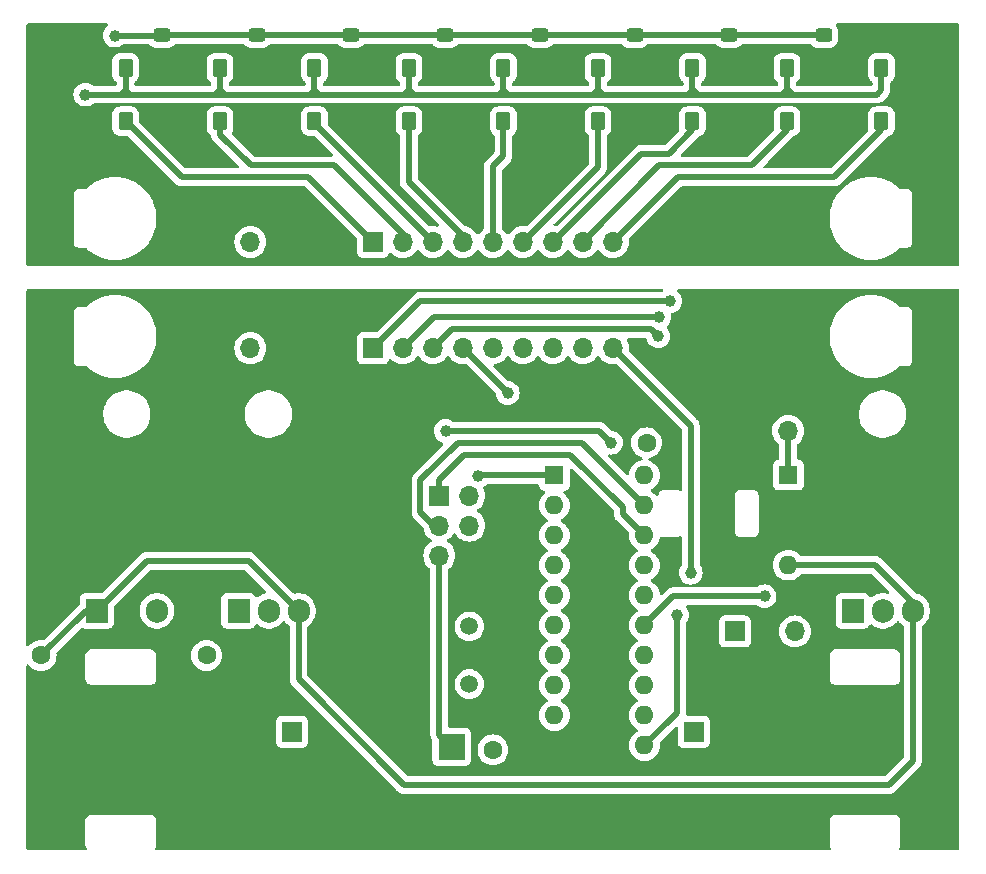
<source format=gbr>
%TF.GenerationSoftware,KiCad,Pcbnew,8.0.8*%
%TF.CreationDate,2025-07-28T16:06:37+02:00*%
%TF.ProjectId,Linefollower Wz.4,4c696e65-666f-46c6-9c6f-77657220577a,4.1*%
%TF.SameCoordinates,Original*%
%TF.FileFunction,Copper,L2,Bot*%
%TF.FilePolarity,Positive*%
%FSLAX46Y46*%
G04 Gerber Fmt 4.6, Leading zero omitted, Abs format (unit mm)*
G04 Created by KiCad (PCBNEW 8.0.8) date 2025-07-28 16:06:37*
%MOMM*%
%LPD*%
G01*
G04 APERTURE LIST*
G04 Aperture macros list*
%AMRoundRect*
0 Rectangle with rounded corners*
0 $1 Rounding radius*
0 $2 $3 $4 $5 $6 $7 $8 $9 X,Y pos of 4 corners*
0 Add a 4 corners polygon primitive as box body*
4,1,4,$2,$3,$4,$5,$6,$7,$8,$9,$2,$3,0*
0 Add four circle primitives for the rounded corners*
1,1,$1+$1,$2,$3*
1,1,$1+$1,$4,$5*
1,1,$1+$1,$6,$7*
1,1,$1+$1,$8,$9*
0 Add four rect primitives between the rounded corners*
20,1,$1+$1,$2,$3,$4,$5,0*
20,1,$1+$1,$4,$5,$6,$7,0*
20,1,$1+$1,$6,$7,$8,$9,0*
20,1,$1+$1,$8,$9,$2,$3,0*%
G04 Aperture macros list end*
%TA.AperFunction,ComponentPad*%
%ADD10R,1.700000X1.700000*%
%TD*%
%TA.AperFunction,ComponentPad*%
%ADD11O,1.700000X1.700000*%
%TD*%
%TA.AperFunction,ComponentPad*%
%ADD12C,1.600000*%
%TD*%
%TA.AperFunction,ComponentPad*%
%ADD13C,1.500000*%
%TD*%
%TA.AperFunction,ComponentPad*%
%ADD14R,2.250000X2.250000*%
%TD*%
%TA.AperFunction,ComponentPad*%
%ADD15C,2.250000*%
%TD*%
%TA.AperFunction,ComponentPad*%
%ADD16R,1.905000X2.000000*%
%TD*%
%TA.AperFunction,ComponentPad*%
%ADD17O,1.905000X2.000000*%
%TD*%
%TA.AperFunction,ComponentPad*%
%ADD18R,1.600000X1.600000*%
%TD*%
%TA.AperFunction,ComponentPad*%
%ADD19O,1.600000X1.600000*%
%TD*%
%TA.AperFunction,SMDPad,CuDef*%
%ADD20RoundRect,0.250000X0.450000X-0.325000X0.450000X0.325000X-0.450000X0.325000X-0.450000X-0.325000X0*%
%TD*%
%TA.AperFunction,SMDPad,CuDef*%
%ADD21RoundRect,0.205052X0.419948X0.544948X-0.419948X0.544948X-0.419948X-0.544948X0.419948X-0.544948X0*%
%TD*%
%TA.AperFunction,ViaPad*%
%ADD22C,1.000000*%
%TD*%
%TA.AperFunction,Conductor*%
%ADD23C,0.500000*%
%TD*%
G04 APERTURE END LIST*
D10*
%TO.P,J3,1,Pin_1*%
%TO.N,Net-(J3-Pin_1)*%
X114840000Y-97000000D03*
D11*
%TO.P,J3,2,Pin_2*%
%TO.N,Net-(J3-Pin_2)*%
X117380000Y-97000000D03*
%TO.P,J3,3,Pin_3*%
%TO.N,Net-(J3-Pin_3)*%
X119920000Y-97000000D03*
%TO.P,J3,4,Pin_4*%
%TO.N,Net-(J3-Pin_4)*%
X122460000Y-97000000D03*
%TO.P,J3,5,Pin_5*%
%TO.N,Net-(J3-Pin_5)*%
X125000000Y-97000000D03*
%TO.P,J3,6,Pin_6*%
%TO.N,Net-(J3-Pin_6)*%
X127540000Y-97000000D03*
%TO.P,J3,7,Pin_7*%
%TO.N,Net-(J3-Pin_7)*%
X130080000Y-97000000D03*
%TO.P,J3,8,Pin_8*%
%TO.N,Net-(J3-Pin_8)*%
X132620000Y-97000000D03*
%TO.P,J3,9,Pin_9*%
%TO.N,Net-(J3-Pin_9)*%
X135160000Y-97000000D03*
%TD*%
D10*
%TO.P,J4,1,Pin_1*%
%TO.N,Net-(D1-K)*%
X107000000Y-88000000D03*
D11*
%TO.P,J4,2,Pin_2*%
%TO.N,Net-(J4-Pin_2)*%
X104460000Y-88000000D03*
%TD*%
D12*
%TO.P,C4,1*%
%TO.N,+5V*%
X125000000Y-131000000D03*
%TO.P,C4,2*%
%TO.N,GND*%
X127500000Y-131000000D03*
%TD*%
D13*
%TO.P,Y1,1,1*%
%TO.N,Net-(U11-PA1{slash}XTAL2)*%
X123000000Y-120550000D03*
%TO.P,Y1,2,2*%
%TO.N,Net-(U11-PA0{slash}XTAL1)*%
X123000000Y-125430000D03*
%TD*%
D10*
%TO.P,12V,1,Pin_1*%
%TO.N,GND*%
X150000000Y-101460000D03*
D11*
%TO.P,12V,2,Pin_2*%
%TO.N,Net-(J2-Pin_2)*%
X150000000Y-104000000D03*
%TD*%
D12*
%TO.P,C2,1*%
%TO.N,GND*%
X89250000Y-123000000D03*
%TO.P,C2,2*%
%TO.N,+12V*%
X86750000Y-123000000D03*
%TD*%
D10*
%TO.P,M1,1,+*%
%TO.N,Net-(M1-+)*%
X108000000Y-129460000D03*
D11*
%TO.P,M1,2,-*%
%TO.N,GND*%
X108000000Y-132000000D03*
%TD*%
D10*
%TO.P,J5,1,Pin_1*%
%TO.N,GND*%
X107000000Y-97000000D03*
D11*
%TO.P,J5,2,Pin_2*%
%TO.N,+5V*%
X104460000Y-97000000D03*
%TD*%
D14*
%TO.P,SW2,1*%
%TO.N,Net-(ICSP1-~{RST})*%
X121500000Y-130750000D03*
D15*
%TO.P,SW2,2*%
%TO.N,GND*%
X121500000Y-137250000D03*
%TD*%
D16*
%TO.P,Q1,1,G*%
%TO.N,Net-(Q1-G)*%
X103460000Y-119230000D03*
D17*
%TO.P,Q1,2,S*%
%TO.N,Net-(M1-+)*%
X106000000Y-119230000D03*
%TO.P,Q1,3,D*%
%TO.N,+12V*%
X108540000Y-119230000D03*
%TD*%
D18*
%TO.P,SW1,1,A*%
%TO.N,Net-(J2-Pin_2)*%
X150000000Y-107732500D03*
D19*
%TO.P,SW1,2,B*%
%TO.N,+12V*%
X150000000Y-115352500D03*
%TD*%
D12*
%TO.P,C3,1*%
%TO.N,+5V*%
X100750000Y-123000000D03*
%TO.P,C3,2*%
%TO.N,GND*%
X98250000Y-123000000D03*
%TD*%
D16*
%TO.P,Q2,1,G*%
%TO.N,Net-(Q2-G)*%
X155460000Y-119230000D03*
D17*
%TO.P,Q2,2,S*%
%TO.N,Net-(M2-+)*%
X158000000Y-119230000D03*
%TO.P,Q2,3,D*%
%TO.N,+12V*%
X160540000Y-119230000D03*
%TD*%
D16*
%TO.P,U10,1,VI*%
%TO.N,+12V*%
X91460000Y-119230000D03*
D17*
%TO.P,U10,2,GND*%
%TO.N,GND*%
X94000000Y-119230000D03*
%TO.P,U10,3,VO*%
%TO.N,+5V*%
X96540000Y-119230000D03*
%TD*%
D18*
%TO.P,U11,1,PA2/~{RESET}*%
%TO.N,Net-(ICSP1-~{RST})*%
X130200000Y-107760000D03*
D19*
%TO.P,U11,2,PD0*%
%TO.N,Net-(J3-Pin_4)*%
X130200000Y-110300000D03*
%TO.P,U11,3,PD1*%
%TO.N,Net-(J3-Pin_5)*%
X130200000Y-112840000D03*
%TO.P,U11,4,PA1/XTAL2*%
%TO.N,Net-(U11-PA1{slash}XTAL2)*%
X130200000Y-115380000D03*
%TO.P,U11,5,PA0/XTAL1*%
%TO.N,Net-(U11-PA0{slash}XTAL1)*%
X130200000Y-117920000D03*
%TO.P,U11,6,PD2*%
%TO.N,Net-(J3-Pin_6)*%
X130200000Y-120460000D03*
%TO.P,U11,7,PD3*%
%TO.N,Net-(J3-Pin_7)*%
X130200000Y-123000000D03*
%TO.P,U11,8,PD4*%
%TO.N,Net-(J3-Pin_8)*%
X130200000Y-125540000D03*
%TO.P,U11,9,PD5*%
%TO.N,Net-(Q1-G)*%
X130200000Y-128080000D03*
%TO.P,U11,10,GND*%
%TO.N,GND*%
X130200000Y-130620000D03*
%TO.P,U11,11,PD6*%
%TO.N,Net-(J3-Pin_9)*%
X137820000Y-130620000D03*
%TO.P,U11,12,PB0*%
%TO.N,Net-(S1-Pin_3)*%
X137820000Y-128080000D03*
%TO.P,U11,13,PB1*%
%TO.N,Net-(J3-Pin_1)*%
X137820000Y-125540000D03*
%TO.P,U11,14,PB2*%
%TO.N,Net-(J3-Pin_2)*%
X137820000Y-123000000D03*
%TO.P,U11,15,PB3*%
%TO.N,Net-(Q2-G)*%
X137820000Y-120460000D03*
%TO.P,U11,16,PB4*%
%TO.N,Net-(J3-Pin_3)*%
X137820000Y-117920000D03*
%TO.P,U11,17,PB5*%
%TO.N,Net-(ICSP1-MOSI)*%
X137820000Y-115380000D03*
%TO.P,U11,18,PB6*%
%TO.N,Net-(ICSP1-MISO)*%
X137820000Y-112840000D03*
%TO.P,U11,19,PB7*%
%TO.N,Net-(ICSP1-SCK)*%
X137820000Y-110300000D03*
%TO.P,U11,20,VCC*%
%TO.N,+5V*%
X137820000Y-107760000D03*
%TD*%
D10*
%TO.P,ICSP1,1,MISO*%
%TO.N,Net-(ICSP1-MISO)*%
X120460000Y-109475000D03*
D11*
%TO.P,ICSP1,2,VCC*%
%TO.N,+5V*%
X123000000Y-109475000D03*
%TO.P,ICSP1,3,SCK*%
%TO.N,Net-(ICSP1-SCK)*%
X120460000Y-112015000D03*
%TO.P,ICSP1,4,MOSI*%
%TO.N,Net-(ICSP1-MOSI)*%
X123000000Y-112015000D03*
%TO.P,ICSP1,5,~{RST}*%
%TO.N,Net-(ICSP1-~{RST})*%
X120460000Y-114555000D03*
%TO.P,ICSP1,6,GND*%
%TO.N,GND*%
X123000000Y-114555000D03*
%TD*%
D10*
%TO.P,M2,1,+*%
%TO.N,Net-(M2-+)*%
X142000000Y-129460000D03*
D11*
%TO.P,M2,2,-*%
%TO.N,GND*%
X142000000Y-132000000D03*
%TD*%
D10*
%TO.P,J1,1,Pin_1*%
%TO.N,Net-(J1-Pin_1)*%
X114840000Y-88000000D03*
D11*
%TO.P,J1,2,Pin_2*%
%TO.N,Net-(J1-Pin_2)*%
X117380000Y-88000000D03*
%TO.P,J1,3,Pin_3*%
%TO.N,Net-(J1-Pin_3)*%
X119920000Y-88000000D03*
%TO.P,J1,4,Pin_4*%
%TO.N,Net-(J1-Pin_4)*%
X122460000Y-88000000D03*
%TO.P,J1,5,Pin_5*%
%TO.N,Net-(J1-Pin_5)*%
X125000000Y-88000000D03*
%TO.P,J1,6,Pin_6*%
%TO.N,Net-(J1-Pin_6)*%
X127540000Y-88000000D03*
%TO.P,J1,7,Pin_7*%
%TO.N,Net-(J1-Pin_7)*%
X130080000Y-88000000D03*
%TO.P,J1,8,Pin_8*%
%TO.N,Net-(J1-Pin_8)*%
X132620000Y-88000000D03*
%TO.P,J1,9,Pin_9*%
%TO.N,Net-(J1-Pin_9)*%
X135160000Y-88000000D03*
%TD*%
D12*
%TO.P,C1,1*%
%TO.N,+5V*%
X138000000Y-105000000D03*
%TO.P,C1,2*%
%TO.N,GND*%
X138000000Y-102500000D03*
%TD*%
D10*
%TO.P,S1,1,Pin_1*%
%TO.N,+5V*%
X145475000Y-120975000D03*
D11*
%TO.P,S1,2,Pin_2*%
%TO.N,GND*%
X148015000Y-120975000D03*
%TO.P,S1,3,Pin_3*%
%TO.N,Net-(S1-Pin_3)*%
X150555000Y-120975000D03*
%TD*%
D20*
%TO.P,D5,1,K*%
%TO.N,Net-(D1-K)*%
X128990000Y-72550000D03*
%TO.P,D5,2,A*%
%TO.N,Net-(D1-A)*%
X128990000Y-70500000D03*
%TD*%
D21*
%TO.P,U6,1,A*%
%TO.N,Net-(U1-A)*%
X157890000Y-73275000D03*
%TO.P,U6,2,E*%
%TO.N,Net-(D1-K)*%
X156090000Y-73275000D03*
%TO.P,U6,3,C*%
%TO.N,Net-(J1-Pin_9)*%
X157890000Y-77775000D03*
%TO.P,U6,4,K*%
%TO.N,Net-(D1-K)*%
X156090000Y-77775000D03*
%TD*%
D20*
%TO.P,D6,1,K*%
%TO.N,Net-(D1-K)*%
X136990000Y-72525000D03*
%TO.P,D6,2,A*%
%TO.N,Net-(D1-A)*%
X136990000Y-70475000D03*
%TD*%
%TO.P,D8,1,K*%
%TO.N,Net-(D1-K)*%
X152990000Y-72550000D03*
%TO.P,D8,2,A*%
%TO.N,Net-(D1-A)*%
X152990000Y-70500000D03*
%TD*%
%TO.P,D1,1,K*%
%TO.N,Net-(D1-K)*%
X96990000Y-72550000D03*
%TO.P,D1,2,A*%
%TO.N,Net-(D1-A)*%
X96990000Y-70500000D03*
%TD*%
%TO.P,D2,1,K*%
%TO.N,Net-(D1-K)*%
X104990000Y-72550000D03*
%TO.P,D2,2,A*%
%TO.N,Net-(D1-A)*%
X104990000Y-70500000D03*
%TD*%
D21*
%TO.P,U7,1,A*%
%TO.N,Net-(U1-A)*%
X149890000Y-73275000D03*
%TO.P,U7,2,E*%
%TO.N,Net-(D1-K)*%
X148090000Y-73275000D03*
%TO.P,U7,3,C*%
%TO.N,Net-(J1-Pin_8)*%
X149890000Y-77775000D03*
%TO.P,U7,4,K*%
%TO.N,Net-(D1-K)*%
X148090000Y-77775000D03*
%TD*%
D20*
%TO.P,D3,1,K*%
%TO.N,Net-(D1-K)*%
X112990000Y-72550000D03*
%TO.P,D3,2,A*%
%TO.N,Net-(D1-A)*%
X112990000Y-70500000D03*
%TD*%
D21*
%TO.P,U9,1,A*%
%TO.N,Net-(U1-A)*%
X133890000Y-73275000D03*
%TO.P,U9,2,E*%
%TO.N,Net-(D1-K)*%
X132090000Y-73275000D03*
%TO.P,U9,3,C*%
%TO.N,Net-(J1-Pin_6)*%
X133890000Y-77775000D03*
%TO.P,U9,4,K*%
%TO.N,Net-(D1-K)*%
X132090000Y-77775000D03*
%TD*%
D20*
%TO.P,D4,1,K*%
%TO.N,Net-(D1-K)*%
X120965000Y-72550000D03*
%TO.P,D4,2,A*%
%TO.N,Net-(D1-A)*%
X120965000Y-70500000D03*
%TD*%
D21*
%TO.P,U1,1,A*%
%TO.N,Net-(U1-A)*%
X93890000Y-73275000D03*
%TO.P,U1,2,E*%
%TO.N,Net-(D1-K)*%
X92090000Y-73275000D03*
%TO.P,U1,3,C*%
%TO.N,Net-(J1-Pin_1)*%
X93890000Y-77775000D03*
%TO.P,U1,4,K*%
%TO.N,Net-(D1-K)*%
X92090000Y-77775000D03*
%TD*%
%TO.P,U8,1,A*%
%TO.N,Net-(U1-A)*%
X141890000Y-73275000D03*
%TO.P,U8,2,E*%
%TO.N,Net-(D1-K)*%
X140090000Y-73275000D03*
%TO.P,U8,3,C*%
%TO.N,Net-(J1-Pin_7)*%
X141890000Y-77775000D03*
%TO.P,U8,4,K*%
%TO.N,Net-(D1-K)*%
X140090000Y-77775000D03*
%TD*%
D20*
%TO.P,D7,1,K*%
%TO.N,Net-(D1-K)*%
X144990000Y-72550000D03*
%TO.P,D7,2,A*%
%TO.N,Net-(D1-A)*%
X144990000Y-70500000D03*
%TD*%
D21*
%TO.P,U2,1,A*%
%TO.N,Net-(U1-A)*%
X101890000Y-73275000D03*
%TO.P,U2,2,E*%
%TO.N,Net-(D1-K)*%
X100090000Y-73275000D03*
%TO.P,U2,3,C*%
%TO.N,Net-(J1-Pin_2)*%
X101890000Y-77775000D03*
%TO.P,U2,4,K*%
%TO.N,Net-(D1-K)*%
X100090000Y-77775000D03*
%TD*%
%TO.P,U5,1,A*%
%TO.N,Net-(U1-A)*%
X125890000Y-73275000D03*
%TO.P,U5,2,E*%
%TO.N,Net-(D1-K)*%
X124090000Y-73275000D03*
%TO.P,U5,3,C*%
%TO.N,Net-(J1-Pin_5)*%
X125890000Y-77775000D03*
%TO.P,U5,4,K*%
%TO.N,Net-(D1-K)*%
X124090000Y-77775000D03*
%TD*%
%TO.P,U3,1,A*%
%TO.N,Net-(U1-A)*%
X109890000Y-73275000D03*
%TO.P,U3,2,E*%
%TO.N,Net-(D1-K)*%
X108090000Y-73275000D03*
%TO.P,U3,3,C*%
%TO.N,Net-(J1-Pin_3)*%
X109890000Y-77775000D03*
%TO.P,U3,4,K*%
%TO.N,Net-(D1-K)*%
X108090000Y-77775000D03*
%TD*%
%TO.P,U4,1,A*%
%TO.N,Net-(U1-A)*%
X117890000Y-73275000D03*
%TO.P,U4,2,E*%
%TO.N,Net-(D1-K)*%
X116090000Y-73275000D03*
%TO.P,U4,3,C*%
%TO.N,Net-(J1-Pin_4)*%
X117890000Y-77775000D03*
%TO.P,U4,4,K*%
%TO.N,Net-(D1-K)*%
X116090000Y-77775000D03*
%TD*%
D22*
%TO.N,Net-(J3-Pin_9)*%
X140589009Y-119589009D03*
X141750000Y-116000000D03*
%TO.N,Net-(ICSP1-MOSI)*%
X121000000Y-104000000D03*
X135000002Y-105000000D03*
%TO.N,Net-(ICSP1-~{RST})*%
X123758763Y-107787760D03*
%TO.N,Net-(U1-A)*%
X90490000Y-75525000D03*
%TO.N,Net-(D1-A)*%
X92990000Y-70525000D03*
%TO.N,Net-(J3-Pin_3)*%
X139000000Y-96000000D03*
%TO.N,Net-(J3-Pin_4)*%
X126250000Y-100790000D03*
%TO.N,Net-(J3-Pin_2)*%
X139093374Y-94359935D03*
%TO.N,Net-(J3-Pin_1)*%
X140000000Y-93000000D03*
%TO.N,Net-(Q2-G)*%
X148000000Y-118000000D03*
%TD*%
D23*
%TO.N,Net-(J3-Pin_9)*%
X140589009Y-127850991D02*
X140220000Y-128220000D01*
X140589009Y-119589009D02*
X140589009Y-127850991D01*
X140220000Y-128220000D02*
X137820000Y-130620000D01*
X141750000Y-103590000D02*
X141750000Y-116000000D01*
X135160000Y-97000000D02*
X141750000Y-103590000D01*
%TO.N,+5V*%
X96540000Y-118790000D02*
X96540000Y-118730000D01*
%TO.N,GND*%
X94000000Y-121365000D02*
X94000000Y-119230000D01*
X97230000Y-121980000D02*
X98250000Y-123000000D01*
X89250000Y-123000000D02*
X90270000Y-121980000D01*
X94615000Y-121980000D02*
X94000000Y-121365000D01*
X97230000Y-121980000D02*
X95000000Y-121980000D01*
X94000000Y-121365000D02*
X94000000Y-121980000D01*
X95000000Y-121980000D02*
X93385000Y-121980000D01*
X90270000Y-121980000D02*
X93385000Y-121980000D01*
X93385000Y-121980000D02*
X94000000Y-121365000D01*
X95000000Y-121980000D02*
X94615000Y-121980000D01*
%TO.N,+12V*%
X108540000Y-119230000D02*
X104310000Y-115000000D01*
X108540000Y-119230000D02*
X108540000Y-125040000D01*
X157352500Y-115352500D02*
X150000000Y-115352500D01*
X117500000Y-134000000D02*
X158500000Y-134000000D01*
X104310000Y-115000000D02*
X95690000Y-115000000D01*
X91020000Y-118730000D02*
X91460000Y-118730000D01*
X160540000Y-118540000D02*
X157352500Y-115352500D01*
X158500000Y-134000000D02*
X160540000Y-131960000D01*
X108540000Y-125040000D02*
X117500000Y-134000000D01*
X90520000Y-119230000D02*
X86750000Y-123000000D01*
X95690000Y-115000000D02*
X91460000Y-119230000D01*
X109005000Y-118730000D02*
X108540000Y-118730000D01*
X160540000Y-131960000D02*
X160540000Y-118540000D01*
X91460000Y-119230000D02*
X90520000Y-119230000D01*
%TO.N,Net-(ICSP1-MOSI)*%
X121000002Y-103999998D02*
X121000000Y-104000000D01*
X134000000Y-103999998D02*
X135000002Y-105000000D01*
X134000000Y-103999998D02*
X121000002Y-103999998D01*
%TO.N,Net-(ICSP1-SCK)*%
X120015000Y-112015000D02*
X120460000Y-112015000D01*
X132519999Y-104999999D02*
X122000001Y-104999999D01*
X118860000Y-108140000D02*
X118860000Y-110860000D01*
X137820000Y-110300000D02*
X132519999Y-104999999D01*
X122000001Y-104999999D02*
X118860000Y-108140000D01*
X118860000Y-110860000D02*
X120015000Y-112015000D01*
%TO.N,Net-(ICSP1-~{RST})*%
X121500000Y-130750000D02*
X120460000Y-129710000D01*
X123786523Y-107760000D02*
X123758763Y-107787760D01*
X120460000Y-129710000D02*
X120460000Y-114555000D01*
X130200000Y-107760000D02*
X123786523Y-107760000D01*
%TO.N,Net-(ICSP1-MISO)*%
X136000000Y-110460000D02*
X136000000Y-111020000D01*
X120460000Y-108125000D02*
X122585000Y-106000000D01*
X120460000Y-109475000D02*
X120460000Y-108125000D01*
X131540000Y-106000000D02*
X136000000Y-110460000D01*
X122585000Y-106000000D02*
X131540000Y-106000000D01*
X136000000Y-111020000D02*
X137820000Y-112840000D01*
%TO.N,Net-(J2-Pin_2)*%
X150000000Y-107732500D02*
X150000000Y-104000000D01*
%TO.N,Net-(U1-A)*%
X126490000Y-75525000D02*
X126290000Y-75525000D01*
X150490000Y-75525000D02*
X157490000Y-75525000D01*
X118490000Y-75525000D02*
X118290000Y-75525000D01*
X109890000Y-73275000D02*
X109890000Y-75125000D01*
X126490000Y-75525000D02*
X133490000Y-75525000D01*
X93490000Y-75525000D02*
X90490000Y-75525000D01*
X141490000Y-75525000D02*
X142490000Y-75525000D01*
X133490000Y-75525000D02*
X133890000Y-75125000D01*
X149890000Y-75025000D02*
X149890000Y-73275000D01*
X101890000Y-75125000D02*
X101890000Y-73275000D01*
X109490000Y-75525000D02*
X102490000Y-75525000D01*
X101890000Y-75425000D02*
X101990000Y-75525000D01*
X141490000Y-75525000D02*
X141890000Y-75125000D01*
X149490000Y-75525000D02*
X150490000Y-75525000D01*
X142390000Y-75525000D02*
X141890000Y-75025000D01*
X125890000Y-75125000D02*
X125890000Y-74925000D01*
X133890000Y-75425000D02*
X133990000Y-75525000D01*
X102490000Y-75525000D02*
X102290000Y-75525000D01*
X125490000Y-75525000D02*
X126490000Y-75525000D01*
X142490000Y-75525000D02*
X149490000Y-75525000D01*
X93890000Y-75125000D02*
X93890000Y-73275000D01*
X101490000Y-75525000D02*
X101990000Y-75525000D01*
X94290000Y-75525000D02*
X93890000Y-75125000D01*
X157490000Y-75525000D02*
X157890000Y-75125000D01*
X134290000Y-75525000D02*
X133890000Y-75125000D01*
X116990000Y-75525000D02*
X117490000Y-75525000D01*
X93490000Y-75525000D02*
X93890000Y-75125000D01*
X149490000Y-75525000D02*
X149890000Y-75125000D01*
X125490000Y-75525000D02*
X125890000Y-75125000D01*
X133490000Y-75525000D02*
X133990000Y-75525000D01*
X133990000Y-75525000D02*
X134490000Y-75525000D01*
X94490000Y-75525000D02*
X94290000Y-75525000D01*
X150390000Y-75525000D02*
X149890000Y-75025000D01*
X109890000Y-75125000D02*
X110290000Y-75525000D01*
X118290000Y-75525000D02*
X117890000Y-75125000D01*
X109890000Y-75125000D02*
X109490000Y-75525000D01*
X109490000Y-75525000D02*
X110290000Y-75525000D01*
X142490000Y-75525000D02*
X142390000Y-75525000D01*
X150490000Y-75525000D02*
X150390000Y-75525000D01*
X110290000Y-75525000D02*
X116990000Y-75525000D01*
X149890000Y-75125000D02*
X149890000Y-75025000D01*
X93490000Y-75525000D02*
X94490000Y-75525000D01*
X102290000Y-75525000D02*
X101890000Y-75125000D01*
X94490000Y-75525000D02*
X101490000Y-75525000D01*
X133890000Y-75125000D02*
X133890000Y-75425000D01*
X101990000Y-75525000D02*
X102490000Y-75525000D01*
X141890000Y-75125000D02*
X141890000Y-75025000D01*
X133890000Y-75125000D02*
X133890000Y-73275000D01*
X157890000Y-75125000D02*
X157890000Y-73275000D01*
X134490000Y-75525000D02*
X134290000Y-75525000D01*
X118490000Y-75525000D02*
X116990000Y-75525000D01*
X117890000Y-75125000D02*
X117890000Y-73275000D01*
X101490000Y-75525000D02*
X101890000Y-75125000D01*
X141890000Y-75025000D02*
X141890000Y-73275000D01*
X125890000Y-74925000D02*
X125890000Y-73275000D01*
X101890000Y-75125000D02*
X101890000Y-75425000D01*
X126290000Y-75525000D02*
X125890000Y-75125000D01*
X117490000Y-75525000D02*
X117890000Y-75125000D01*
X118490000Y-75525000D02*
X125490000Y-75525000D01*
X134490000Y-75525000D02*
X141490000Y-75525000D01*
%TO.N,Net-(D1-A)*%
X112990000Y-70500000D02*
X120965000Y-70500000D01*
X144990000Y-70500000D02*
X152990000Y-70500000D01*
X136990000Y-70475000D02*
X144965000Y-70475000D01*
X96990000Y-70500000D02*
X104990000Y-70500000D01*
X120965000Y-70500000D02*
X128990000Y-70500000D01*
X129990000Y-70475000D02*
X136990000Y-70475000D01*
X92990000Y-70525000D02*
X96965000Y-70525000D01*
X128990000Y-70500000D02*
X129965000Y-70500000D01*
X104990000Y-70500000D02*
X112990000Y-70500000D01*
X96965000Y-70525000D02*
X96990000Y-70500000D01*
X129965000Y-70500000D02*
X129990000Y-70475000D01*
X144965000Y-70475000D02*
X144990000Y-70500000D01*
%TO.N,Net-(J1-Pin_6)*%
X133890000Y-77775000D02*
X133890000Y-81650000D01*
X133890000Y-81650000D02*
X127540000Y-88000000D01*
%TO.N,Net-(J1-Pin_1)*%
X109365000Y-82525000D02*
X114840000Y-88000000D01*
X93890000Y-77775000D02*
X98640000Y-82525000D01*
X98640000Y-82525000D02*
X109365000Y-82525000D01*
%TO.N,Net-(J1-Pin_7)*%
X141890000Y-78525000D02*
X141890000Y-77775000D01*
X139890000Y-80525000D02*
X137555000Y-80525000D01*
X137555000Y-80525000D02*
X130080000Y-88000000D01*
X139890000Y-80525000D02*
X141890000Y-78525000D01*
%TO.N,Net-(J1-Pin_2)*%
X104490000Y-81525000D02*
X101890000Y-78925000D01*
X117380000Y-87340000D02*
X111565000Y-81525000D01*
X101890000Y-78925000D02*
X101890000Y-77775000D01*
X117380000Y-88000000D02*
X117380000Y-87340000D01*
X111565000Y-81525000D02*
X104490000Y-81525000D01*
%TO.N,Net-(J1-Pin_5)*%
X125890000Y-80713886D02*
X125000000Y-81603886D01*
X125890000Y-77775000D02*
X125890000Y-80713886D01*
X125000000Y-81603886D02*
X125000000Y-88000000D01*
%TO.N,Net-(J1-Pin_8)*%
X149890000Y-78525000D02*
X149890000Y-77775000D01*
X146890000Y-81525000D02*
X149890000Y-78525000D01*
X146890000Y-81525000D02*
X139095000Y-81525000D01*
X139095000Y-81525000D02*
X132620000Y-88000000D01*
%TO.N,Net-(J1-Pin_3)*%
X119920000Y-88000000D02*
X109890000Y-77970000D01*
X109890000Y-77970000D02*
X109890000Y-77775000D01*
%TO.N,Net-(J1-Pin_9)*%
X153890000Y-82525000D02*
X140635000Y-82525000D01*
X153890000Y-82525000D02*
X157890000Y-78525000D01*
X157890000Y-78525000D02*
X157890000Y-77775000D01*
X140635000Y-82525000D02*
X135160000Y-88000000D01*
%TO.N,Net-(J1-Pin_4)*%
X117890000Y-77775000D02*
X117890000Y-82925000D01*
X117890000Y-82925000D02*
X122460000Y-87495000D01*
X122460000Y-87495000D02*
X122460000Y-88000000D01*
%TO.N,Net-(J3-Pin_3)*%
X121520000Y-95400000D02*
X119920000Y-97000000D01*
X138400000Y-95400000D02*
X121520000Y-95400000D01*
X139000000Y-96000000D02*
X138400000Y-95400000D01*
%TO.N,Net-(J3-Pin_4)*%
X126250000Y-100790000D02*
X122460000Y-97000000D01*
%TO.N,Net-(J3-Pin_2)*%
X120020065Y-94359935D02*
X117380000Y-97000000D01*
X139093374Y-94359935D02*
X120020065Y-94359935D01*
%TO.N,Net-(J3-Pin_1)*%
X118840000Y-93000000D02*
X114840000Y-97000000D01*
X140000000Y-93000000D02*
X118840000Y-93000000D01*
%TO.N,Net-(Q2-G)*%
X140280000Y-118000000D02*
X148000000Y-118000000D01*
X137820000Y-120460000D02*
X140280000Y-118000000D01*
%TD*%
%TA.AperFunction,Conductor*%
%TO.N,GND*%
G36*
X139361889Y-92019685D02*
G01*
X139407644Y-92072489D01*
X139417588Y-92141647D01*
X139388563Y-92205203D01*
X139373508Y-92219858D01*
X139371680Y-92221358D01*
X139307369Y-92248667D01*
X139293022Y-92249500D01*
X118766080Y-92249500D01*
X118621092Y-92278340D01*
X118621082Y-92278343D01*
X118484511Y-92334912D01*
X118484498Y-92334919D01*
X118361584Y-92417048D01*
X118361580Y-92417051D01*
X115165449Y-95613181D01*
X115104126Y-95646666D01*
X115077768Y-95649500D01*
X113942129Y-95649500D01*
X113942123Y-95649501D01*
X113882516Y-95655908D01*
X113747671Y-95706202D01*
X113747664Y-95706206D01*
X113632455Y-95792452D01*
X113632452Y-95792455D01*
X113546206Y-95907664D01*
X113546202Y-95907671D01*
X113495908Y-96042517D01*
X113489501Y-96102116D01*
X113489500Y-96102135D01*
X113489500Y-97897870D01*
X113489501Y-97897876D01*
X113495908Y-97957483D01*
X113546202Y-98092328D01*
X113546206Y-98092335D01*
X113632452Y-98207544D01*
X113632455Y-98207547D01*
X113747664Y-98293793D01*
X113747671Y-98293797D01*
X113882517Y-98344091D01*
X113882516Y-98344091D01*
X113889444Y-98344835D01*
X113942127Y-98350500D01*
X115737872Y-98350499D01*
X115797483Y-98344091D01*
X115932331Y-98293796D01*
X116047546Y-98207546D01*
X116133796Y-98092331D01*
X116182810Y-97960916D01*
X116224681Y-97904984D01*
X116290145Y-97880566D01*
X116358418Y-97895417D01*
X116386673Y-97916569D01*
X116508599Y-98038495D01*
X116604738Y-98105812D01*
X116702165Y-98174032D01*
X116702167Y-98174033D01*
X116702170Y-98174035D01*
X116916337Y-98273903D01*
X117144592Y-98335063D01*
X117332918Y-98351539D01*
X117379999Y-98355659D01*
X117380000Y-98355659D01*
X117380001Y-98355659D01*
X117419234Y-98352226D01*
X117615408Y-98335063D01*
X117843663Y-98273903D01*
X118057830Y-98174035D01*
X118251401Y-98038495D01*
X118418495Y-97871401D01*
X118548425Y-97685842D01*
X118603002Y-97642217D01*
X118672500Y-97635023D01*
X118734855Y-97666546D01*
X118751575Y-97685842D01*
X118881500Y-97871395D01*
X118881505Y-97871401D01*
X119048599Y-98038495D01*
X119144738Y-98105812D01*
X119242165Y-98174032D01*
X119242167Y-98174033D01*
X119242170Y-98174035D01*
X119456337Y-98273903D01*
X119684592Y-98335063D01*
X119872918Y-98351539D01*
X119919999Y-98355659D01*
X119920000Y-98355659D01*
X119920001Y-98355659D01*
X119959234Y-98352226D01*
X120155408Y-98335063D01*
X120383663Y-98273903D01*
X120597830Y-98174035D01*
X120791401Y-98038495D01*
X120958495Y-97871401D01*
X121088425Y-97685842D01*
X121143002Y-97642217D01*
X121212500Y-97635023D01*
X121274855Y-97666546D01*
X121291575Y-97685842D01*
X121421500Y-97871395D01*
X121421505Y-97871401D01*
X121588599Y-98038495D01*
X121684738Y-98105812D01*
X121782165Y-98174032D01*
X121782167Y-98174033D01*
X121782170Y-98174035D01*
X121996337Y-98273903D01*
X122224592Y-98335063D01*
X122412918Y-98351539D01*
X122459999Y-98355659D01*
X122460000Y-98355659D01*
X122460001Y-98355659D01*
X122495284Y-98352571D01*
X122673013Y-98337022D01*
X122741512Y-98350788D01*
X122771501Y-98372869D01*
X125219405Y-100820772D01*
X125252890Y-100882095D01*
X125255127Y-100896298D01*
X125263975Y-100986128D01*
X125321188Y-101174733D01*
X125414086Y-101348532D01*
X125414090Y-101348539D01*
X125539116Y-101500883D01*
X125691460Y-101625909D01*
X125691467Y-101625913D01*
X125865266Y-101718811D01*
X125865269Y-101718811D01*
X125865273Y-101718814D01*
X126053868Y-101776024D01*
X126250000Y-101795341D01*
X126446132Y-101776024D01*
X126634727Y-101718814D01*
X126808538Y-101625910D01*
X126960883Y-101500883D01*
X127085910Y-101348538D01*
X127178814Y-101174727D01*
X127236024Y-100986132D01*
X127255341Y-100790000D01*
X127236024Y-100593868D01*
X127178814Y-100405273D01*
X127178811Y-100405269D01*
X127178811Y-100405266D01*
X127085913Y-100231467D01*
X127085909Y-100231460D01*
X126960883Y-100079116D01*
X126808539Y-99954090D01*
X126808532Y-99954086D01*
X126634733Y-99861188D01*
X126634727Y-99861186D01*
X126446132Y-99803976D01*
X126446130Y-99803975D01*
X126446128Y-99803975D01*
X126356298Y-99795127D01*
X126291511Y-99768965D01*
X126280772Y-99759405D01*
X125074951Y-98553584D01*
X125041466Y-98492261D01*
X125046450Y-98422569D01*
X125088322Y-98366636D01*
X125151822Y-98342375D01*
X125235408Y-98335063D01*
X125463663Y-98273903D01*
X125677830Y-98174035D01*
X125871401Y-98038495D01*
X126038495Y-97871401D01*
X126168425Y-97685842D01*
X126223002Y-97642217D01*
X126292500Y-97635023D01*
X126354855Y-97666546D01*
X126371575Y-97685842D01*
X126501500Y-97871395D01*
X126501505Y-97871401D01*
X126668599Y-98038495D01*
X126764738Y-98105812D01*
X126862165Y-98174032D01*
X126862167Y-98174033D01*
X126862170Y-98174035D01*
X127076337Y-98273903D01*
X127304592Y-98335063D01*
X127492918Y-98351539D01*
X127539999Y-98355659D01*
X127540000Y-98355659D01*
X127540001Y-98355659D01*
X127579234Y-98352226D01*
X127775408Y-98335063D01*
X128003663Y-98273903D01*
X128217830Y-98174035D01*
X128411401Y-98038495D01*
X128578495Y-97871401D01*
X128708425Y-97685842D01*
X128763002Y-97642217D01*
X128832500Y-97635023D01*
X128894855Y-97666546D01*
X128911575Y-97685842D01*
X129041500Y-97871395D01*
X129041505Y-97871401D01*
X129208599Y-98038495D01*
X129304738Y-98105812D01*
X129402165Y-98174032D01*
X129402167Y-98174033D01*
X129402170Y-98174035D01*
X129616337Y-98273903D01*
X129844592Y-98335063D01*
X130032918Y-98351539D01*
X130079999Y-98355659D01*
X130080000Y-98355659D01*
X130080001Y-98355659D01*
X130119234Y-98352226D01*
X130315408Y-98335063D01*
X130543663Y-98273903D01*
X130757830Y-98174035D01*
X130951401Y-98038495D01*
X131118495Y-97871401D01*
X131248425Y-97685842D01*
X131303002Y-97642217D01*
X131372500Y-97635023D01*
X131434855Y-97666546D01*
X131451575Y-97685842D01*
X131581500Y-97871395D01*
X131581505Y-97871401D01*
X131748599Y-98038495D01*
X131844738Y-98105812D01*
X131942165Y-98174032D01*
X131942167Y-98174033D01*
X131942170Y-98174035D01*
X132156337Y-98273903D01*
X132384592Y-98335063D01*
X132572918Y-98351539D01*
X132619999Y-98355659D01*
X132620000Y-98355659D01*
X132620001Y-98355659D01*
X132659234Y-98352226D01*
X132855408Y-98335063D01*
X133083663Y-98273903D01*
X133297830Y-98174035D01*
X133491401Y-98038495D01*
X133658495Y-97871401D01*
X133788425Y-97685842D01*
X133843002Y-97642217D01*
X133912500Y-97635023D01*
X133974855Y-97666546D01*
X133991575Y-97685842D01*
X134121500Y-97871395D01*
X134121505Y-97871401D01*
X134288599Y-98038495D01*
X134384738Y-98105812D01*
X134482165Y-98174032D01*
X134482167Y-98174033D01*
X134482170Y-98174035D01*
X134696337Y-98273903D01*
X134924592Y-98335063D01*
X135112918Y-98351539D01*
X135159999Y-98355659D01*
X135160000Y-98355659D01*
X135160001Y-98355659D01*
X135195284Y-98352571D01*
X135373013Y-98337022D01*
X135441512Y-98350788D01*
X135471501Y-98372869D01*
X140963181Y-103864548D01*
X140996666Y-103925871D01*
X140999500Y-103952229D01*
X140999500Y-108995684D01*
X140979815Y-109062723D01*
X140927011Y-109108478D01*
X140857853Y-109118422D01*
X140813500Y-109103071D01*
X140693189Y-109033609D01*
X140693186Y-109033608D01*
X140565892Y-108999500D01*
X139565892Y-108999500D01*
X139434108Y-108999500D01*
X139306812Y-109033608D01*
X139192686Y-109099500D01*
X139192683Y-109099502D01*
X139099502Y-109192683D01*
X139099500Y-109192686D01*
X139033609Y-109306812D01*
X139011511Y-109389281D01*
X138975145Y-109448942D01*
X138912298Y-109479470D01*
X138842923Y-109471175D01*
X138804055Y-109444868D01*
X138659141Y-109299954D01*
X138472734Y-109169432D01*
X138472728Y-109169429D01*
X138414725Y-109142382D01*
X138362285Y-109096210D01*
X138343133Y-109029017D01*
X138363348Y-108962135D01*
X138414725Y-108917618D01*
X138472734Y-108890568D01*
X138659139Y-108760047D01*
X138820047Y-108599139D01*
X138950568Y-108412734D01*
X139046739Y-108206496D01*
X139105635Y-107986692D01*
X139125468Y-107760000D01*
X139123304Y-107735270D01*
X139116223Y-107654328D01*
X139105635Y-107533308D01*
X139046739Y-107313504D01*
X138950568Y-107107266D01*
X138820047Y-106920861D01*
X138820045Y-106920858D01*
X138659141Y-106759954D01*
X138472734Y-106629432D01*
X138472732Y-106629431D01*
X138266497Y-106533261D01*
X138266488Y-106533258D01*
X138231524Y-106523890D01*
X138171863Y-106487525D01*
X138141334Y-106424678D01*
X138149629Y-106355303D01*
X138194114Y-106301425D01*
X138231522Y-106284340D01*
X138446496Y-106226739D01*
X138652734Y-106130568D01*
X138839139Y-106000047D01*
X139000047Y-105839139D01*
X139130568Y-105652734D01*
X139226739Y-105446496D01*
X139285635Y-105226692D01*
X139305468Y-105000000D01*
X139305370Y-104998885D01*
X139294217Y-104871401D01*
X139285635Y-104773308D01*
X139226739Y-104553504D01*
X139130568Y-104347266D01*
X139000047Y-104160861D01*
X139000045Y-104160858D01*
X138839141Y-103999954D01*
X138652734Y-103869432D01*
X138652732Y-103869431D01*
X138446497Y-103773261D01*
X138446488Y-103773258D01*
X138226697Y-103714366D01*
X138226693Y-103714365D01*
X138226692Y-103714365D01*
X138226691Y-103714364D01*
X138226686Y-103714364D01*
X138000002Y-103694532D01*
X137999998Y-103694532D01*
X137773313Y-103714364D01*
X137773302Y-103714366D01*
X137553511Y-103773258D01*
X137553502Y-103773261D01*
X137347267Y-103869431D01*
X137347265Y-103869432D01*
X137160858Y-103999954D01*
X136999954Y-104160858D01*
X136869432Y-104347265D01*
X136869431Y-104347267D01*
X136773261Y-104553502D01*
X136773258Y-104553511D01*
X136714366Y-104773302D01*
X136714364Y-104773313D01*
X136694532Y-104999998D01*
X136694532Y-105000001D01*
X136714364Y-105226686D01*
X136714366Y-105226697D01*
X136773258Y-105446488D01*
X136773261Y-105446497D01*
X136869431Y-105652732D01*
X136869432Y-105652734D01*
X136999954Y-105839141D01*
X137160858Y-106000045D01*
X137160861Y-106000047D01*
X137347266Y-106130568D01*
X137553504Y-106226739D01*
X137553507Y-106226739D01*
X137553516Y-106226743D01*
X137588473Y-106236109D01*
X137648134Y-106272472D01*
X137678665Y-106335319D01*
X137670371Y-106404694D01*
X137625887Y-106458573D01*
X137588476Y-106475659D01*
X137373508Y-106533259D01*
X137373502Y-106533261D01*
X137167267Y-106629431D01*
X137167265Y-106629432D01*
X136980858Y-106759954D01*
X136819954Y-106920858D01*
X136689432Y-107107265D01*
X136689431Y-107107267D01*
X136593261Y-107313502D01*
X136593258Y-107313511D01*
X136534366Y-107533302D01*
X136534364Y-107533312D01*
X136523777Y-107654328D01*
X136498324Y-107719396D01*
X136441733Y-107760375D01*
X136371972Y-107764253D01*
X136312568Y-107731201D01*
X134786608Y-106205240D01*
X134753123Y-106143917D01*
X134758107Y-106074225D01*
X134799979Y-106018292D01*
X134865443Y-105993875D01*
X134886435Y-105994155D01*
X135000002Y-106005341D01*
X135196134Y-105986024D01*
X135384729Y-105928814D01*
X135558540Y-105835910D01*
X135710885Y-105710883D01*
X135835912Y-105558538D01*
X135928816Y-105384727D01*
X135986026Y-105196132D01*
X136005343Y-105000000D01*
X135986026Y-104803868D01*
X135928816Y-104615273D01*
X135928813Y-104615269D01*
X135928813Y-104615266D01*
X135835915Y-104441467D01*
X135835911Y-104441460D01*
X135710885Y-104289116D01*
X135558541Y-104164090D01*
X135558534Y-104164086D01*
X135384735Y-104071188D01*
X135384729Y-104071186D01*
X135196134Y-104013976D01*
X135196131Y-104013975D01*
X135106300Y-104005127D01*
X135041513Y-103978965D01*
X135030775Y-103969405D01*
X134478413Y-103417043D01*
X134409639Y-103371092D01*
X134396358Y-103362218D01*
X134355495Y-103334914D01*
X134355494Y-103334913D01*
X134355492Y-103334912D01*
X134355490Y-103334911D01*
X134218917Y-103278341D01*
X134218907Y-103278338D01*
X134073920Y-103249498D01*
X134073918Y-103249498D01*
X121706975Y-103249498D01*
X121639936Y-103229813D01*
X121628318Y-103221358D01*
X121558538Y-103164090D01*
X121558534Y-103164087D01*
X121558533Y-103164087D01*
X121558532Y-103164086D01*
X121384733Y-103071188D01*
X121384727Y-103071186D01*
X121196132Y-103013976D01*
X121196129Y-103013975D01*
X121000000Y-102994659D01*
X120803870Y-103013975D01*
X120615266Y-103071188D01*
X120441467Y-103164086D01*
X120441460Y-103164090D01*
X120289116Y-103289116D01*
X120164090Y-103441460D01*
X120164086Y-103441467D01*
X120071188Y-103615266D01*
X120013975Y-103803870D01*
X119994659Y-104000000D01*
X120013975Y-104196129D01*
X120071188Y-104384733D01*
X120164086Y-104558532D01*
X120164090Y-104558539D01*
X120289116Y-104710883D01*
X120441460Y-104835909D01*
X120441467Y-104835913D01*
X120562967Y-104900856D01*
X120615273Y-104928814D01*
X120668973Y-104945104D01*
X120720016Y-104960588D01*
X120778454Y-104998885D01*
X120806911Y-105062697D01*
X120796350Y-105131764D01*
X120771701Y-105166929D01*
X118277050Y-107661580D01*
X118277044Y-107661588D01*
X118227812Y-107735268D01*
X118227813Y-107735269D01*
X118194921Y-107784496D01*
X118194914Y-107784508D01*
X118138342Y-107921086D01*
X118138340Y-107921092D01*
X118109500Y-108066079D01*
X118109500Y-108066082D01*
X118109500Y-110933918D01*
X118109500Y-110933920D01*
X118109499Y-110933920D01*
X118138340Y-111078907D01*
X118138343Y-111078917D01*
X118194914Y-111215492D01*
X118194915Y-111215494D01*
X118194916Y-111215495D01*
X118210563Y-111238913D01*
X118227659Y-111264498D01*
X118227660Y-111264501D01*
X118277046Y-111338414D01*
X118277052Y-111338421D01*
X119086877Y-112148245D01*
X119120362Y-112209568D01*
X119122724Y-112225117D01*
X119124937Y-112250408D01*
X119186094Y-112478655D01*
X119186096Y-112478659D01*
X119186097Y-112478663D01*
X119248883Y-112613308D01*
X119285965Y-112692830D01*
X119285967Y-112692834D01*
X119366129Y-112807316D01*
X119421501Y-112886396D01*
X119421506Y-112886402D01*
X119588597Y-113053493D01*
X119588603Y-113053498D01*
X119774158Y-113183425D01*
X119817783Y-113238002D01*
X119824977Y-113307500D01*
X119793454Y-113369855D01*
X119774158Y-113386575D01*
X119588597Y-113516505D01*
X119421505Y-113683597D01*
X119285965Y-113877169D01*
X119285964Y-113877171D01*
X119186098Y-114091335D01*
X119186094Y-114091344D01*
X119124938Y-114319586D01*
X119124936Y-114319596D01*
X119104341Y-114554999D01*
X119104341Y-114555000D01*
X119124936Y-114790403D01*
X119124938Y-114790413D01*
X119186094Y-115018655D01*
X119186096Y-115018659D01*
X119186097Y-115018663D01*
X119248883Y-115153308D01*
X119285965Y-115232830D01*
X119285967Y-115232834D01*
X119421501Y-115426395D01*
X119421506Y-115426402D01*
X119588595Y-115593492D01*
X119588598Y-115593494D01*
X119588599Y-115593495D01*
X119656623Y-115641125D01*
X119700248Y-115695701D01*
X119709500Y-115742700D01*
X119709500Y-129783918D01*
X119709500Y-129783920D01*
X119709499Y-129783920D01*
X119738340Y-129928907D01*
X119738343Y-129928917D01*
X119794914Y-130065492D01*
X119827812Y-130114727D01*
X119827813Y-130114729D01*
X119853603Y-130153327D01*
X119874480Y-130220005D01*
X119874500Y-130222217D01*
X119874500Y-131922870D01*
X119874501Y-131922876D01*
X119880908Y-131982483D01*
X119931202Y-132117328D01*
X119931206Y-132117335D01*
X120017452Y-132232544D01*
X120017455Y-132232547D01*
X120132664Y-132318793D01*
X120132671Y-132318797D01*
X120267517Y-132369091D01*
X120267516Y-132369091D01*
X120274444Y-132369835D01*
X120327127Y-132375500D01*
X122672872Y-132375499D01*
X122732483Y-132369091D01*
X122867331Y-132318796D01*
X122982546Y-132232546D01*
X123068796Y-132117331D01*
X123119091Y-131982483D01*
X123125500Y-131922873D01*
X123125500Y-130999998D01*
X123694532Y-130999998D01*
X123694532Y-131000001D01*
X123714364Y-131226686D01*
X123714366Y-131226697D01*
X123773258Y-131446488D01*
X123773261Y-131446497D01*
X123869431Y-131652732D01*
X123869432Y-131652734D01*
X123999954Y-131839141D01*
X124160858Y-132000045D01*
X124160861Y-132000047D01*
X124347266Y-132130568D01*
X124553504Y-132226739D01*
X124553509Y-132226740D01*
X124553511Y-132226741D01*
X124575176Y-132232546D01*
X124773308Y-132285635D01*
X124935230Y-132299801D01*
X124999998Y-132305468D01*
X125000000Y-132305468D01*
X125000002Y-132305468D01*
X125056673Y-132300509D01*
X125226692Y-132285635D01*
X125446496Y-132226739D01*
X125652734Y-132130568D01*
X125839139Y-132000047D01*
X126000047Y-131839139D01*
X126130568Y-131652734D01*
X126226739Y-131446496D01*
X126285635Y-131226692D01*
X126305468Y-131000000D01*
X126285635Y-130773308D01*
X126226739Y-130553504D01*
X126130568Y-130347266D01*
X126032839Y-130207693D01*
X126000045Y-130160858D01*
X125839141Y-129999954D01*
X125652734Y-129869432D01*
X125652732Y-129869431D01*
X125446497Y-129773261D01*
X125446488Y-129773258D01*
X125226697Y-129714366D01*
X125226693Y-129714365D01*
X125226692Y-129714365D01*
X125226691Y-129714364D01*
X125226686Y-129714364D01*
X125000002Y-129694532D01*
X124999998Y-129694532D01*
X124773313Y-129714364D01*
X124773302Y-129714366D01*
X124553511Y-129773258D01*
X124553502Y-129773261D01*
X124347267Y-129869431D01*
X124347265Y-129869432D01*
X124160858Y-129999954D01*
X123999954Y-130160858D01*
X123869432Y-130347265D01*
X123869431Y-130347267D01*
X123773261Y-130553502D01*
X123773258Y-130553511D01*
X123714366Y-130773302D01*
X123714364Y-130773313D01*
X123694532Y-130999998D01*
X123125500Y-130999998D01*
X123125499Y-129577128D01*
X123119091Y-129517517D01*
X123081923Y-129417865D01*
X123068797Y-129382671D01*
X123068793Y-129382664D01*
X122982547Y-129267455D01*
X122982544Y-129267452D01*
X122867335Y-129181206D01*
X122867328Y-129181202D01*
X122732482Y-129130908D01*
X122732483Y-129130908D01*
X122672883Y-129124501D01*
X122672881Y-129124500D01*
X122672873Y-129124500D01*
X122672865Y-129124500D01*
X121334500Y-129124500D01*
X121267461Y-129104815D01*
X121221706Y-129052011D01*
X121210500Y-129000500D01*
X121210500Y-125429997D01*
X121744723Y-125429997D01*
X121744723Y-125430002D01*
X121763793Y-125647975D01*
X121763793Y-125647979D01*
X121820422Y-125859322D01*
X121820424Y-125859326D01*
X121820425Y-125859330D01*
X121866661Y-125958484D01*
X121912897Y-126057638D01*
X121912898Y-126057639D01*
X122038402Y-126236877D01*
X122193123Y-126391598D01*
X122372361Y-126517102D01*
X122570670Y-126609575D01*
X122782023Y-126666207D01*
X122964926Y-126682208D01*
X122999998Y-126685277D01*
X123000000Y-126685277D01*
X123000002Y-126685277D01*
X123028254Y-126682805D01*
X123217977Y-126666207D01*
X123429330Y-126609575D01*
X123627639Y-126517102D01*
X123806877Y-126391598D01*
X123961598Y-126236877D01*
X124087102Y-126057639D01*
X124179575Y-125859330D01*
X124236207Y-125647977D01*
X124255277Y-125430000D01*
X124236207Y-125212023D01*
X124179575Y-125000670D01*
X124087102Y-124802362D01*
X124087100Y-124802359D01*
X124087099Y-124802357D01*
X123961599Y-124623124D01*
X123961596Y-124623121D01*
X123806877Y-124468402D01*
X123627639Y-124342898D01*
X123627640Y-124342898D01*
X123627638Y-124342897D01*
X123504834Y-124285633D01*
X123429330Y-124250425D01*
X123429326Y-124250424D01*
X123429322Y-124250422D01*
X123217977Y-124193793D01*
X123000002Y-124174723D01*
X122999998Y-124174723D01*
X122854682Y-124187436D01*
X122782023Y-124193793D01*
X122782020Y-124193793D01*
X122570677Y-124250422D01*
X122570668Y-124250426D01*
X122372361Y-124342898D01*
X122372357Y-124342900D01*
X122193121Y-124468402D01*
X122038402Y-124623121D01*
X121912900Y-124802357D01*
X121912898Y-124802361D01*
X121820426Y-125000668D01*
X121820422Y-125000677D01*
X121763793Y-125212020D01*
X121763793Y-125212024D01*
X121744723Y-125429997D01*
X121210500Y-125429997D01*
X121210500Y-120549997D01*
X121744723Y-120549997D01*
X121744723Y-120550002D01*
X121763793Y-120767975D01*
X121763793Y-120767979D01*
X121820422Y-120979322D01*
X121820424Y-120979326D01*
X121820425Y-120979330D01*
X121866661Y-121078484D01*
X121912897Y-121177638D01*
X121912898Y-121177639D01*
X122038402Y-121356877D01*
X122193123Y-121511598D01*
X122372361Y-121637102D01*
X122570670Y-121729575D01*
X122782023Y-121786207D01*
X122964926Y-121802208D01*
X122999998Y-121805277D01*
X123000000Y-121805277D01*
X123000002Y-121805277D01*
X123028254Y-121802805D01*
X123217977Y-121786207D01*
X123429330Y-121729575D01*
X123627639Y-121637102D01*
X123806877Y-121511598D01*
X123961598Y-121356877D01*
X124087102Y-121177639D01*
X124179575Y-120979330D01*
X124236207Y-120767977D01*
X124255277Y-120550000D01*
X124253163Y-120525841D01*
X124247403Y-120459998D01*
X124236207Y-120332023D01*
X124184637Y-120139561D01*
X124179577Y-120120677D01*
X124179576Y-120120676D01*
X124179575Y-120120670D01*
X124087102Y-119922362D01*
X124087100Y-119922359D01*
X124087099Y-119922357D01*
X123961599Y-119743124D01*
X123899677Y-119681202D01*
X123806877Y-119588402D01*
X123627639Y-119462898D01*
X123627640Y-119462898D01*
X123627638Y-119462897D01*
X123528484Y-119416661D01*
X123429330Y-119370425D01*
X123429326Y-119370424D01*
X123429322Y-119370422D01*
X123217977Y-119313793D01*
X123000002Y-119294723D01*
X122999998Y-119294723D01*
X122854682Y-119307436D01*
X122782023Y-119313793D01*
X122782020Y-119313793D01*
X122570677Y-119370422D01*
X122570668Y-119370426D01*
X122372361Y-119462898D01*
X122372357Y-119462900D01*
X122193121Y-119588402D01*
X122038402Y-119743121D01*
X121912900Y-119922357D01*
X121912898Y-119922361D01*
X121820426Y-120120668D01*
X121820422Y-120120677D01*
X121763793Y-120332020D01*
X121763793Y-120332024D01*
X121744723Y-120549997D01*
X121210500Y-120549997D01*
X121210500Y-115742700D01*
X121230185Y-115675661D01*
X121263375Y-115641126D01*
X121331401Y-115593495D01*
X121498495Y-115426401D01*
X121634035Y-115232830D01*
X121733903Y-115018663D01*
X121795063Y-114790408D01*
X121815659Y-114555000D01*
X121795063Y-114319592D01*
X121733903Y-114091337D01*
X121634035Y-113877171D01*
X121608040Y-113840045D01*
X121498494Y-113683597D01*
X121331402Y-113516506D01*
X121331396Y-113516501D01*
X121145842Y-113386575D01*
X121102217Y-113331998D01*
X121095023Y-113262500D01*
X121126546Y-113200145D01*
X121145842Y-113183425D01*
X121168026Y-113167891D01*
X121331401Y-113053495D01*
X121498495Y-112886401D01*
X121628425Y-112700842D01*
X121683002Y-112657217D01*
X121752500Y-112650023D01*
X121814855Y-112681546D01*
X121831575Y-112700842D01*
X121961500Y-112886395D01*
X121961505Y-112886401D01*
X122128599Y-113053495D01*
X122225384Y-113121265D01*
X122322165Y-113189032D01*
X122322167Y-113189033D01*
X122322170Y-113189035D01*
X122536337Y-113288903D01*
X122764592Y-113350063D01*
X122952918Y-113366539D01*
X122999999Y-113370659D01*
X123000000Y-113370659D01*
X123000001Y-113370659D01*
X123039234Y-113367226D01*
X123235408Y-113350063D01*
X123463663Y-113288903D01*
X123677830Y-113189035D01*
X123871401Y-113053495D01*
X124038495Y-112886401D01*
X124174035Y-112692830D01*
X124273903Y-112478663D01*
X124335063Y-112250408D01*
X124355659Y-112015000D01*
X124335063Y-111779592D01*
X124273903Y-111551337D01*
X124174035Y-111337171D01*
X124168425Y-111329158D01*
X124038494Y-111143597D01*
X123871402Y-110976506D01*
X123871396Y-110976501D01*
X123685842Y-110846575D01*
X123642217Y-110791998D01*
X123635023Y-110722500D01*
X123666546Y-110660145D01*
X123685842Y-110643425D01*
X123708026Y-110627891D01*
X123871401Y-110513495D01*
X124038495Y-110346401D01*
X124174035Y-110152830D01*
X124273903Y-109938663D01*
X124335063Y-109710408D01*
X124355659Y-109475000D01*
X124335063Y-109239592D01*
X124273903Y-109011337D01*
X124187478Y-108825999D01*
X124176986Y-108756921D01*
X124205506Y-108693137D01*
X124241405Y-108664237D01*
X124317301Y-108623670D01*
X124420901Y-108538646D01*
X124485210Y-108511334D01*
X124499566Y-108510500D01*
X128777649Y-108510500D01*
X128844688Y-108530185D01*
X128890443Y-108582989D01*
X128900939Y-108621248D01*
X128905908Y-108667483D01*
X128956202Y-108802328D01*
X128956206Y-108802335D01*
X129042452Y-108917544D01*
X129042455Y-108917547D01*
X129157664Y-109003793D01*
X129157671Y-109003797D01*
X129177882Y-109011335D01*
X129292517Y-109054091D01*
X129327596Y-109057862D01*
X129392144Y-109084599D01*
X129431993Y-109141991D01*
X129434488Y-109211816D01*
X129398836Y-109271905D01*
X129385464Y-109282725D01*
X129360858Y-109299954D01*
X129199954Y-109460858D01*
X129069432Y-109647265D01*
X129069431Y-109647267D01*
X128973261Y-109853502D01*
X128973258Y-109853511D01*
X128914366Y-110073302D01*
X128914364Y-110073313D01*
X128894532Y-110299998D01*
X128894532Y-110300001D01*
X128914364Y-110526686D01*
X128914366Y-110526697D01*
X128973258Y-110746488D01*
X128973261Y-110746497D01*
X129069431Y-110952732D01*
X129069432Y-110952734D01*
X129199954Y-111139141D01*
X129360858Y-111300045D01*
X129360861Y-111300047D01*
X129547266Y-111430568D01*
X129605275Y-111457618D01*
X129657714Y-111503791D01*
X129676866Y-111570984D01*
X129656650Y-111637865D01*
X129605275Y-111682382D01*
X129547267Y-111709431D01*
X129547265Y-111709432D01*
X129360858Y-111839954D01*
X129199954Y-112000858D01*
X129069432Y-112187265D01*
X129069431Y-112187267D01*
X128973261Y-112393502D01*
X128973258Y-112393511D01*
X128914366Y-112613302D01*
X128914364Y-112613313D01*
X128894532Y-112839998D01*
X128894532Y-112840001D01*
X128914364Y-113066686D01*
X128914366Y-113066697D01*
X128973258Y-113286488D01*
X128973261Y-113286497D01*
X129069431Y-113492732D01*
X129069432Y-113492734D01*
X129199954Y-113679141D01*
X129360858Y-113840045D01*
X129360861Y-113840047D01*
X129547266Y-113970568D01*
X129605275Y-113997618D01*
X129657714Y-114043791D01*
X129676866Y-114110984D01*
X129656650Y-114177865D01*
X129605275Y-114222382D01*
X129547267Y-114249431D01*
X129547265Y-114249432D01*
X129360858Y-114379954D01*
X129199954Y-114540858D01*
X129069432Y-114727265D01*
X129069431Y-114727267D01*
X128973261Y-114933502D01*
X128973258Y-114933511D01*
X128914366Y-115153302D01*
X128914364Y-115153313D01*
X128894532Y-115379998D01*
X128894532Y-115380001D01*
X128914364Y-115606686D01*
X128914366Y-115606697D01*
X128973258Y-115826488D01*
X128973261Y-115826497D01*
X129069431Y-116032732D01*
X129069432Y-116032734D01*
X129199954Y-116219141D01*
X129360858Y-116380045D01*
X129360861Y-116380047D01*
X129547266Y-116510568D01*
X129605275Y-116537618D01*
X129657714Y-116583791D01*
X129676866Y-116650984D01*
X129656650Y-116717865D01*
X129605275Y-116762382D01*
X129547267Y-116789431D01*
X129547265Y-116789432D01*
X129360858Y-116919954D01*
X129199954Y-117080858D01*
X129069432Y-117267265D01*
X129069431Y-117267267D01*
X128973261Y-117473502D01*
X128973258Y-117473511D01*
X128914366Y-117693302D01*
X128914364Y-117693313D01*
X128894532Y-117919998D01*
X128894532Y-117920001D01*
X128914364Y-118146686D01*
X128914366Y-118146697D01*
X128973258Y-118366488D01*
X128973261Y-118366497D01*
X129069431Y-118572732D01*
X129069432Y-118572734D01*
X129199954Y-118759141D01*
X129360858Y-118920045D01*
X129360861Y-118920047D01*
X129547266Y-119050568D01*
X129605275Y-119077618D01*
X129657714Y-119123791D01*
X129676866Y-119190984D01*
X129656650Y-119257865D01*
X129605275Y-119302382D01*
X129547267Y-119329431D01*
X129547265Y-119329432D01*
X129360858Y-119459954D01*
X129199954Y-119620858D01*
X129069432Y-119807265D01*
X129069431Y-119807267D01*
X128973261Y-120013502D01*
X128973258Y-120013511D01*
X128914366Y-120233302D01*
X128914364Y-120233313D01*
X128894532Y-120459998D01*
X128894532Y-120460001D01*
X128914364Y-120686686D01*
X128914366Y-120686697D01*
X128973258Y-120906488D01*
X128973261Y-120906497D01*
X129069431Y-121112732D01*
X129069432Y-121112734D01*
X129199954Y-121299141D01*
X129360858Y-121460045D01*
X129360861Y-121460047D01*
X129547266Y-121590568D01*
X129605275Y-121617618D01*
X129657714Y-121663791D01*
X129676866Y-121730984D01*
X129656650Y-121797865D01*
X129605275Y-121842382D01*
X129547267Y-121869431D01*
X129547265Y-121869432D01*
X129360858Y-121999954D01*
X129199954Y-122160858D01*
X129069432Y-122347265D01*
X129069431Y-122347267D01*
X128973261Y-122553502D01*
X128973258Y-122553511D01*
X128914366Y-122773302D01*
X128914364Y-122773313D01*
X128894532Y-122999998D01*
X128894532Y-123000001D01*
X128914364Y-123226686D01*
X128914366Y-123226697D01*
X128973258Y-123446488D01*
X128973261Y-123446497D01*
X129069431Y-123652732D01*
X129069432Y-123652734D01*
X129199954Y-123839141D01*
X129360858Y-124000045D01*
X129360861Y-124000047D01*
X129547266Y-124130568D01*
X129605275Y-124157618D01*
X129657714Y-124203791D01*
X129676866Y-124270984D01*
X129656650Y-124337865D01*
X129605275Y-124382382D01*
X129547267Y-124409431D01*
X129547265Y-124409432D01*
X129360858Y-124539954D01*
X129199954Y-124700858D01*
X129069432Y-124887265D01*
X129069431Y-124887267D01*
X128973261Y-125093502D01*
X128973258Y-125093511D01*
X128914366Y-125313302D01*
X128914364Y-125313313D01*
X128894532Y-125539998D01*
X128894532Y-125540001D01*
X128914364Y-125766686D01*
X128914366Y-125766697D01*
X128973258Y-125986488D01*
X128973261Y-125986497D01*
X129069431Y-126192732D01*
X129069432Y-126192734D01*
X129199954Y-126379141D01*
X129360858Y-126540045D01*
X129360861Y-126540047D01*
X129547266Y-126670568D01*
X129605275Y-126697618D01*
X129657714Y-126743791D01*
X129676866Y-126810984D01*
X129656650Y-126877865D01*
X129605275Y-126922382D01*
X129547267Y-126949431D01*
X129547265Y-126949432D01*
X129360858Y-127079954D01*
X129199954Y-127240858D01*
X129069432Y-127427265D01*
X129069431Y-127427267D01*
X128973261Y-127633502D01*
X128973258Y-127633511D01*
X128914366Y-127853302D01*
X128914364Y-127853313D01*
X128894532Y-128079998D01*
X128894532Y-128080001D01*
X128914364Y-128306686D01*
X128914366Y-128306697D01*
X128973258Y-128526488D01*
X128973261Y-128526497D01*
X129069431Y-128732732D01*
X129069432Y-128732734D01*
X129199954Y-128919141D01*
X129360858Y-129080045D01*
X129360861Y-129080047D01*
X129547266Y-129210568D01*
X129753504Y-129306739D01*
X129973308Y-129365635D01*
X130135230Y-129379801D01*
X130199998Y-129385468D01*
X130200000Y-129385468D01*
X130200002Y-129385468D01*
X130256673Y-129380509D01*
X130426692Y-129365635D01*
X130646496Y-129306739D01*
X130852734Y-129210568D01*
X131039139Y-129080047D01*
X131200047Y-128919139D01*
X131330568Y-128732734D01*
X131426739Y-128526496D01*
X131485635Y-128306692D01*
X131505468Y-128080000D01*
X131485635Y-127853308D01*
X131426739Y-127633504D01*
X131330568Y-127427266D01*
X131200047Y-127240861D01*
X131200045Y-127240858D01*
X131039141Y-127079954D01*
X130852734Y-126949432D01*
X130852728Y-126949429D01*
X130794725Y-126922382D01*
X130742285Y-126876210D01*
X130723133Y-126809017D01*
X130743348Y-126742135D01*
X130794725Y-126697618D01*
X130852734Y-126670568D01*
X131039139Y-126540047D01*
X131200047Y-126379139D01*
X131330568Y-126192734D01*
X131426739Y-125986496D01*
X131485635Y-125766692D01*
X131505468Y-125540000D01*
X131503579Y-125518414D01*
X131485635Y-125313313D01*
X131485635Y-125313308D01*
X131426739Y-125093504D01*
X131330568Y-124887266D01*
X131200047Y-124700861D01*
X131200045Y-124700858D01*
X131039141Y-124539954D01*
X130852734Y-124409432D01*
X130852728Y-124409429D01*
X130794725Y-124382382D01*
X130742285Y-124336210D01*
X130723133Y-124269017D01*
X130743348Y-124202135D01*
X130794725Y-124157618D01*
X130852734Y-124130568D01*
X131039139Y-124000047D01*
X131200047Y-123839139D01*
X131330568Y-123652734D01*
X131426739Y-123446496D01*
X131485635Y-123226692D01*
X131505468Y-123000000D01*
X131485635Y-122773308D01*
X131426739Y-122553504D01*
X131330568Y-122347266D01*
X131215231Y-122182546D01*
X131200045Y-122160858D01*
X131039141Y-121999954D01*
X130852734Y-121869432D01*
X130852728Y-121869429D01*
X130794725Y-121842382D01*
X130742285Y-121796210D01*
X130723133Y-121729017D01*
X130743348Y-121662135D01*
X130794725Y-121617618D01*
X130852734Y-121590568D01*
X131039139Y-121460047D01*
X131200047Y-121299139D01*
X131330568Y-121112734D01*
X131426739Y-120906496D01*
X131485635Y-120686692D01*
X131505468Y-120460000D01*
X131485635Y-120233308D01*
X131426739Y-120013504D01*
X131330568Y-119807266D01*
X131200047Y-119620861D01*
X131200045Y-119620858D01*
X131039141Y-119459954D01*
X130852734Y-119329432D01*
X130852728Y-119329429D01*
X130794725Y-119302382D01*
X130742285Y-119256210D01*
X130723133Y-119189017D01*
X130743348Y-119122135D01*
X130794725Y-119077618D01*
X130852734Y-119050568D01*
X131039139Y-118920047D01*
X131200047Y-118759139D01*
X131330568Y-118572734D01*
X131426739Y-118366496D01*
X131485635Y-118146692D01*
X131505468Y-117920000D01*
X131485635Y-117693308D01*
X131426739Y-117473504D01*
X131330568Y-117267266D01*
X131200047Y-117080861D01*
X131200045Y-117080858D01*
X131039141Y-116919954D01*
X130852734Y-116789432D01*
X130852728Y-116789429D01*
X130794725Y-116762382D01*
X130742285Y-116716210D01*
X130723133Y-116649017D01*
X130743348Y-116582135D01*
X130794725Y-116537618D01*
X130852734Y-116510568D01*
X131039139Y-116380047D01*
X131200047Y-116219139D01*
X131330568Y-116032734D01*
X131426739Y-115826496D01*
X131485635Y-115606692D01*
X131505468Y-115380000D01*
X131503723Y-115360060D01*
X131497858Y-115293021D01*
X131485635Y-115153308D01*
X131426739Y-114933504D01*
X131330568Y-114727266D01*
X131209947Y-114555000D01*
X131200045Y-114540858D01*
X131039141Y-114379954D01*
X130852734Y-114249432D01*
X130852728Y-114249429D01*
X130794725Y-114222382D01*
X130742285Y-114176210D01*
X130723133Y-114109017D01*
X130743348Y-114042135D01*
X130794725Y-113997618D01*
X130852734Y-113970568D01*
X131039139Y-113840047D01*
X131200047Y-113679139D01*
X131330568Y-113492734D01*
X131426739Y-113286496D01*
X131485635Y-113066692D01*
X131505468Y-112840000D01*
X131485635Y-112613308D01*
X131426739Y-112393504D01*
X131330568Y-112187266D01*
X131209947Y-112015000D01*
X131200045Y-112000858D01*
X131039141Y-111839954D01*
X130852734Y-111709432D01*
X130852728Y-111709429D01*
X130794725Y-111682382D01*
X130742285Y-111636210D01*
X130723133Y-111569017D01*
X130743348Y-111502135D01*
X130794725Y-111457618D01*
X130852734Y-111430568D01*
X131039139Y-111300047D01*
X131200047Y-111139139D01*
X131330568Y-110952734D01*
X131426739Y-110746496D01*
X131485635Y-110526692D01*
X131505468Y-110300000D01*
X131485635Y-110073308D01*
X131426739Y-109853504D01*
X131330568Y-109647266D01*
X131209947Y-109475000D01*
X131200045Y-109460858D01*
X131039143Y-109299956D01*
X131014536Y-109282726D01*
X130970912Y-109228149D01*
X130963719Y-109158650D01*
X130995241Y-109096296D01*
X131055471Y-109060882D01*
X131072404Y-109057861D01*
X131107483Y-109054091D01*
X131242331Y-109003796D01*
X131357546Y-108917546D01*
X131443796Y-108802331D01*
X131494091Y-108667483D01*
X131500500Y-108607873D01*
X131500499Y-107321227D01*
X131520184Y-107254189D01*
X131572987Y-107208434D01*
X131642146Y-107198490D01*
X131705702Y-107227515D01*
X131712180Y-107233547D01*
X135213181Y-110734548D01*
X135246666Y-110795871D01*
X135249500Y-110822229D01*
X135249500Y-111093918D01*
X135249500Y-111093920D01*
X135249499Y-111093920D01*
X135278340Y-111238907D01*
X135278343Y-111238917D01*
X135334914Y-111375492D01*
X135367812Y-111424727D01*
X135367813Y-111424730D01*
X135417046Y-111498414D01*
X135417052Y-111498421D01*
X136493282Y-112574650D01*
X136526767Y-112635973D01*
X136529129Y-112673137D01*
X136514532Y-112839996D01*
X136514532Y-112840001D01*
X136534364Y-113066686D01*
X136534366Y-113066697D01*
X136593258Y-113286488D01*
X136593261Y-113286497D01*
X136689431Y-113492732D01*
X136689432Y-113492734D01*
X136819954Y-113679141D01*
X136980858Y-113840045D01*
X136980861Y-113840047D01*
X137167266Y-113970568D01*
X137225275Y-113997618D01*
X137277714Y-114043791D01*
X137296866Y-114110984D01*
X137276650Y-114177865D01*
X137225275Y-114222382D01*
X137167267Y-114249431D01*
X137167265Y-114249432D01*
X136980858Y-114379954D01*
X136819954Y-114540858D01*
X136689432Y-114727265D01*
X136689431Y-114727267D01*
X136593261Y-114933502D01*
X136593258Y-114933511D01*
X136534366Y-115153302D01*
X136534364Y-115153313D01*
X136514532Y-115379998D01*
X136514532Y-115380001D01*
X136534364Y-115606686D01*
X136534366Y-115606697D01*
X136593258Y-115826488D01*
X136593261Y-115826497D01*
X136689431Y-116032732D01*
X136689432Y-116032734D01*
X136819954Y-116219141D01*
X136980858Y-116380045D01*
X136980861Y-116380047D01*
X137167266Y-116510568D01*
X137225275Y-116537618D01*
X137277714Y-116583791D01*
X137296866Y-116650984D01*
X137276650Y-116717865D01*
X137225275Y-116762382D01*
X137167267Y-116789431D01*
X137167265Y-116789432D01*
X136980858Y-116919954D01*
X136819954Y-117080858D01*
X136689432Y-117267265D01*
X136689431Y-117267267D01*
X136593261Y-117473502D01*
X136593258Y-117473511D01*
X136534366Y-117693302D01*
X136534364Y-117693313D01*
X136514532Y-117919998D01*
X136514532Y-117920001D01*
X136534364Y-118146686D01*
X136534366Y-118146697D01*
X136593258Y-118366488D01*
X136593261Y-118366497D01*
X136689431Y-118572732D01*
X136689432Y-118572734D01*
X136819954Y-118759141D01*
X136980858Y-118920045D01*
X136980861Y-118920047D01*
X137167266Y-119050568D01*
X137225275Y-119077618D01*
X137277714Y-119123791D01*
X137296866Y-119190984D01*
X137276650Y-119257865D01*
X137225275Y-119302382D01*
X137167267Y-119329431D01*
X137167265Y-119329432D01*
X136980858Y-119459954D01*
X136819954Y-119620858D01*
X136689432Y-119807265D01*
X136689431Y-119807267D01*
X136593261Y-120013502D01*
X136593258Y-120013511D01*
X136534366Y-120233302D01*
X136534364Y-120233313D01*
X136514532Y-120459998D01*
X136514532Y-120460001D01*
X136534364Y-120686686D01*
X136534366Y-120686697D01*
X136593258Y-120906488D01*
X136593261Y-120906497D01*
X136689431Y-121112732D01*
X136689432Y-121112734D01*
X136819954Y-121299141D01*
X136980858Y-121460045D01*
X136980861Y-121460047D01*
X137167266Y-121590568D01*
X137225275Y-121617618D01*
X137277714Y-121663791D01*
X137296866Y-121730984D01*
X137276650Y-121797865D01*
X137225275Y-121842382D01*
X137167267Y-121869431D01*
X137167265Y-121869432D01*
X136980858Y-121999954D01*
X136819954Y-122160858D01*
X136689432Y-122347265D01*
X136689431Y-122347267D01*
X136593261Y-122553502D01*
X136593258Y-122553511D01*
X136534366Y-122773302D01*
X136534364Y-122773313D01*
X136514532Y-122999998D01*
X136514532Y-123000001D01*
X136534364Y-123226686D01*
X136534366Y-123226697D01*
X136593258Y-123446488D01*
X136593261Y-123446497D01*
X136689431Y-123652732D01*
X136689432Y-123652734D01*
X136819954Y-123839141D01*
X136980858Y-124000045D01*
X136980861Y-124000047D01*
X137167266Y-124130568D01*
X137225275Y-124157618D01*
X137277714Y-124203791D01*
X137296866Y-124270984D01*
X137276650Y-124337865D01*
X137225275Y-124382382D01*
X137167267Y-124409431D01*
X137167265Y-124409432D01*
X136980858Y-124539954D01*
X136819954Y-124700858D01*
X136689432Y-124887265D01*
X136689431Y-124887267D01*
X136593261Y-125093502D01*
X136593258Y-125093511D01*
X136534366Y-125313302D01*
X136534364Y-125313313D01*
X136514532Y-125539998D01*
X136514532Y-125540001D01*
X136534364Y-125766686D01*
X136534366Y-125766697D01*
X136593258Y-125986488D01*
X136593261Y-125986497D01*
X136689431Y-126192732D01*
X136689432Y-126192734D01*
X136819954Y-126379141D01*
X136980858Y-126540045D01*
X136980861Y-126540047D01*
X137167266Y-126670568D01*
X137225275Y-126697618D01*
X137277714Y-126743791D01*
X137296866Y-126810984D01*
X137276650Y-126877865D01*
X137225275Y-126922382D01*
X137167267Y-126949431D01*
X137167265Y-126949432D01*
X136980858Y-127079954D01*
X136819954Y-127240858D01*
X136689432Y-127427265D01*
X136689431Y-127427267D01*
X136593261Y-127633502D01*
X136593258Y-127633511D01*
X136534366Y-127853302D01*
X136534364Y-127853313D01*
X136514532Y-128079998D01*
X136514532Y-128080001D01*
X136534364Y-128306686D01*
X136534366Y-128306697D01*
X136593258Y-128526488D01*
X136593261Y-128526497D01*
X136689431Y-128732732D01*
X136689432Y-128732734D01*
X136819954Y-128919141D01*
X136980858Y-129080045D01*
X136980861Y-129080047D01*
X137167266Y-129210568D01*
X137225275Y-129237618D01*
X137277714Y-129283791D01*
X137296866Y-129350984D01*
X137276650Y-129417865D01*
X137225275Y-129462382D01*
X137167267Y-129489431D01*
X137167265Y-129489432D01*
X136980858Y-129619954D01*
X136819954Y-129780858D01*
X136689432Y-129967265D01*
X136689431Y-129967267D01*
X136593261Y-130173502D01*
X136593258Y-130173511D01*
X136534366Y-130393302D01*
X136534364Y-130393313D01*
X136514532Y-130619998D01*
X136514532Y-130620001D01*
X136534364Y-130846686D01*
X136534366Y-130846697D01*
X136593258Y-131066488D01*
X136593261Y-131066497D01*
X136689431Y-131272732D01*
X136689432Y-131272734D01*
X136819954Y-131459141D01*
X136980858Y-131620045D01*
X136980861Y-131620047D01*
X137167266Y-131750568D01*
X137373504Y-131846739D01*
X137593308Y-131905635D01*
X137755230Y-131919801D01*
X137819998Y-131925468D01*
X137820000Y-131925468D01*
X137820002Y-131925468D01*
X137876673Y-131920509D01*
X138046692Y-131905635D01*
X138266496Y-131846739D01*
X138472734Y-131750568D01*
X138659139Y-131620047D01*
X138820047Y-131459139D01*
X138950568Y-131272734D01*
X139046739Y-131066496D01*
X139105635Y-130846692D01*
X139125468Y-130620000D01*
X139110869Y-130453137D01*
X139124635Y-130384639D01*
X139146713Y-130354653D01*
X140437821Y-129063544D01*
X140499142Y-129030061D01*
X140568834Y-129035045D01*
X140624767Y-129076917D01*
X140649184Y-129142381D01*
X140649500Y-129151227D01*
X140649500Y-130357870D01*
X140649501Y-130357876D01*
X140655908Y-130417483D01*
X140706202Y-130552328D01*
X140706206Y-130552335D01*
X140792452Y-130667544D01*
X140792455Y-130667547D01*
X140907664Y-130753793D01*
X140907671Y-130753797D01*
X141042517Y-130804091D01*
X141042516Y-130804091D01*
X141049444Y-130804835D01*
X141102127Y-130810500D01*
X142897872Y-130810499D01*
X142957483Y-130804091D01*
X143092331Y-130753796D01*
X143207546Y-130667546D01*
X143293796Y-130552331D01*
X143344091Y-130417483D01*
X143350500Y-130357873D01*
X143350499Y-128562128D01*
X143344091Y-128502517D01*
X143293796Y-128367669D01*
X143293795Y-128367668D01*
X143293793Y-128367664D01*
X143207547Y-128252455D01*
X143207544Y-128252452D01*
X143092335Y-128166206D01*
X143092328Y-128166202D01*
X142957482Y-128115908D01*
X142957483Y-128115908D01*
X142897883Y-128109501D01*
X142897881Y-128109500D01*
X142897873Y-128109500D01*
X142897865Y-128109500D01*
X141453886Y-128109500D01*
X141386847Y-128089815D01*
X141341092Y-128037011D01*
X141331148Y-127967853D01*
X141332269Y-127961309D01*
X141339508Y-127924912D01*
X141339509Y-127924909D01*
X141339509Y-122934108D01*
X153499500Y-122934108D01*
X153499500Y-125065892D01*
X153512368Y-125113918D01*
X153533608Y-125193187D01*
X153544484Y-125212024D01*
X153599500Y-125307314D01*
X153692686Y-125400500D01*
X153806814Y-125466392D01*
X153934108Y-125500500D01*
X153934110Y-125500500D01*
X159065890Y-125500500D01*
X159065892Y-125500500D01*
X159193186Y-125466392D01*
X159307314Y-125400500D01*
X159400500Y-125307314D01*
X159466392Y-125193186D01*
X159500500Y-125065892D01*
X159500500Y-122934108D01*
X159466392Y-122806814D01*
X159400500Y-122692686D01*
X159307314Y-122599500D01*
X159227647Y-122553504D01*
X159193187Y-122533608D01*
X159129539Y-122516554D01*
X159065892Y-122499500D01*
X154065892Y-122499500D01*
X153934108Y-122499500D01*
X153806812Y-122533608D01*
X153692686Y-122599500D01*
X153692683Y-122599502D01*
X153599502Y-122692683D01*
X153599500Y-122692686D01*
X153533608Y-122806812D01*
X153526554Y-122833139D01*
X153499500Y-122934108D01*
X141339509Y-122934108D01*
X141339509Y-120295985D01*
X141359194Y-120228946D01*
X141367641Y-120217338D01*
X141424919Y-120147547D01*
X141437760Y-120123523D01*
X141462555Y-120077135D01*
X144124500Y-120077135D01*
X144124500Y-121872870D01*
X144124501Y-121872876D01*
X144130908Y-121932483D01*
X144181202Y-122067328D01*
X144181206Y-122067335D01*
X144267452Y-122182544D01*
X144267455Y-122182547D01*
X144382664Y-122268793D01*
X144382671Y-122268797D01*
X144517517Y-122319091D01*
X144517516Y-122319091D01*
X144524444Y-122319835D01*
X144577127Y-122325500D01*
X146372872Y-122325499D01*
X146432483Y-122319091D01*
X146567331Y-122268796D01*
X146682546Y-122182546D01*
X146768796Y-122067331D01*
X146819091Y-121932483D01*
X146825500Y-121872873D01*
X146825499Y-120974999D01*
X149199341Y-120974999D01*
X149199341Y-120975000D01*
X149219936Y-121210403D01*
X149219938Y-121210413D01*
X149281094Y-121438655D01*
X149281096Y-121438659D01*
X149281097Y-121438663D01*
X149351931Y-121590567D01*
X149380965Y-121652830D01*
X149380967Y-121652834D01*
X149465292Y-121773261D01*
X149516505Y-121846401D01*
X149683599Y-122013495D01*
X149780384Y-122081265D01*
X149877165Y-122149032D01*
X149877167Y-122149033D01*
X149877170Y-122149035D01*
X150091337Y-122248903D01*
X150319592Y-122310063D01*
X150496034Y-122325500D01*
X150554999Y-122330659D01*
X150555000Y-122330659D01*
X150555001Y-122330659D01*
X150613966Y-122325500D01*
X150790408Y-122310063D01*
X151018663Y-122248903D01*
X151232830Y-122149035D01*
X151426401Y-122013495D01*
X151593495Y-121846401D01*
X151729035Y-121652830D01*
X151828903Y-121438663D01*
X151890063Y-121210408D01*
X151910659Y-120975000D01*
X151890063Y-120739592D01*
X151828903Y-120511337D01*
X151729035Y-120297171D01*
X151718153Y-120281629D01*
X151593494Y-120103597D01*
X151426402Y-119936506D01*
X151426395Y-119936501D01*
X151406195Y-119922357D01*
X151349518Y-119882671D01*
X151232834Y-119800967D01*
X151232830Y-119800965D01*
X151198889Y-119785138D01*
X151018663Y-119701097D01*
X151018659Y-119701096D01*
X151018655Y-119701094D01*
X150790413Y-119639938D01*
X150790403Y-119639936D01*
X150555001Y-119619341D01*
X150554999Y-119619341D01*
X150319596Y-119639936D01*
X150319586Y-119639938D01*
X150091344Y-119701094D01*
X150091335Y-119701098D01*
X149877171Y-119800964D01*
X149877169Y-119800965D01*
X149683597Y-119936505D01*
X149516505Y-120103597D01*
X149380965Y-120297169D01*
X149380964Y-120297171D01*
X149281098Y-120511335D01*
X149281094Y-120511344D01*
X149219938Y-120739586D01*
X149219936Y-120739596D01*
X149199341Y-120974999D01*
X146825499Y-120974999D01*
X146825499Y-120077128D01*
X146819091Y-120017517D01*
X146817594Y-120013504D01*
X146768797Y-119882671D01*
X146768793Y-119882664D01*
X146682547Y-119767455D01*
X146682544Y-119767452D01*
X146567335Y-119681206D01*
X146567328Y-119681202D01*
X146432482Y-119630908D01*
X146432483Y-119630908D01*
X146372883Y-119624501D01*
X146372881Y-119624500D01*
X146372873Y-119624500D01*
X146372864Y-119624500D01*
X144577129Y-119624500D01*
X144577123Y-119624501D01*
X144517516Y-119630908D01*
X144382671Y-119681202D01*
X144382664Y-119681206D01*
X144267455Y-119767452D01*
X144267452Y-119767455D01*
X144181206Y-119882664D01*
X144181202Y-119882671D01*
X144130908Y-120017517D01*
X144124501Y-120077116D01*
X144124501Y-120077123D01*
X144124500Y-120077135D01*
X141462555Y-120077135D01*
X141517820Y-119973742D01*
X141517822Y-119973737D01*
X141517823Y-119973736D01*
X141575033Y-119785141D01*
X141594350Y-119589009D01*
X141575033Y-119392877D01*
X141517823Y-119204282D01*
X141517820Y-119204278D01*
X141517820Y-119204275D01*
X141424922Y-119030476D01*
X141424918Y-119030469D01*
X141361476Y-118953165D01*
X141334163Y-118888855D01*
X141345954Y-118819987D01*
X141393106Y-118768427D01*
X141457329Y-118750500D01*
X147293022Y-118750500D01*
X147360061Y-118770185D01*
X147371687Y-118778647D01*
X147441460Y-118835909D01*
X147441467Y-118835913D01*
X147615266Y-118928811D01*
X147615269Y-118928811D01*
X147615273Y-118928814D01*
X147803868Y-118986024D01*
X148000000Y-119005341D01*
X148196132Y-118986024D01*
X148384727Y-118928814D01*
X148558538Y-118835910D01*
X148710883Y-118710883D01*
X148835910Y-118558538D01*
X148928814Y-118384727D01*
X148986024Y-118196132D01*
X149005341Y-118000000D01*
X148986024Y-117803868D01*
X148928814Y-117615273D01*
X148928811Y-117615269D01*
X148928811Y-117615266D01*
X148835913Y-117441467D01*
X148835909Y-117441460D01*
X148710883Y-117289116D01*
X148558539Y-117164090D01*
X148558532Y-117164086D01*
X148384733Y-117071188D01*
X148384727Y-117071186D01*
X148196132Y-117013976D01*
X148196129Y-117013975D01*
X148000000Y-116994659D01*
X147803870Y-117013975D01*
X147615266Y-117071188D01*
X147441467Y-117164086D01*
X147441460Y-117164090D01*
X147371687Y-117221353D01*
X147307377Y-117248666D01*
X147293022Y-117249500D01*
X141795091Y-117249500D01*
X141749772Y-117236192D01*
X141728014Y-117247328D01*
X141704909Y-117249500D01*
X140206080Y-117249500D01*
X140061092Y-117278340D01*
X140061082Y-117278343D01*
X139924511Y-117334912D01*
X139924498Y-117334919D01*
X139801584Y-117417048D01*
X139801580Y-117417051D01*
X139327431Y-117891200D01*
X139266108Y-117924685D01*
X139196416Y-117919701D01*
X139140483Y-117877829D01*
X139116222Y-117814328D01*
X139105635Y-117693308D01*
X139046739Y-117473504D01*
X138950568Y-117267266D01*
X138820047Y-117080861D01*
X138820045Y-117080858D01*
X138659141Y-116919954D01*
X138472734Y-116789432D01*
X138472728Y-116789429D01*
X138414725Y-116762382D01*
X138362285Y-116716210D01*
X138343133Y-116649017D01*
X138363348Y-116582135D01*
X138414725Y-116537618D01*
X138472734Y-116510568D01*
X138659139Y-116380047D01*
X138820047Y-116219139D01*
X138950568Y-116032734D01*
X139046739Y-115826496D01*
X139105635Y-115606692D01*
X139125468Y-115380000D01*
X139123723Y-115360060D01*
X139117858Y-115293021D01*
X139105635Y-115153308D01*
X139046739Y-114933504D01*
X138950568Y-114727266D01*
X138829947Y-114555000D01*
X138820045Y-114540858D01*
X138659141Y-114379954D01*
X138472734Y-114249432D01*
X138472728Y-114249429D01*
X138414725Y-114222382D01*
X138362285Y-114176210D01*
X138343133Y-114109017D01*
X138363348Y-114042135D01*
X138414725Y-113997618D01*
X138472734Y-113970568D01*
X138659139Y-113840047D01*
X138820047Y-113679139D01*
X138950568Y-113492734D01*
X139046739Y-113286496D01*
X139105635Y-113066692D01*
X139106697Y-113054550D01*
X139132148Y-112989482D01*
X139188738Y-112948502D01*
X139258500Y-112944623D01*
X139292226Y-112957969D01*
X139306814Y-112966392D01*
X139434108Y-113000500D01*
X139434110Y-113000500D01*
X140565890Y-113000500D01*
X140565892Y-113000500D01*
X140693186Y-112966392D01*
X140807314Y-112900500D01*
X140807316Y-112900497D01*
X140813499Y-112896928D01*
X140881399Y-112880455D01*
X140947426Y-112903307D01*
X140990617Y-112958228D01*
X140999500Y-113004315D01*
X140999500Y-115293021D01*
X140979815Y-115360060D01*
X140971353Y-115371686D01*
X140914091Y-115441460D01*
X140914086Y-115441467D01*
X140821188Y-115615266D01*
X140763975Y-115803870D01*
X140744659Y-116000000D01*
X140763975Y-116196129D01*
X140763976Y-116196132D01*
X140819766Y-116380047D01*
X140821188Y-116384733D01*
X140914086Y-116558532D01*
X140914090Y-116558539D01*
X141039116Y-116710883D01*
X141191460Y-116835909D01*
X141191467Y-116835913D01*
X141365266Y-116928811D01*
X141365269Y-116928811D01*
X141365273Y-116928814D01*
X141553868Y-116986024D01*
X141717063Y-117002097D01*
X141747757Y-117014491D01*
X141760156Y-117006523D01*
X141782937Y-117002097D01*
X141946132Y-116986024D01*
X142134727Y-116928814D01*
X142308538Y-116835910D01*
X142460883Y-116710883D01*
X142585910Y-116558538D01*
X142678814Y-116384727D01*
X142736024Y-116196132D01*
X142755341Y-116000000D01*
X142736024Y-115803868D01*
X142678814Y-115615273D01*
X142678811Y-115615269D01*
X142678811Y-115615266D01*
X142585913Y-115441467D01*
X142585911Y-115441465D01*
X142585910Y-115441462D01*
X142569536Y-115421511D01*
X142528647Y-115371686D01*
X142501334Y-115307376D01*
X142500500Y-115293021D01*
X142500500Y-109434108D01*
X145499500Y-109434108D01*
X145499500Y-112565891D01*
X145533608Y-112693187D01*
X145538028Y-112700842D01*
X145599500Y-112807314D01*
X145692686Y-112900500D01*
X145806814Y-112966392D01*
X145934108Y-113000500D01*
X145934110Y-113000500D01*
X147065890Y-113000500D01*
X147065892Y-113000500D01*
X147193186Y-112966392D01*
X147307314Y-112900500D01*
X147400500Y-112807314D01*
X147466392Y-112693186D01*
X147500500Y-112565892D01*
X147500500Y-109434108D01*
X147466392Y-109306814D01*
X147400500Y-109192686D01*
X147307314Y-109099500D01*
X147239764Y-109060500D01*
X147193187Y-109033608D01*
X147110095Y-109011344D01*
X147065892Y-108999500D01*
X146065892Y-108999500D01*
X145934108Y-108999500D01*
X145806812Y-109033608D01*
X145692686Y-109099500D01*
X145692683Y-109099502D01*
X145599502Y-109192683D01*
X145599500Y-109192686D01*
X145533608Y-109306812D01*
X145499500Y-109434108D01*
X142500500Y-109434108D01*
X142500500Y-103999999D01*
X148644341Y-103999999D01*
X148644341Y-104000000D01*
X148664936Y-104235403D01*
X148664938Y-104235413D01*
X148726094Y-104463655D01*
X148726096Y-104463659D01*
X148726097Y-104463663D01*
X148770338Y-104558538D01*
X148825965Y-104677830D01*
X148825967Y-104677834D01*
X148961501Y-104871395D01*
X148961506Y-104871402D01*
X149128595Y-105038492D01*
X149128598Y-105038494D01*
X149128599Y-105038495D01*
X149196623Y-105086125D01*
X149240248Y-105140701D01*
X149249500Y-105187700D01*
X149249500Y-106310148D01*
X149229815Y-106377187D01*
X149177011Y-106422942D01*
X149138755Y-106433438D01*
X149092516Y-106438409D01*
X148957671Y-106488702D01*
X148957664Y-106488706D01*
X148842455Y-106574952D01*
X148842452Y-106574955D01*
X148756206Y-106690164D01*
X148756202Y-106690171D01*
X148705908Y-106825017D01*
X148702952Y-106852517D01*
X148699501Y-106884623D01*
X148699500Y-106884635D01*
X148699500Y-108580370D01*
X148699501Y-108580376D01*
X148705908Y-108639983D01*
X148756202Y-108774828D01*
X148756206Y-108774835D01*
X148842452Y-108890044D01*
X148842455Y-108890047D01*
X148957664Y-108976293D01*
X148957671Y-108976297D01*
X149092517Y-109026591D01*
X149092516Y-109026591D01*
X149099444Y-109027335D01*
X149152127Y-109033000D01*
X150847872Y-109032999D01*
X150907483Y-109026591D01*
X151042331Y-108976296D01*
X151157546Y-108890046D01*
X151243796Y-108774831D01*
X151294091Y-108639983D01*
X151300500Y-108580373D01*
X151300499Y-106884628D01*
X151294091Y-106825017D01*
X151243796Y-106690169D01*
X151243795Y-106690168D01*
X151243793Y-106690164D01*
X151157547Y-106574955D01*
X151157544Y-106574952D01*
X151042335Y-106488706D01*
X151042328Y-106488702D01*
X150907483Y-106438408D01*
X150861243Y-106433437D01*
X150796693Y-106406699D01*
X150756845Y-106349306D01*
X150750500Y-106310148D01*
X150750500Y-105187700D01*
X150770185Y-105120661D01*
X150803375Y-105086126D01*
X150871401Y-105038495D01*
X151038495Y-104871401D01*
X151174035Y-104677830D01*
X151273903Y-104463663D01*
X151335063Y-104235408D01*
X151355659Y-104000000D01*
X151335063Y-103764592D01*
X151273903Y-103536337D01*
X151174035Y-103322171D01*
X151150891Y-103289117D01*
X151038494Y-103128597D01*
X150871402Y-102961506D01*
X150871395Y-102961501D01*
X150870842Y-102961114D01*
X150832521Y-102934281D01*
X150677834Y-102825967D01*
X150677830Y-102825965D01*
X150677828Y-102825964D01*
X150463663Y-102726097D01*
X150463659Y-102726096D01*
X150463655Y-102726094D01*
X150235413Y-102664938D01*
X150235403Y-102664936D01*
X150000001Y-102644341D01*
X149999999Y-102644341D01*
X149764596Y-102664936D01*
X149764586Y-102664938D01*
X149536344Y-102726094D01*
X149536335Y-102726098D01*
X149322171Y-102825964D01*
X149322169Y-102825965D01*
X149128597Y-102961505D01*
X148961505Y-103128597D01*
X148825965Y-103322169D01*
X148825964Y-103322171D01*
X148726098Y-103536335D01*
X148726094Y-103536344D01*
X148664938Y-103764586D01*
X148664936Y-103764596D01*
X148644341Y-103999999D01*
X142500500Y-103999999D01*
X142500500Y-103516079D01*
X142471659Y-103371092D01*
X142471658Y-103371091D01*
X142471658Y-103371087D01*
X142456674Y-103334912D01*
X142415087Y-103234511D01*
X142415080Y-103234498D01*
X142332952Y-103111585D01*
X142292553Y-103071186D01*
X142228416Y-103007049D01*
X141660239Y-102438872D01*
X155999500Y-102438872D01*
X155999500Y-102701127D01*
X156026123Y-102903339D01*
X156033730Y-102961116D01*
X156101602Y-103214418D01*
X156101605Y-103214428D01*
X156201953Y-103456690D01*
X156201958Y-103456700D01*
X156333075Y-103683803D01*
X156492718Y-103891851D01*
X156492726Y-103891860D01*
X156678140Y-104077274D01*
X156678148Y-104077281D01*
X156886196Y-104236924D01*
X157113299Y-104368041D01*
X157113309Y-104368046D01*
X157344152Y-104463664D01*
X157355581Y-104468398D01*
X157608884Y-104536270D01*
X157868880Y-104570500D01*
X157868887Y-104570500D01*
X158131113Y-104570500D01*
X158131120Y-104570500D01*
X158391116Y-104536270D01*
X158644419Y-104468398D01*
X158886697Y-104368043D01*
X159113803Y-104236924D01*
X159321851Y-104077282D01*
X159321855Y-104077277D01*
X159321860Y-104077274D01*
X159507274Y-103891860D01*
X159507277Y-103891855D01*
X159507282Y-103891851D01*
X159666924Y-103683803D01*
X159798043Y-103456697D01*
X159804352Y-103441467D01*
X159848488Y-103334911D01*
X159898398Y-103214419D01*
X159966270Y-102961116D01*
X160000500Y-102701120D01*
X160000500Y-102438880D01*
X159966270Y-102178884D01*
X159898398Y-101925581D01*
X159844451Y-101795341D01*
X159798046Y-101683309D01*
X159798041Y-101683299D01*
X159666924Y-101456196D01*
X159507281Y-101248148D01*
X159507274Y-101248140D01*
X159321860Y-101062726D01*
X159321851Y-101062718D01*
X159113803Y-100903075D01*
X158886700Y-100771958D01*
X158886690Y-100771953D01*
X158644428Y-100671605D01*
X158644421Y-100671603D01*
X158644419Y-100671602D01*
X158391116Y-100603730D01*
X158316209Y-100593868D01*
X158131127Y-100569500D01*
X158131120Y-100569500D01*
X157868880Y-100569500D01*
X157868872Y-100569500D01*
X157637772Y-100599926D01*
X157608884Y-100603730D01*
X157355581Y-100671602D01*
X157355571Y-100671605D01*
X157113309Y-100771953D01*
X157113299Y-100771958D01*
X156886196Y-100903075D01*
X156678148Y-101062718D01*
X156492718Y-101248148D01*
X156333075Y-101456196D01*
X156201958Y-101683299D01*
X156201953Y-101683309D01*
X156101605Y-101925571D01*
X156101602Y-101925581D01*
X156033730Y-102178885D01*
X155999500Y-102438872D01*
X141660239Y-102438872D01*
X136532869Y-97311501D01*
X136499384Y-97250178D01*
X136497022Y-97213012D01*
X136515659Y-97000000D01*
X136515659Y-96999999D01*
X136501303Y-96835913D01*
X136495063Y-96764592D01*
X136433903Y-96536337D01*
X136354662Y-96366405D01*
X136336243Y-96326905D01*
X136325751Y-96257827D01*
X136354271Y-96194043D01*
X136412747Y-96155804D01*
X136448625Y-96150500D01*
X137908169Y-96150500D01*
X137975208Y-96170185D01*
X138020963Y-96222989D01*
X138026829Y-96238504D01*
X138071186Y-96384728D01*
X138164086Y-96558532D01*
X138164090Y-96558539D01*
X138289116Y-96710883D01*
X138441460Y-96835909D01*
X138441467Y-96835913D01*
X138615266Y-96928811D01*
X138615269Y-96928811D01*
X138615273Y-96928814D01*
X138803868Y-96986024D01*
X139000000Y-97005341D01*
X139196132Y-96986024D01*
X139384727Y-96928814D01*
X139400980Y-96920127D01*
X139558532Y-96835913D01*
X139558538Y-96835910D01*
X139710883Y-96710883D01*
X139835910Y-96558538D01*
X139928814Y-96384727D01*
X139986024Y-96196132D01*
X140005341Y-96000000D01*
X153494696Y-96000000D01*
X153513898Y-96366404D01*
X153571295Y-96728794D01*
X153624890Y-96928814D01*
X153666260Y-97083206D01*
X153797746Y-97425739D01*
X153964320Y-97752656D01*
X154164147Y-98060364D01*
X154271705Y-98193187D01*
X154395051Y-98345506D01*
X154654494Y-98604949D01*
X154654498Y-98604952D01*
X154939635Y-98835852D01*
X155247343Y-99035679D01*
X155247348Y-99035682D01*
X155574264Y-99202255D01*
X155916801Y-99333742D01*
X156271206Y-99428705D01*
X156633596Y-99486102D01*
X156979734Y-99504241D01*
X156999999Y-99505304D01*
X157000000Y-99505304D01*
X157000001Y-99505304D01*
X157019203Y-99504297D01*
X157366404Y-99486102D01*
X157728794Y-99428705D01*
X158083199Y-99333742D01*
X158425736Y-99202255D01*
X158752652Y-99035682D01*
X159060366Y-98835851D01*
X159345506Y-98604949D01*
X159413636Y-98536819D01*
X159474959Y-98503334D01*
X159501317Y-98500500D01*
X160065890Y-98500500D01*
X160065892Y-98500500D01*
X160193186Y-98466392D01*
X160307314Y-98400500D01*
X160400500Y-98307314D01*
X160466392Y-98193186D01*
X160500500Y-98065892D01*
X160500500Y-96094913D01*
X160500670Y-96088423D01*
X160505304Y-96000000D01*
X160505304Y-95999999D01*
X160500670Y-95911575D01*
X160500500Y-95905085D01*
X160500500Y-93934110D01*
X160500500Y-93934108D01*
X160466392Y-93806814D01*
X160400500Y-93692686D01*
X160307314Y-93599500D01*
X160236356Y-93558532D01*
X160193187Y-93533608D01*
X160129539Y-93516554D01*
X160065892Y-93499500D01*
X160065891Y-93499500D01*
X159501317Y-93499500D01*
X159434278Y-93479815D01*
X159413636Y-93463181D01*
X159345509Y-93395054D01*
X159345501Y-93395047D01*
X159060364Y-93164147D01*
X158752656Y-92964320D01*
X158425739Y-92797746D01*
X158083206Y-92666260D01*
X158083199Y-92666258D01*
X157728794Y-92571295D01*
X157728790Y-92571294D01*
X157728789Y-92571294D01*
X157366405Y-92513898D01*
X157000001Y-92494696D01*
X156999999Y-92494696D01*
X156633594Y-92513898D01*
X156271211Y-92571294D01*
X156271209Y-92571294D01*
X155916793Y-92666260D01*
X155574260Y-92797746D01*
X155247343Y-92964320D01*
X154939635Y-93164147D01*
X154654498Y-93395047D01*
X154654490Y-93395054D01*
X154395054Y-93654490D01*
X154395047Y-93654498D01*
X154164147Y-93939635D01*
X153964320Y-94247343D01*
X153797746Y-94574260D01*
X153666260Y-94916793D01*
X153571294Y-95271209D01*
X153571294Y-95271211D01*
X153513898Y-95633594D01*
X153503817Y-95825964D01*
X153494696Y-96000000D01*
X140005341Y-96000000D01*
X139986024Y-95803868D01*
X139928814Y-95615273D01*
X139928811Y-95615269D01*
X139928811Y-95615266D01*
X139835913Y-95441467D01*
X139835909Y-95441460D01*
X139720075Y-95300317D01*
X139692762Y-95236007D01*
X139704553Y-95167140D01*
X139737263Y-95125799D01*
X139804257Y-95070818D01*
X139929283Y-94918474D01*
X139929287Y-94918467D01*
X140022185Y-94744668D01*
X140022185Y-94744667D01*
X140022188Y-94744662D01*
X140079398Y-94556067D01*
X140098715Y-94359935D01*
X140079398Y-94163803D01*
X140074280Y-94146934D01*
X140073656Y-94077068D01*
X140110904Y-94017955D01*
X140174198Y-93988363D01*
X140180789Y-93987535D01*
X140196132Y-93986024D01*
X140384727Y-93928814D01*
X140558538Y-93835910D01*
X140710883Y-93710883D01*
X140835910Y-93558538D01*
X140928814Y-93384727D01*
X140986024Y-93196132D01*
X141005341Y-93000000D01*
X140986024Y-92803868D01*
X140928814Y-92615273D01*
X140928811Y-92615269D01*
X140928811Y-92615266D01*
X140835913Y-92441467D01*
X140835909Y-92441460D01*
X140710883Y-92289116D01*
X140626486Y-92219853D01*
X140587152Y-92162107D01*
X140585281Y-92092262D01*
X140621469Y-92032494D01*
X140684225Y-92001778D01*
X140705151Y-92000000D01*
X164375500Y-92000000D01*
X164442539Y-92019685D01*
X164488294Y-92072489D01*
X164499500Y-92124000D01*
X164499500Y-139375500D01*
X164479815Y-139442539D01*
X164427011Y-139488294D01*
X164375500Y-139499500D01*
X159504315Y-139499500D01*
X159437276Y-139479815D01*
X159391521Y-139427011D01*
X159381577Y-139357853D01*
X159396928Y-139313499D01*
X159400497Y-139307316D01*
X159400500Y-139307314D01*
X159466392Y-139193186D01*
X159500500Y-139065892D01*
X159500500Y-136934108D01*
X159466392Y-136806814D01*
X159400500Y-136692686D01*
X159307314Y-136599500D01*
X159250250Y-136566554D01*
X159193187Y-136533608D01*
X159129539Y-136516554D01*
X159065892Y-136499500D01*
X154065892Y-136499500D01*
X153934108Y-136499500D01*
X153806812Y-136533608D01*
X153692686Y-136599500D01*
X153692683Y-136599502D01*
X153599502Y-136692683D01*
X153599500Y-136692686D01*
X153533608Y-136806812D01*
X153499500Y-136934108D01*
X153499500Y-139065891D01*
X153533608Y-139193187D01*
X153557814Y-139235112D01*
X153599500Y-139307314D01*
X153599502Y-139307316D01*
X153603072Y-139313499D01*
X153619545Y-139381399D01*
X153596693Y-139447426D01*
X153541772Y-139490617D01*
X153495685Y-139499500D01*
X96504315Y-139499500D01*
X96437276Y-139479815D01*
X96391521Y-139427011D01*
X96381577Y-139357853D01*
X96396928Y-139313499D01*
X96400497Y-139307316D01*
X96400500Y-139307314D01*
X96466392Y-139193186D01*
X96500500Y-139065892D01*
X96500500Y-136934108D01*
X96466392Y-136806814D01*
X96400500Y-136692686D01*
X96307314Y-136599500D01*
X96250250Y-136566554D01*
X96193187Y-136533608D01*
X96129539Y-136516554D01*
X96065892Y-136499500D01*
X91065892Y-136499500D01*
X90934108Y-136499500D01*
X90806812Y-136533608D01*
X90692686Y-136599500D01*
X90692683Y-136599502D01*
X90599502Y-136692683D01*
X90599500Y-136692686D01*
X90533608Y-136806812D01*
X90499500Y-136934108D01*
X90499500Y-139065891D01*
X90533608Y-139193187D01*
X90557814Y-139235112D01*
X90599500Y-139307314D01*
X90599502Y-139307316D01*
X90603072Y-139313499D01*
X90619545Y-139381399D01*
X90596693Y-139447426D01*
X90541772Y-139490617D01*
X90495685Y-139499500D01*
X85624500Y-139499500D01*
X85557461Y-139479815D01*
X85511706Y-139427011D01*
X85500500Y-139375500D01*
X85500500Y-128562135D01*
X106649500Y-128562135D01*
X106649500Y-130357870D01*
X106649501Y-130357876D01*
X106655908Y-130417483D01*
X106706202Y-130552328D01*
X106706206Y-130552335D01*
X106792452Y-130667544D01*
X106792455Y-130667547D01*
X106907664Y-130753793D01*
X106907671Y-130753797D01*
X107042517Y-130804091D01*
X107042516Y-130804091D01*
X107049444Y-130804835D01*
X107102127Y-130810500D01*
X108897872Y-130810499D01*
X108957483Y-130804091D01*
X109092331Y-130753796D01*
X109207546Y-130667546D01*
X109293796Y-130552331D01*
X109344091Y-130417483D01*
X109350500Y-130357873D01*
X109350499Y-128562128D01*
X109344091Y-128502517D01*
X109293796Y-128367669D01*
X109293795Y-128367668D01*
X109293793Y-128367664D01*
X109207547Y-128252455D01*
X109207544Y-128252452D01*
X109092335Y-128166206D01*
X109092328Y-128166202D01*
X108957482Y-128115908D01*
X108957483Y-128115908D01*
X108897883Y-128109501D01*
X108897881Y-128109500D01*
X108897873Y-128109500D01*
X108897864Y-128109500D01*
X107102129Y-128109500D01*
X107102123Y-128109501D01*
X107042516Y-128115908D01*
X106907671Y-128166202D01*
X106907664Y-128166206D01*
X106792455Y-128252452D01*
X106792452Y-128252455D01*
X106706206Y-128367664D01*
X106706202Y-128367671D01*
X106655908Y-128502517D01*
X106649501Y-128562116D01*
X106649501Y-128562123D01*
X106649500Y-128562135D01*
X85500500Y-128562135D01*
X85500500Y-123876160D01*
X85520185Y-123809121D01*
X85572989Y-123763366D01*
X85642147Y-123753422D01*
X85705703Y-123782447D01*
X85726073Y-123805035D01*
X85746319Y-123833950D01*
X85749955Y-123839142D01*
X85910858Y-124000045D01*
X85910861Y-124000047D01*
X86097266Y-124130568D01*
X86303504Y-124226739D01*
X86523308Y-124285635D01*
X86685230Y-124299801D01*
X86749998Y-124305468D01*
X86750000Y-124305468D01*
X86750002Y-124305468D01*
X86806673Y-124300509D01*
X86976692Y-124285635D01*
X87196496Y-124226739D01*
X87402734Y-124130568D01*
X87589139Y-124000047D01*
X87750047Y-123839139D01*
X87880568Y-123652734D01*
X87976739Y-123446496D01*
X88035635Y-123226692D01*
X88055468Y-123000000D01*
X88049703Y-122934108D01*
X90499500Y-122934108D01*
X90499500Y-124934108D01*
X90499500Y-125065892D01*
X90512368Y-125113918D01*
X90533608Y-125193187D01*
X90544484Y-125212024D01*
X90599500Y-125307314D01*
X90692686Y-125400500D01*
X90806814Y-125466392D01*
X90934108Y-125500500D01*
X90934110Y-125500500D01*
X96065890Y-125500500D01*
X96065892Y-125500500D01*
X96193186Y-125466392D01*
X96307314Y-125400500D01*
X96400500Y-125307314D01*
X96466392Y-125193186D01*
X96500500Y-125065892D01*
X96500500Y-122999998D01*
X99444532Y-122999998D01*
X99444532Y-123000001D01*
X99464364Y-123226686D01*
X99464366Y-123226697D01*
X99523258Y-123446488D01*
X99523261Y-123446497D01*
X99619431Y-123652732D01*
X99619432Y-123652734D01*
X99749954Y-123839141D01*
X99910858Y-124000045D01*
X99910861Y-124000047D01*
X100097266Y-124130568D01*
X100303504Y-124226739D01*
X100523308Y-124285635D01*
X100685230Y-124299801D01*
X100749998Y-124305468D01*
X100750000Y-124305468D01*
X100750002Y-124305468D01*
X100806673Y-124300509D01*
X100976692Y-124285635D01*
X101196496Y-124226739D01*
X101402734Y-124130568D01*
X101589139Y-124000047D01*
X101750047Y-123839139D01*
X101880568Y-123652734D01*
X101976739Y-123446496D01*
X102035635Y-123226692D01*
X102055468Y-123000000D01*
X102035635Y-122773308D01*
X101976739Y-122553504D01*
X101880568Y-122347266D01*
X101765231Y-122182546D01*
X101750045Y-122160858D01*
X101589141Y-121999954D01*
X101402734Y-121869432D01*
X101402732Y-121869431D01*
X101196497Y-121773261D01*
X101196488Y-121773258D01*
X100976697Y-121714366D01*
X100976693Y-121714365D01*
X100976692Y-121714365D01*
X100976691Y-121714364D01*
X100976686Y-121714364D01*
X100750002Y-121694532D01*
X100749998Y-121694532D01*
X100523313Y-121714364D01*
X100523302Y-121714366D01*
X100303511Y-121773258D01*
X100303502Y-121773261D01*
X100097267Y-121869431D01*
X100097265Y-121869432D01*
X99910858Y-121999954D01*
X99749954Y-122160858D01*
X99619432Y-122347265D01*
X99619431Y-122347267D01*
X99523261Y-122553502D01*
X99523258Y-122553511D01*
X99464366Y-122773302D01*
X99464364Y-122773313D01*
X99444532Y-122999998D01*
X96500500Y-122999998D01*
X96500500Y-122934108D01*
X96466392Y-122806814D01*
X96400500Y-122692686D01*
X96307314Y-122599500D01*
X96227647Y-122553504D01*
X96193187Y-122533608D01*
X96129539Y-122516554D01*
X96065892Y-122499500D01*
X91065892Y-122499500D01*
X90934108Y-122499500D01*
X90806812Y-122533608D01*
X90692686Y-122599500D01*
X90692683Y-122599502D01*
X90599502Y-122692683D01*
X90599500Y-122692686D01*
X90533608Y-122806812D01*
X90526554Y-122833139D01*
X90499500Y-122934108D01*
X88049703Y-122934108D01*
X88040869Y-122833137D01*
X88054635Y-122764639D01*
X88076713Y-122734653D01*
X90117000Y-120694365D01*
X90178321Y-120660882D01*
X90248013Y-120665866D01*
X90264108Y-120673217D01*
X90265169Y-120673796D01*
X90400017Y-120724091D01*
X90400016Y-120724091D01*
X90406944Y-120724835D01*
X90459627Y-120730500D01*
X92460372Y-120730499D01*
X92519983Y-120724091D01*
X92654831Y-120673796D01*
X92770046Y-120587546D01*
X92856296Y-120472331D01*
X92906591Y-120337483D01*
X92913000Y-120277873D01*
X92912999Y-119068146D01*
X95087000Y-119068146D01*
X95087000Y-119391854D01*
X95097786Y-119459953D01*
X95122778Y-119617746D01*
X95122778Y-119617749D01*
X95193450Y-119835255D01*
X95297283Y-120039038D01*
X95431714Y-120224066D01*
X95593434Y-120385786D01*
X95778462Y-120520217D01*
X95910599Y-120587544D01*
X95982244Y-120624049D01*
X96199751Y-120694721D01*
X96199752Y-120694721D01*
X96199755Y-120694722D01*
X96425646Y-120730500D01*
X96425647Y-120730500D01*
X96654353Y-120730500D01*
X96654354Y-120730500D01*
X96880245Y-120694722D01*
X96880248Y-120694721D01*
X96880249Y-120694721D01*
X97097755Y-120624049D01*
X97097755Y-120624048D01*
X97097758Y-120624048D01*
X97301538Y-120520217D01*
X97486566Y-120385786D01*
X97648286Y-120224066D01*
X97782717Y-120039038D01*
X97886548Y-119835258D01*
X97895643Y-119807266D01*
X97957221Y-119617749D01*
X97957221Y-119617748D01*
X97957222Y-119617745D01*
X97993000Y-119391854D01*
X97993000Y-119068146D01*
X97957222Y-118842255D01*
X97957221Y-118842251D01*
X97957221Y-118842250D01*
X97886549Y-118624744D01*
X97886548Y-118624742D01*
X97782717Y-118420962D01*
X97648286Y-118235934D01*
X97486566Y-118074214D01*
X97301538Y-117939783D01*
X97097755Y-117835950D01*
X96880248Y-117765278D01*
X96694812Y-117735908D01*
X96654354Y-117729500D01*
X96425646Y-117729500D01*
X96385188Y-117735908D01*
X96199753Y-117765278D01*
X96199750Y-117765278D01*
X95982244Y-117835950D01*
X95778461Y-117939783D01*
X95674194Y-118015538D01*
X95593434Y-118074214D01*
X95593432Y-118074216D01*
X95593431Y-118074216D01*
X95431716Y-118235931D01*
X95431716Y-118235932D01*
X95431714Y-118235934D01*
X95373980Y-118315396D01*
X95297283Y-118420961D01*
X95193450Y-118624744D01*
X95122778Y-118842250D01*
X95122778Y-118842253D01*
X95092967Y-119030471D01*
X95087000Y-119068146D01*
X92912999Y-119068146D01*
X92912999Y-118889728D01*
X92932684Y-118822690D01*
X92949313Y-118802053D01*
X95964548Y-115786819D01*
X96025871Y-115753334D01*
X96052229Y-115750500D01*
X103947770Y-115750500D01*
X104014809Y-115770185D01*
X104035451Y-115786819D01*
X104966497Y-116717865D01*
X105793403Y-117544770D01*
X105826888Y-117606093D01*
X105821904Y-117675785D01*
X105780032Y-117731718D01*
X105725122Y-117754924D01*
X105659750Y-117765278D01*
X105442244Y-117835950D01*
X105238461Y-117939783D01*
X105055759Y-118072525D01*
X104989952Y-118096005D01*
X104921898Y-118080180D01*
X104873203Y-118030074D01*
X104866690Y-118015538D01*
X104856296Y-117987669D01*
X104856293Y-117987664D01*
X104770047Y-117872455D01*
X104770044Y-117872452D01*
X104654835Y-117786206D01*
X104654828Y-117786202D01*
X104519982Y-117735908D01*
X104519983Y-117735908D01*
X104460383Y-117729501D01*
X104460381Y-117729500D01*
X104460373Y-117729500D01*
X104460364Y-117729500D01*
X102459629Y-117729500D01*
X102459623Y-117729501D01*
X102400016Y-117735908D01*
X102265171Y-117786202D01*
X102265164Y-117786206D01*
X102149955Y-117872452D01*
X102149952Y-117872455D01*
X102063706Y-117987664D01*
X102063702Y-117987671D01*
X102013408Y-118122517D01*
X102007001Y-118182116D01*
X102007000Y-118182135D01*
X102007000Y-120277870D01*
X102007001Y-120277876D01*
X102013408Y-120337483D01*
X102063702Y-120472328D01*
X102063706Y-120472335D01*
X102149952Y-120587544D01*
X102149955Y-120587547D01*
X102265164Y-120673793D01*
X102265171Y-120673797D01*
X102400017Y-120724091D01*
X102400016Y-120724091D01*
X102406944Y-120724835D01*
X102459627Y-120730500D01*
X104460372Y-120730499D01*
X104519983Y-120724091D01*
X104654831Y-120673796D01*
X104770046Y-120587546D01*
X104856296Y-120472331D01*
X104866690Y-120444460D01*
X104908560Y-120388527D01*
X104974023Y-120364108D01*
X105042297Y-120378958D01*
X105055746Y-120387465D01*
X105238462Y-120520217D01*
X105370599Y-120587544D01*
X105442244Y-120624049D01*
X105659751Y-120694721D01*
X105659752Y-120694721D01*
X105659755Y-120694722D01*
X105885646Y-120730500D01*
X105885647Y-120730500D01*
X106114353Y-120730500D01*
X106114354Y-120730500D01*
X106340245Y-120694722D01*
X106340248Y-120694721D01*
X106340249Y-120694721D01*
X106557755Y-120624049D01*
X106557755Y-120624048D01*
X106557758Y-120624048D01*
X106761538Y-120520217D01*
X106946566Y-120385786D01*
X107108286Y-120224066D01*
X107169683Y-120139559D01*
X107225012Y-120096896D01*
X107294625Y-120090917D01*
X107356420Y-120123523D01*
X107370314Y-120139556D01*
X107431714Y-120224066D01*
X107593434Y-120385786D01*
X107712558Y-120472335D01*
X107738385Y-120491099D01*
X107781051Y-120546429D01*
X107789500Y-120591417D01*
X107789500Y-125113918D01*
X107789500Y-125113920D01*
X107789499Y-125113920D01*
X107818340Y-125258907D01*
X107818343Y-125258917D01*
X107874914Y-125395492D01*
X107874915Y-125395494D01*
X107874916Y-125395495D01*
X107897971Y-125430000D01*
X107907812Y-125444727D01*
X107907813Y-125444730D01*
X107957046Y-125518414D01*
X107957052Y-125518421D01*
X116917049Y-134478416D01*
X117021584Y-134582951D01*
X117021587Y-134582953D01*
X117021588Y-134582954D01*
X117144503Y-134665083D01*
X117144506Y-134665085D01*
X117201079Y-134688518D01*
X117201080Y-134688518D01*
X117281088Y-134721659D01*
X117397241Y-134744763D01*
X117416468Y-134748587D01*
X117426081Y-134750500D01*
X117426082Y-134750500D01*
X158573920Y-134750500D01*
X158671462Y-134731096D01*
X158718913Y-134721658D01*
X158855495Y-134665084D01*
X158904729Y-134632186D01*
X158978416Y-134582952D01*
X161122952Y-132438415D01*
X161176236Y-132358669D01*
X161202879Y-132318795D01*
X161202880Y-132318792D01*
X161205084Y-132315495D01*
X161230256Y-132254722D01*
X161241848Y-132226740D01*
X161261657Y-132178916D01*
X161261659Y-132178912D01*
X161290500Y-132033917D01*
X161290500Y-131886082D01*
X161290500Y-120591417D01*
X161310185Y-120524378D01*
X161341615Y-120491099D01*
X161486566Y-120385786D01*
X161648286Y-120224066D01*
X161782717Y-120039038D01*
X161886548Y-119835258D01*
X161895643Y-119807266D01*
X161957221Y-119617749D01*
X161957221Y-119617748D01*
X161957222Y-119617745D01*
X161993000Y-119391854D01*
X161993000Y-119068146D01*
X161957222Y-118842255D01*
X161957221Y-118842251D01*
X161957221Y-118842250D01*
X161886549Y-118624744D01*
X161886548Y-118624742D01*
X161782717Y-118420962D01*
X161648286Y-118235934D01*
X161486566Y-118074214D01*
X161301538Y-117939783D01*
X161097755Y-117835950D01*
X160880249Y-117765278D01*
X160856350Y-117761493D01*
X160793216Y-117731562D01*
X160788069Y-117726701D01*
X157830921Y-114769552D01*
X157830914Y-114769546D01*
X157757229Y-114720312D01*
X157757229Y-114720313D01*
X157707991Y-114687413D01*
X157571417Y-114630843D01*
X157571407Y-114630840D01*
X157426420Y-114602000D01*
X157426418Y-114602000D01*
X151126663Y-114602000D01*
X151059624Y-114582315D01*
X151025088Y-114549123D01*
X151000045Y-114513358D01*
X150839141Y-114352454D01*
X150652734Y-114221932D01*
X150652732Y-114221931D01*
X150446497Y-114125761D01*
X150446488Y-114125758D01*
X150226697Y-114066866D01*
X150226693Y-114066865D01*
X150226692Y-114066865D01*
X150226691Y-114066864D01*
X150226686Y-114066864D01*
X150000002Y-114047032D01*
X149999998Y-114047032D01*
X149773313Y-114066864D01*
X149773302Y-114066866D01*
X149553511Y-114125758D01*
X149553502Y-114125761D01*
X149347267Y-114221931D01*
X149347265Y-114221932D01*
X149160858Y-114352454D01*
X148999954Y-114513358D01*
X148869432Y-114699765D01*
X148869431Y-114699767D01*
X148773261Y-114906002D01*
X148773258Y-114906011D01*
X148714366Y-115125802D01*
X148714364Y-115125813D01*
X148694532Y-115352498D01*
X148694532Y-115352501D01*
X148714364Y-115579186D01*
X148714366Y-115579197D01*
X148773258Y-115798988D01*
X148773261Y-115798997D01*
X148869431Y-116005232D01*
X148869432Y-116005234D01*
X148999954Y-116191641D01*
X149160858Y-116352545D01*
X149160861Y-116352547D01*
X149347266Y-116483068D01*
X149553504Y-116579239D01*
X149773308Y-116638135D01*
X149920173Y-116650984D01*
X149999998Y-116657968D01*
X150000000Y-116657968D01*
X150000002Y-116657968D01*
X150079827Y-116650984D01*
X150226692Y-116638135D01*
X150446496Y-116579239D01*
X150652734Y-116483068D01*
X150839139Y-116352547D01*
X151000047Y-116191639D01*
X151025088Y-116155877D01*
X151079665Y-116112252D01*
X151126663Y-116103000D01*
X156990270Y-116103000D01*
X157057309Y-116122685D01*
X157077951Y-116139319D01*
X158513724Y-117575092D01*
X158547209Y-117636415D01*
X158542225Y-117706107D01*
X158500353Y-117762040D01*
X158434889Y-117786457D01*
X158387726Y-117780704D01*
X158340253Y-117765279D01*
X158340246Y-117765278D01*
X158154818Y-117735909D01*
X158114354Y-117729500D01*
X157885646Y-117729500D01*
X157845188Y-117735908D01*
X157659753Y-117765278D01*
X157659750Y-117765278D01*
X157442244Y-117835950D01*
X157238461Y-117939783D01*
X157055759Y-118072525D01*
X156989952Y-118096005D01*
X156921898Y-118080180D01*
X156873203Y-118030074D01*
X156866690Y-118015538D01*
X156856296Y-117987669D01*
X156856293Y-117987664D01*
X156770047Y-117872455D01*
X156770044Y-117872452D01*
X156654835Y-117786206D01*
X156654828Y-117786202D01*
X156519982Y-117735908D01*
X156519983Y-117735908D01*
X156460383Y-117729501D01*
X156460381Y-117729500D01*
X156460373Y-117729500D01*
X156460364Y-117729500D01*
X154459629Y-117729500D01*
X154459623Y-117729501D01*
X154400016Y-117735908D01*
X154265171Y-117786202D01*
X154265164Y-117786206D01*
X154149955Y-117872452D01*
X154149952Y-117872455D01*
X154063706Y-117987664D01*
X154063702Y-117987671D01*
X154013408Y-118122517D01*
X154007001Y-118182116D01*
X154007000Y-118182135D01*
X154007000Y-120277870D01*
X154007001Y-120277876D01*
X154013408Y-120337483D01*
X154063702Y-120472328D01*
X154063706Y-120472335D01*
X154149952Y-120587544D01*
X154149955Y-120587547D01*
X154265164Y-120673793D01*
X154265171Y-120673797D01*
X154400017Y-120724091D01*
X154400016Y-120724091D01*
X154406944Y-120724835D01*
X154459627Y-120730500D01*
X156460372Y-120730499D01*
X156519983Y-120724091D01*
X156654831Y-120673796D01*
X156770046Y-120587546D01*
X156856296Y-120472331D01*
X156866690Y-120444460D01*
X156908560Y-120388527D01*
X156974023Y-120364108D01*
X157042297Y-120378958D01*
X157055746Y-120387465D01*
X157238462Y-120520217D01*
X157370599Y-120587544D01*
X157442244Y-120624049D01*
X157659751Y-120694721D01*
X157659752Y-120694721D01*
X157659755Y-120694722D01*
X157885646Y-120730500D01*
X157885647Y-120730500D01*
X158114353Y-120730500D01*
X158114354Y-120730500D01*
X158340245Y-120694722D01*
X158340248Y-120694721D01*
X158340249Y-120694721D01*
X158557755Y-120624049D01*
X158557755Y-120624048D01*
X158557758Y-120624048D01*
X158761538Y-120520217D01*
X158946566Y-120385786D01*
X159108286Y-120224066D01*
X159169683Y-120139559D01*
X159225012Y-120096896D01*
X159294625Y-120090917D01*
X159356420Y-120123523D01*
X159370314Y-120139556D01*
X159431714Y-120224066D01*
X159593434Y-120385786D01*
X159712558Y-120472335D01*
X159738385Y-120491099D01*
X159781051Y-120546429D01*
X159789500Y-120591417D01*
X159789500Y-131597770D01*
X159769815Y-131664809D01*
X159753181Y-131685451D01*
X158225451Y-133213181D01*
X158164128Y-133246666D01*
X158137770Y-133249500D01*
X117862229Y-133249500D01*
X117795190Y-133229815D01*
X117774548Y-133213181D01*
X109326819Y-124765451D01*
X109293334Y-124704128D01*
X109290500Y-124677770D01*
X109290500Y-120591417D01*
X109310185Y-120524378D01*
X109341615Y-120491099D01*
X109486566Y-120385786D01*
X109648286Y-120224066D01*
X109782717Y-120039038D01*
X109886548Y-119835258D01*
X109895643Y-119807266D01*
X109957221Y-119617749D01*
X109957221Y-119617748D01*
X109957222Y-119617745D01*
X109993000Y-119391854D01*
X109993000Y-119068146D01*
X109957222Y-118842255D01*
X109957221Y-118842251D01*
X109957221Y-118842250D01*
X109886549Y-118624744D01*
X109886548Y-118624742D01*
X109782717Y-118420962D01*
X109648286Y-118235934D01*
X109486566Y-118074214D01*
X109301538Y-117939783D01*
X109097755Y-117835950D01*
X108880248Y-117765278D01*
X108694812Y-117735908D01*
X108654354Y-117729500D01*
X108425646Y-117729500D01*
X108385182Y-117735909D01*
X108207678Y-117764023D01*
X108138384Y-117755068D01*
X108100599Y-117729231D01*
X104788421Y-114417052D01*
X104788414Y-114417046D01*
X104691741Y-114352452D01*
X104691740Y-114352452D01*
X104665500Y-114334919D01*
X104665488Y-114334912D01*
X104528917Y-114278343D01*
X104528907Y-114278340D01*
X104383920Y-114249500D01*
X104383918Y-114249500D01*
X95763917Y-114249500D01*
X95616082Y-114249500D01*
X95616080Y-114249500D01*
X95471092Y-114278340D01*
X95471082Y-114278343D01*
X95334511Y-114334912D01*
X95334498Y-114334919D01*
X95211584Y-114417048D01*
X95211580Y-114417051D01*
X91935449Y-117693181D01*
X91874126Y-117726666D01*
X91847768Y-117729500D01*
X90459629Y-117729500D01*
X90459623Y-117729501D01*
X90400016Y-117735908D01*
X90265171Y-117786202D01*
X90265164Y-117786206D01*
X90149955Y-117872452D01*
X90149952Y-117872455D01*
X90063706Y-117987664D01*
X90063702Y-117987671D01*
X90013408Y-118122517D01*
X90007001Y-118182116D01*
X90007000Y-118182135D01*
X90007000Y-118630269D01*
X89987315Y-118697308D01*
X89970681Y-118717950D01*
X87015348Y-121673282D01*
X86954025Y-121706767D01*
X86916861Y-121709129D01*
X86750003Y-121694532D01*
X86749998Y-121694532D01*
X86523313Y-121714364D01*
X86523302Y-121714366D01*
X86303511Y-121773258D01*
X86303502Y-121773261D01*
X86097267Y-121869431D01*
X86097265Y-121869432D01*
X85910858Y-121999954D01*
X85749954Y-122160858D01*
X85726075Y-122194962D01*
X85671498Y-122238587D01*
X85602000Y-122245781D01*
X85539645Y-122214258D01*
X85504231Y-122154029D01*
X85500500Y-122123839D01*
X85500500Y-102438872D01*
X91999500Y-102438872D01*
X91999500Y-102701127D01*
X92026123Y-102903339D01*
X92033730Y-102961116D01*
X92101602Y-103214418D01*
X92101605Y-103214428D01*
X92201953Y-103456690D01*
X92201958Y-103456700D01*
X92333075Y-103683803D01*
X92492718Y-103891851D01*
X92492726Y-103891860D01*
X92678140Y-104077274D01*
X92678148Y-104077281D01*
X92886196Y-104236924D01*
X93113299Y-104368041D01*
X93113309Y-104368046D01*
X93344152Y-104463664D01*
X93355581Y-104468398D01*
X93608884Y-104536270D01*
X93868880Y-104570500D01*
X93868887Y-104570500D01*
X94131113Y-104570500D01*
X94131120Y-104570500D01*
X94391116Y-104536270D01*
X94644419Y-104468398D01*
X94886697Y-104368043D01*
X95113803Y-104236924D01*
X95321851Y-104077282D01*
X95321855Y-104077277D01*
X95321860Y-104077274D01*
X95507274Y-103891860D01*
X95507277Y-103891855D01*
X95507282Y-103891851D01*
X95666924Y-103683803D01*
X95798043Y-103456697D01*
X95804352Y-103441467D01*
X95848488Y-103334911D01*
X95898398Y-103214419D01*
X95966270Y-102961116D01*
X96000500Y-102701120D01*
X96000500Y-102438880D01*
X96000499Y-102438872D01*
X103999500Y-102438872D01*
X103999500Y-102701127D01*
X104026123Y-102903339D01*
X104033730Y-102961116D01*
X104101602Y-103214418D01*
X104101605Y-103214428D01*
X104201953Y-103456690D01*
X104201958Y-103456700D01*
X104333075Y-103683803D01*
X104492718Y-103891851D01*
X104492726Y-103891860D01*
X104678140Y-104077274D01*
X104678148Y-104077281D01*
X104886196Y-104236924D01*
X105113299Y-104368041D01*
X105113309Y-104368046D01*
X105344152Y-104463664D01*
X105355581Y-104468398D01*
X105608884Y-104536270D01*
X105868880Y-104570500D01*
X105868887Y-104570500D01*
X106131113Y-104570500D01*
X106131120Y-104570500D01*
X106391116Y-104536270D01*
X106644419Y-104468398D01*
X106886697Y-104368043D01*
X107113803Y-104236924D01*
X107321851Y-104077282D01*
X107321855Y-104077277D01*
X107321860Y-104077274D01*
X107507274Y-103891860D01*
X107507277Y-103891855D01*
X107507282Y-103891851D01*
X107666924Y-103683803D01*
X107798043Y-103456697D01*
X107804352Y-103441467D01*
X107848488Y-103334911D01*
X107898398Y-103214419D01*
X107966270Y-102961116D01*
X108000500Y-102701120D01*
X108000500Y-102438880D01*
X107966270Y-102178884D01*
X107898398Y-101925581D01*
X107844451Y-101795341D01*
X107798046Y-101683309D01*
X107798041Y-101683299D01*
X107666924Y-101456196D01*
X107507281Y-101248148D01*
X107507274Y-101248140D01*
X107321860Y-101062726D01*
X107321851Y-101062718D01*
X107113803Y-100903075D01*
X106886700Y-100771958D01*
X106886690Y-100771953D01*
X106644428Y-100671605D01*
X106644421Y-100671603D01*
X106644419Y-100671602D01*
X106391116Y-100603730D01*
X106316209Y-100593868D01*
X106131127Y-100569500D01*
X106131120Y-100569500D01*
X105868880Y-100569500D01*
X105868872Y-100569500D01*
X105637772Y-100599926D01*
X105608884Y-100603730D01*
X105355581Y-100671602D01*
X105355571Y-100671605D01*
X105113309Y-100771953D01*
X105113299Y-100771958D01*
X104886196Y-100903075D01*
X104678148Y-101062718D01*
X104492718Y-101248148D01*
X104333075Y-101456196D01*
X104201958Y-101683299D01*
X104201953Y-101683309D01*
X104101605Y-101925571D01*
X104101602Y-101925581D01*
X104033730Y-102178885D01*
X103999500Y-102438872D01*
X96000499Y-102438872D01*
X95966270Y-102178884D01*
X95898398Y-101925581D01*
X95844451Y-101795341D01*
X95798046Y-101683309D01*
X95798041Y-101683299D01*
X95666924Y-101456196D01*
X95507281Y-101248148D01*
X95507274Y-101248140D01*
X95321860Y-101062726D01*
X95321851Y-101062718D01*
X95113803Y-100903075D01*
X94886700Y-100771958D01*
X94886690Y-100771953D01*
X94644428Y-100671605D01*
X94644421Y-100671603D01*
X94644419Y-100671602D01*
X94391116Y-100603730D01*
X94316209Y-100593868D01*
X94131127Y-100569500D01*
X94131120Y-100569500D01*
X93868880Y-100569500D01*
X93868872Y-100569500D01*
X93637772Y-100599926D01*
X93608884Y-100603730D01*
X93355581Y-100671602D01*
X93355571Y-100671605D01*
X93113309Y-100771953D01*
X93113299Y-100771958D01*
X92886196Y-100903075D01*
X92678148Y-101062718D01*
X92492718Y-101248148D01*
X92333075Y-101456196D01*
X92201958Y-101683299D01*
X92201953Y-101683309D01*
X92101605Y-101925571D01*
X92101602Y-101925581D01*
X92033730Y-102178885D01*
X91999500Y-102438872D01*
X85500500Y-102438872D01*
X85500500Y-95999999D01*
X89494696Y-95999999D01*
X89494696Y-96000000D01*
X89499330Y-96088423D01*
X89499500Y-96094913D01*
X89499500Y-98065892D01*
X89510197Y-98105813D01*
X89533608Y-98193187D01*
X89541899Y-98207547D01*
X89599500Y-98307314D01*
X89692686Y-98400500D01*
X89806814Y-98466392D01*
X89934108Y-98500500D01*
X90065892Y-98500500D01*
X90498683Y-98500500D01*
X90565722Y-98520185D01*
X90586364Y-98536819D01*
X90654494Y-98604949D01*
X90654498Y-98604952D01*
X90939635Y-98835852D01*
X91247343Y-99035679D01*
X91247348Y-99035682D01*
X91574264Y-99202255D01*
X91916801Y-99333742D01*
X92271206Y-99428705D01*
X92633596Y-99486102D01*
X92979734Y-99504241D01*
X92999999Y-99505304D01*
X93000000Y-99505304D01*
X93000001Y-99505304D01*
X93019203Y-99504297D01*
X93366404Y-99486102D01*
X93728794Y-99428705D01*
X94083199Y-99333742D01*
X94425736Y-99202255D01*
X94752652Y-99035682D01*
X95060366Y-98835851D01*
X95345506Y-98604949D01*
X95604949Y-98345506D01*
X95835851Y-98060366D01*
X96035682Y-97752652D01*
X96202255Y-97425736D01*
X96333742Y-97083199D01*
X96356035Y-96999999D01*
X103104341Y-96999999D01*
X103104341Y-97000000D01*
X103124936Y-97235403D01*
X103124938Y-97235413D01*
X103186094Y-97463655D01*
X103186096Y-97463659D01*
X103186097Y-97463663D01*
X103266004Y-97635023D01*
X103285965Y-97677830D01*
X103285967Y-97677834D01*
X103394281Y-97832521D01*
X103421505Y-97871401D01*
X103588599Y-98038495D01*
X103684738Y-98105812D01*
X103782165Y-98174032D01*
X103782167Y-98174033D01*
X103782170Y-98174035D01*
X103996337Y-98273903D01*
X104224592Y-98335063D01*
X104412918Y-98351539D01*
X104459999Y-98355659D01*
X104460000Y-98355659D01*
X104460001Y-98355659D01*
X104499234Y-98352226D01*
X104695408Y-98335063D01*
X104923663Y-98273903D01*
X105137830Y-98174035D01*
X105331401Y-98038495D01*
X105498495Y-97871401D01*
X105634035Y-97677830D01*
X105733903Y-97463663D01*
X105795063Y-97235408D01*
X105815659Y-97000000D01*
X105795063Y-96764592D01*
X105733903Y-96536337D01*
X105634035Y-96322171D01*
X105627803Y-96313270D01*
X105498494Y-96128597D01*
X105331402Y-95961506D01*
X105331395Y-95961501D01*
X105137834Y-95825967D01*
X105137830Y-95825965D01*
X105090443Y-95803868D01*
X104923663Y-95726097D01*
X104923659Y-95726096D01*
X104923655Y-95726094D01*
X104695413Y-95664938D01*
X104695403Y-95664936D01*
X104460001Y-95644341D01*
X104459999Y-95644341D01*
X104224596Y-95664936D01*
X104224586Y-95664938D01*
X103996344Y-95726094D01*
X103996335Y-95726098D01*
X103782171Y-95825964D01*
X103782169Y-95825965D01*
X103588597Y-95961505D01*
X103421505Y-96128597D01*
X103285965Y-96322169D01*
X103285964Y-96322171D01*
X103186098Y-96536335D01*
X103186094Y-96536344D01*
X103124938Y-96764586D01*
X103124936Y-96764596D01*
X103104341Y-96999999D01*
X96356035Y-96999999D01*
X96428705Y-96728794D01*
X96486102Y-96366404D01*
X96505304Y-96000000D01*
X96486102Y-95633596D01*
X96428705Y-95271206D01*
X96333742Y-94916801D01*
X96202255Y-94574264D01*
X96035682Y-94247348D01*
X96035679Y-94247343D01*
X95835852Y-93939635D01*
X95604952Y-93654498D01*
X95604949Y-93654494D01*
X95345506Y-93395051D01*
X95060366Y-93164149D01*
X95060364Y-93164147D01*
X94752656Y-92964320D01*
X94425739Y-92797746D01*
X94083206Y-92666260D01*
X94083199Y-92666258D01*
X93728794Y-92571295D01*
X93728790Y-92571294D01*
X93728789Y-92571294D01*
X93366405Y-92513898D01*
X93000001Y-92494696D01*
X92999999Y-92494696D01*
X92633594Y-92513898D01*
X92271211Y-92571294D01*
X92271209Y-92571294D01*
X91916793Y-92666260D01*
X91574260Y-92797746D01*
X91247343Y-92964320D01*
X90939635Y-93164147D01*
X90654498Y-93395047D01*
X90654490Y-93395054D01*
X90586364Y-93463181D01*
X90525041Y-93496666D01*
X90498683Y-93499500D01*
X89934108Y-93499500D01*
X89806812Y-93533608D01*
X89692686Y-93599500D01*
X89692683Y-93599502D01*
X89599502Y-93692683D01*
X89599500Y-93692686D01*
X89533608Y-93806812D01*
X89499500Y-93934108D01*
X89499500Y-95905085D01*
X89499330Y-95911575D01*
X89494696Y-95999999D01*
X85500500Y-95999999D01*
X85500500Y-92124000D01*
X85520185Y-92056961D01*
X85572989Y-92011206D01*
X85624500Y-92000000D01*
X139294850Y-92000000D01*
X139361889Y-92019685D01*
G37*
%TD.AperFunction*%
%TD*%
%TA.AperFunction,Conductor*%
%TO.N,Net-(D1-K)*%
G36*
X92381742Y-69520185D02*
G01*
X92427497Y-69572989D01*
X92437441Y-69642147D01*
X92408416Y-69705703D01*
X92393368Y-69720353D01*
X92279116Y-69814116D01*
X92154090Y-69966460D01*
X92154086Y-69966467D01*
X92061188Y-70140266D01*
X92003975Y-70328870D01*
X91984659Y-70525000D01*
X92003975Y-70721129D01*
X92003976Y-70721132D01*
X92050656Y-70875016D01*
X92061188Y-70909733D01*
X92154086Y-71083532D01*
X92154090Y-71083539D01*
X92279116Y-71235883D01*
X92431460Y-71360909D01*
X92431467Y-71360913D01*
X92605266Y-71453811D01*
X92605269Y-71453811D01*
X92605273Y-71453814D01*
X92793868Y-71511024D01*
X92990000Y-71530341D01*
X93186132Y-71511024D01*
X93374727Y-71453814D01*
X93548538Y-71360910D01*
X93618313Y-71303647D01*
X93682623Y-71276334D01*
X93696978Y-71275500D01*
X95877769Y-71275500D01*
X95944808Y-71295185D01*
X95965450Y-71311818D01*
X96071344Y-71417712D01*
X96220666Y-71509814D01*
X96387203Y-71564999D01*
X96489991Y-71575500D01*
X97490008Y-71575499D01*
X97490016Y-71575498D01*
X97490019Y-71575498D01*
X97546302Y-71569748D01*
X97592797Y-71564999D01*
X97759334Y-71509814D01*
X97908656Y-71417712D01*
X98032712Y-71293656D01*
X98032712Y-71293655D01*
X98037819Y-71288549D01*
X98039705Y-71290435D01*
X98086625Y-71257212D01*
X98126868Y-71250500D01*
X103853132Y-71250500D01*
X103920171Y-71270185D01*
X103941346Y-71289383D01*
X103942181Y-71288549D01*
X103947287Y-71293655D01*
X103947288Y-71293656D01*
X104071344Y-71417712D01*
X104220666Y-71509814D01*
X104387203Y-71564999D01*
X104489991Y-71575500D01*
X105490008Y-71575499D01*
X105490016Y-71575498D01*
X105490019Y-71575498D01*
X105546302Y-71569748D01*
X105592797Y-71564999D01*
X105759334Y-71509814D01*
X105908656Y-71417712D01*
X106032712Y-71293656D01*
X106032712Y-71293655D01*
X106037819Y-71288549D01*
X106039705Y-71290435D01*
X106086625Y-71257212D01*
X106126868Y-71250500D01*
X111853132Y-71250500D01*
X111920171Y-71270185D01*
X111941346Y-71289383D01*
X111942181Y-71288549D01*
X111947287Y-71293655D01*
X111947288Y-71293656D01*
X112071344Y-71417712D01*
X112220666Y-71509814D01*
X112387203Y-71564999D01*
X112489991Y-71575500D01*
X113490008Y-71575499D01*
X113490016Y-71575498D01*
X113490019Y-71575498D01*
X113546302Y-71569748D01*
X113592797Y-71564999D01*
X113759334Y-71509814D01*
X113908656Y-71417712D01*
X114032712Y-71293656D01*
X114032712Y-71293655D01*
X114037819Y-71288549D01*
X114039705Y-71290435D01*
X114086625Y-71257212D01*
X114126868Y-71250500D01*
X119828132Y-71250500D01*
X119895171Y-71270185D01*
X119916346Y-71289383D01*
X119917181Y-71288549D01*
X119922287Y-71293655D01*
X119922288Y-71293656D01*
X120046344Y-71417712D01*
X120195666Y-71509814D01*
X120362203Y-71564999D01*
X120464991Y-71575500D01*
X121465008Y-71575499D01*
X121465016Y-71575498D01*
X121465019Y-71575498D01*
X121521302Y-71569748D01*
X121567797Y-71564999D01*
X121734334Y-71509814D01*
X121883656Y-71417712D01*
X122007712Y-71293656D01*
X122007712Y-71293655D01*
X122012819Y-71288549D01*
X122014705Y-71290435D01*
X122061625Y-71257212D01*
X122101868Y-71250500D01*
X127853132Y-71250500D01*
X127920171Y-71270185D01*
X127941346Y-71289383D01*
X127942181Y-71288549D01*
X127947287Y-71293655D01*
X127947288Y-71293656D01*
X128071344Y-71417712D01*
X128220666Y-71509814D01*
X128387203Y-71564999D01*
X128489991Y-71575500D01*
X129490008Y-71575499D01*
X129490016Y-71575498D01*
X129490019Y-71575498D01*
X129546302Y-71569748D01*
X129592797Y-71564999D01*
X129759334Y-71509814D01*
X129908656Y-71417712D01*
X130032712Y-71293656D01*
X130033819Y-71291861D01*
X130034902Y-71290886D01*
X130037191Y-71287992D01*
X130037685Y-71288382D01*
X130085760Y-71245133D01*
X130115164Y-71235332D01*
X130152626Y-71227881D01*
X130176809Y-71225500D01*
X135853132Y-71225500D01*
X135920171Y-71245185D01*
X135941346Y-71264383D01*
X135942181Y-71263549D01*
X135947288Y-71268656D01*
X136071344Y-71392712D01*
X136220666Y-71484814D01*
X136387203Y-71539999D01*
X136489991Y-71550500D01*
X137490008Y-71550499D01*
X137490016Y-71550498D01*
X137490019Y-71550498D01*
X137546302Y-71544748D01*
X137592797Y-71539999D01*
X137759334Y-71484814D01*
X137908656Y-71392712D01*
X138032712Y-71268656D01*
X138032712Y-71268655D01*
X138037819Y-71263549D01*
X138039705Y-71265435D01*
X138086625Y-71232212D01*
X138126868Y-71225500D01*
X143836042Y-71225500D01*
X143903081Y-71245185D01*
X143941580Y-71284402D01*
X143947288Y-71293656D01*
X144071344Y-71417712D01*
X144220666Y-71509814D01*
X144387203Y-71564999D01*
X144489991Y-71575500D01*
X145490008Y-71575499D01*
X145490016Y-71575498D01*
X145490019Y-71575498D01*
X145546302Y-71569748D01*
X145592797Y-71564999D01*
X145759334Y-71509814D01*
X145908656Y-71417712D01*
X146032712Y-71293656D01*
X146032712Y-71293655D01*
X146037819Y-71288549D01*
X146039705Y-71290435D01*
X146086625Y-71257212D01*
X146126868Y-71250500D01*
X151853132Y-71250500D01*
X151920171Y-71270185D01*
X151941346Y-71289383D01*
X151942181Y-71288549D01*
X151947287Y-71293655D01*
X151947288Y-71293656D01*
X152071344Y-71417712D01*
X152220666Y-71509814D01*
X152387203Y-71564999D01*
X152489991Y-71575500D01*
X153490008Y-71575499D01*
X153490016Y-71575498D01*
X153490019Y-71575498D01*
X153546302Y-71569748D01*
X153592797Y-71564999D01*
X153759334Y-71509814D01*
X153908656Y-71417712D01*
X154032712Y-71293656D01*
X154124814Y-71144334D01*
X154179999Y-70977797D01*
X154190500Y-70875009D01*
X154190499Y-70124992D01*
X154179999Y-70022203D01*
X154124814Y-69855666D01*
X154032712Y-69706344D01*
X154032708Y-69706340D01*
X154028812Y-69701413D01*
X154002671Y-69636618D01*
X154015710Y-69567975D01*
X154063789Y-69517279D01*
X154126077Y-69500500D01*
X164375500Y-69500500D01*
X164442539Y-69520185D01*
X164488294Y-69572989D01*
X164499500Y-69624500D01*
X164499500Y-89901000D01*
X164479815Y-89968039D01*
X164427011Y-90013794D01*
X164375500Y-90025000D01*
X85624500Y-90025000D01*
X85557461Y-90005315D01*
X85511706Y-89952511D01*
X85500500Y-89901000D01*
X85500500Y-85999999D01*
X89494696Y-85999999D01*
X89494696Y-86000000D01*
X89499330Y-86088423D01*
X89499500Y-86094913D01*
X89499500Y-88065892D01*
X89510197Y-88105813D01*
X89533608Y-88193187D01*
X89557982Y-88235403D01*
X89599500Y-88307314D01*
X89692686Y-88400500D01*
X89806814Y-88466392D01*
X89934108Y-88500500D01*
X90065892Y-88500500D01*
X90498683Y-88500500D01*
X90565722Y-88520185D01*
X90586364Y-88536819D01*
X90654494Y-88604949D01*
X90813311Y-88733557D01*
X90939635Y-88835852D01*
X91247343Y-89035679D01*
X91247348Y-89035682D01*
X91574264Y-89202255D01*
X91916801Y-89333742D01*
X92271206Y-89428705D01*
X92633596Y-89486102D01*
X92979734Y-89504241D01*
X92999999Y-89505304D01*
X93000000Y-89505304D01*
X93000001Y-89505304D01*
X93019203Y-89504297D01*
X93366404Y-89486102D01*
X93728794Y-89428705D01*
X94083199Y-89333742D01*
X94425736Y-89202255D01*
X94752652Y-89035682D01*
X95060366Y-88835851D01*
X95345506Y-88604949D01*
X95604949Y-88345506D01*
X95835851Y-88060366D01*
X95875054Y-87999999D01*
X103104341Y-87999999D01*
X103104341Y-88000000D01*
X103124936Y-88235403D01*
X103124938Y-88235413D01*
X103186094Y-88463655D01*
X103186096Y-88463659D01*
X103186097Y-88463663D01*
X103266004Y-88635023D01*
X103285965Y-88677830D01*
X103285967Y-88677834D01*
X103394281Y-88832521D01*
X103421505Y-88871401D01*
X103588599Y-89038495D01*
X103685384Y-89106265D01*
X103782165Y-89174032D01*
X103782167Y-89174033D01*
X103782170Y-89174035D01*
X103996337Y-89273903D01*
X104224592Y-89335063D01*
X104401034Y-89350500D01*
X104459999Y-89355659D01*
X104460000Y-89355659D01*
X104460001Y-89355659D01*
X104518966Y-89350500D01*
X104695408Y-89335063D01*
X104923663Y-89273903D01*
X105137830Y-89174035D01*
X105331401Y-89038495D01*
X105498495Y-88871401D01*
X105634035Y-88677830D01*
X105733903Y-88463663D01*
X105795063Y-88235408D01*
X105815659Y-88000000D01*
X105795063Y-87764592D01*
X105733903Y-87536337D01*
X105634035Y-87322171D01*
X105628425Y-87314158D01*
X105498494Y-87128597D01*
X105331402Y-86961506D01*
X105331395Y-86961501D01*
X105137834Y-86825967D01*
X105137830Y-86825965D01*
X105108521Y-86812298D01*
X104923663Y-86726097D01*
X104923659Y-86726096D01*
X104923655Y-86726094D01*
X104695413Y-86664938D01*
X104695403Y-86664936D01*
X104460001Y-86644341D01*
X104459999Y-86644341D01*
X104224596Y-86664936D01*
X104224586Y-86664938D01*
X103996344Y-86726094D01*
X103996335Y-86726098D01*
X103782171Y-86825964D01*
X103782169Y-86825965D01*
X103588597Y-86961505D01*
X103421505Y-87128597D01*
X103285965Y-87322169D01*
X103285964Y-87322171D01*
X103186098Y-87536335D01*
X103186094Y-87536344D01*
X103124938Y-87764586D01*
X103124936Y-87764596D01*
X103104341Y-87999999D01*
X95875054Y-87999999D01*
X96035682Y-87752652D01*
X96202255Y-87425736D01*
X96333742Y-87083199D01*
X96428705Y-86728794D01*
X96486102Y-86366404D01*
X96505304Y-86000000D01*
X96486102Y-85633596D01*
X96428705Y-85271206D01*
X96333742Y-84916801D01*
X96202255Y-84574264D01*
X96035682Y-84247348D01*
X95835851Y-83939634D01*
X95604949Y-83654494D01*
X95345506Y-83395051D01*
X95197873Y-83275500D01*
X95060364Y-83164147D01*
X94752656Y-82964320D01*
X94425739Y-82797746D01*
X94083206Y-82666260D01*
X94083199Y-82666258D01*
X93728794Y-82571295D01*
X93728790Y-82571294D01*
X93728789Y-82571294D01*
X93366405Y-82513898D01*
X93000001Y-82494696D01*
X92999999Y-82494696D01*
X92633594Y-82513898D01*
X92271211Y-82571294D01*
X92271209Y-82571294D01*
X91916793Y-82666260D01*
X91574260Y-82797746D01*
X91247343Y-82964320D01*
X90939635Y-83164147D01*
X90654498Y-83395047D01*
X90654490Y-83395054D01*
X90586364Y-83463181D01*
X90525041Y-83496666D01*
X90498683Y-83499500D01*
X89934108Y-83499500D01*
X89806812Y-83533608D01*
X89692686Y-83599500D01*
X89692683Y-83599502D01*
X89599502Y-83692683D01*
X89599500Y-83692686D01*
X89533608Y-83806812D01*
X89499500Y-83934108D01*
X89499500Y-85905085D01*
X89499330Y-85911575D01*
X89494696Y-85999999D01*
X85500500Y-85999999D01*
X85500500Y-77173029D01*
X92764500Y-77173029D01*
X92764500Y-78376980D01*
X92770958Y-78448054D01*
X92770960Y-78448061D01*
X92821932Y-78611639D01*
X92821934Y-78611643D01*
X92910569Y-78758265D01*
X92910573Y-78758270D01*
X93031729Y-78879426D01*
X93031734Y-78879430D01*
X93178356Y-78968065D01*
X93178360Y-78968067D01*
X93236221Y-78986097D01*
X93341939Y-79019040D01*
X93413027Y-79025500D01*
X94027769Y-79025499D01*
X94094808Y-79045183D01*
X94115450Y-79061818D01*
X98057048Y-83003415D01*
X98057049Y-83003416D01*
X98161584Y-83107951D01*
X98161585Y-83107952D01*
X98284498Y-83190080D01*
X98284511Y-83190087D01*
X98421082Y-83246656D01*
X98421087Y-83246658D01*
X98421091Y-83246658D01*
X98421092Y-83246659D01*
X98566079Y-83275500D01*
X98566082Y-83275500D01*
X109002770Y-83275500D01*
X109069809Y-83295185D01*
X109090451Y-83311819D01*
X113453181Y-87674548D01*
X113486666Y-87735871D01*
X113489500Y-87762229D01*
X113489500Y-88897870D01*
X113489501Y-88897876D01*
X113495908Y-88957483D01*
X113546202Y-89092328D01*
X113546206Y-89092335D01*
X113632452Y-89207544D01*
X113632455Y-89207547D01*
X113747664Y-89293793D01*
X113747671Y-89293797D01*
X113882517Y-89344091D01*
X113882516Y-89344091D01*
X113889444Y-89344835D01*
X113942127Y-89350500D01*
X115737872Y-89350499D01*
X115797483Y-89344091D01*
X115932331Y-89293796D01*
X116047546Y-89207546D01*
X116133796Y-89092331D01*
X116182810Y-88960916D01*
X116224681Y-88904984D01*
X116290145Y-88880566D01*
X116358418Y-88895417D01*
X116386673Y-88916569D01*
X116508599Y-89038495D01*
X116605384Y-89106265D01*
X116702165Y-89174032D01*
X116702167Y-89174033D01*
X116702170Y-89174035D01*
X116916337Y-89273903D01*
X117144592Y-89335063D01*
X117321034Y-89350500D01*
X117379999Y-89355659D01*
X117380000Y-89355659D01*
X117380001Y-89355659D01*
X117438966Y-89350500D01*
X117615408Y-89335063D01*
X117843663Y-89273903D01*
X118057830Y-89174035D01*
X118251401Y-89038495D01*
X118418495Y-88871401D01*
X118548425Y-88685842D01*
X118603002Y-88642217D01*
X118672500Y-88635023D01*
X118734855Y-88666546D01*
X118751575Y-88685842D01*
X118881500Y-88871395D01*
X118881505Y-88871401D01*
X119048599Y-89038495D01*
X119145384Y-89106265D01*
X119242165Y-89174032D01*
X119242167Y-89174033D01*
X119242170Y-89174035D01*
X119456337Y-89273903D01*
X119684592Y-89335063D01*
X119861034Y-89350500D01*
X119919999Y-89355659D01*
X119920000Y-89355659D01*
X119920001Y-89355659D01*
X119978966Y-89350500D01*
X120155408Y-89335063D01*
X120383663Y-89273903D01*
X120597830Y-89174035D01*
X120791401Y-89038495D01*
X120958495Y-88871401D01*
X121088425Y-88685842D01*
X121143002Y-88642217D01*
X121212500Y-88635023D01*
X121274855Y-88666546D01*
X121291575Y-88685842D01*
X121421500Y-88871395D01*
X121421505Y-88871401D01*
X121588599Y-89038495D01*
X121685384Y-89106265D01*
X121782165Y-89174032D01*
X121782167Y-89174033D01*
X121782170Y-89174035D01*
X121996337Y-89273903D01*
X122224592Y-89335063D01*
X122401034Y-89350500D01*
X122459999Y-89355659D01*
X122460000Y-89355659D01*
X122460001Y-89355659D01*
X122518966Y-89350500D01*
X122695408Y-89335063D01*
X122923663Y-89273903D01*
X123137830Y-89174035D01*
X123331401Y-89038495D01*
X123498495Y-88871401D01*
X123628425Y-88685842D01*
X123683002Y-88642217D01*
X123752500Y-88635023D01*
X123814855Y-88666546D01*
X123831575Y-88685842D01*
X123961500Y-88871395D01*
X123961505Y-88871401D01*
X124128599Y-89038495D01*
X124225384Y-89106265D01*
X124322165Y-89174032D01*
X124322167Y-89174033D01*
X124322170Y-89174035D01*
X124536337Y-89273903D01*
X124764592Y-89335063D01*
X124941034Y-89350500D01*
X124999999Y-89355659D01*
X125000000Y-89355659D01*
X125000001Y-89355659D01*
X125058966Y-89350500D01*
X125235408Y-89335063D01*
X125463663Y-89273903D01*
X125677830Y-89174035D01*
X125871401Y-89038495D01*
X126038495Y-88871401D01*
X126168425Y-88685842D01*
X126223002Y-88642217D01*
X126292500Y-88635023D01*
X126354855Y-88666546D01*
X126371575Y-88685842D01*
X126501500Y-88871395D01*
X126501505Y-88871401D01*
X126668599Y-89038495D01*
X126765384Y-89106265D01*
X126862165Y-89174032D01*
X126862167Y-89174033D01*
X126862170Y-89174035D01*
X127076337Y-89273903D01*
X127304592Y-89335063D01*
X127481034Y-89350500D01*
X127539999Y-89355659D01*
X127540000Y-89355659D01*
X127540001Y-89355659D01*
X127598966Y-89350500D01*
X127775408Y-89335063D01*
X128003663Y-89273903D01*
X128217830Y-89174035D01*
X128411401Y-89038495D01*
X128578495Y-88871401D01*
X128708425Y-88685842D01*
X128763002Y-88642217D01*
X128832500Y-88635023D01*
X128894855Y-88666546D01*
X128911575Y-88685842D01*
X129041500Y-88871395D01*
X129041505Y-88871401D01*
X129208599Y-89038495D01*
X129305384Y-89106265D01*
X129402165Y-89174032D01*
X129402167Y-89174033D01*
X129402170Y-89174035D01*
X129616337Y-89273903D01*
X129844592Y-89335063D01*
X130021034Y-89350500D01*
X130079999Y-89355659D01*
X130080000Y-89355659D01*
X130080001Y-89355659D01*
X130138966Y-89350500D01*
X130315408Y-89335063D01*
X130543663Y-89273903D01*
X130757830Y-89174035D01*
X130951401Y-89038495D01*
X131118495Y-88871401D01*
X131248425Y-88685842D01*
X131303002Y-88642217D01*
X131372500Y-88635023D01*
X131434855Y-88666546D01*
X131451575Y-88685842D01*
X131581500Y-88871395D01*
X131581505Y-88871401D01*
X131748599Y-89038495D01*
X131845384Y-89106265D01*
X131942165Y-89174032D01*
X131942167Y-89174033D01*
X131942170Y-89174035D01*
X132156337Y-89273903D01*
X132384592Y-89335063D01*
X132561034Y-89350500D01*
X132619999Y-89355659D01*
X132620000Y-89355659D01*
X132620001Y-89355659D01*
X132678966Y-89350500D01*
X132855408Y-89335063D01*
X133083663Y-89273903D01*
X133297830Y-89174035D01*
X133491401Y-89038495D01*
X133658495Y-88871401D01*
X133788425Y-88685842D01*
X133843002Y-88642217D01*
X133912500Y-88635023D01*
X133974855Y-88666546D01*
X133991575Y-88685842D01*
X134121500Y-88871395D01*
X134121505Y-88871401D01*
X134288599Y-89038495D01*
X134385384Y-89106265D01*
X134482165Y-89174032D01*
X134482167Y-89174033D01*
X134482170Y-89174035D01*
X134696337Y-89273903D01*
X134924592Y-89335063D01*
X135101034Y-89350500D01*
X135159999Y-89355659D01*
X135160000Y-89355659D01*
X135160001Y-89355659D01*
X135218966Y-89350500D01*
X135395408Y-89335063D01*
X135623663Y-89273903D01*
X135837830Y-89174035D01*
X136031401Y-89038495D01*
X136198495Y-88871401D01*
X136334035Y-88677830D01*
X136433903Y-88463663D01*
X136495063Y-88235408D01*
X136515659Y-88000000D01*
X136497022Y-87786985D01*
X136510788Y-87718486D01*
X136532866Y-87688500D01*
X138221367Y-85999999D01*
X153494696Y-85999999D01*
X153494696Y-86000000D01*
X153513898Y-86366405D01*
X153566782Y-86700298D01*
X153571295Y-86728794D01*
X153610966Y-86876849D01*
X153666260Y-87083206D01*
X153797746Y-87425739D01*
X153964320Y-87752656D01*
X154164147Y-88060364D01*
X154271705Y-88193187D01*
X154395051Y-88345506D01*
X154654494Y-88604949D01*
X154813311Y-88733557D01*
X154939635Y-88835852D01*
X155247343Y-89035679D01*
X155247348Y-89035682D01*
X155574264Y-89202255D01*
X155916801Y-89333742D01*
X156271206Y-89428705D01*
X156633596Y-89486102D01*
X156979734Y-89504241D01*
X156999999Y-89505304D01*
X157000000Y-89505304D01*
X157000001Y-89505304D01*
X157019203Y-89504297D01*
X157366404Y-89486102D01*
X157728794Y-89428705D01*
X158083199Y-89333742D01*
X158425736Y-89202255D01*
X158752652Y-89035682D01*
X159060366Y-88835851D01*
X159345506Y-88604949D01*
X159413636Y-88536819D01*
X159474959Y-88503334D01*
X159501317Y-88500500D01*
X160065890Y-88500500D01*
X160065892Y-88500500D01*
X160193186Y-88466392D01*
X160307314Y-88400500D01*
X160400500Y-88307314D01*
X160466392Y-88193186D01*
X160500500Y-88065892D01*
X160500500Y-86094913D01*
X160500670Y-86088423D01*
X160505304Y-86000000D01*
X160505304Y-85999999D01*
X160500670Y-85911575D01*
X160500500Y-85905085D01*
X160500500Y-83934110D01*
X160500500Y-83934108D01*
X160466392Y-83806814D01*
X160400500Y-83692686D01*
X160307314Y-83599500D01*
X160250250Y-83566554D01*
X160193187Y-83533608D01*
X160129539Y-83516554D01*
X160065892Y-83499500D01*
X160065891Y-83499500D01*
X159501317Y-83499500D01*
X159434278Y-83479815D01*
X159413636Y-83463181D01*
X159345509Y-83395054D01*
X159345501Y-83395047D01*
X159060364Y-83164147D01*
X158752656Y-82964320D01*
X158425739Y-82797746D01*
X158083206Y-82666260D01*
X158083199Y-82666258D01*
X157728794Y-82571295D01*
X157728790Y-82571294D01*
X157728789Y-82571294D01*
X157366405Y-82513898D01*
X157000001Y-82494696D01*
X156999999Y-82494696D01*
X156633594Y-82513898D01*
X156271211Y-82571294D01*
X156271209Y-82571294D01*
X155916793Y-82666260D01*
X155574260Y-82797746D01*
X155247343Y-82964320D01*
X154939635Y-83164147D01*
X154654498Y-83395047D01*
X154654490Y-83395054D01*
X154395054Y-83654490D01*
X154395047Y-83654498D01*
X154164147Y-83939635D01*
X153964320Y-84247343D01*
X153797746Y-84574260D01*
X153666260Y-84916793D01*
X153571294Y-85271209D01*
X153571294Y-85271211D01*
X153513898Y-85633594D01*
X153494696Y-85999999D01*
X138221367Y-85999999D01*
X140909548Y-83311819D01*
X140970871Y-83278334D01*
X140997229Y-83275500D01*
X153963920Y-83275500D01*
X154061462Y-83256096D01*
X154108913Y-83246658D01*
X154245495Y-83190084D01*
X154314595Y-83143913D01*
X154368416Y-83107952D01*
X158444437Y-79031928D01*
X158495224Y-79001226D01*
X158601642Y-78968066D01*
X158677109Y-78922444D01*
X158748265Y-78879430D01*
X158748266Y-78879428D01*
X158748271Y-78879426D01*
X158869426Y-78758271D01*
X158875157Y-78748792D01*
X158958065Y-78611643D01*
X158958066Y-78611642D01*
X159009040Y-78448061D01*
X159015500Y-78376973D01*
X159015499Y-77173028D01*
X159015499Y-77173027D01*
X159015499Y-77173019D01*
X159009041Y-77101945D01*
X159009040Y-77101942D01*
X159009040Y-77101939D01*
X158958066Y-76938358D01*
X158958065Y-76938356D01*
X158869430Y-76791734D01*
X158869426Y-76791729D01*
X158748270Y-76670573D01*
X158748265Y-76670569D01*
X158601643Y-76581934D01*
X158601639Y-76581932D01*
X158438061Y-76530960D01*
X158438063Y-76530960D01*
X158409625Y-76528376D01*
X158366973Y-76524500D01*
X158366970Y-76524500D01*
X157413019Y-76524500D01*
X157341945Y-76530958D01*
X157341938Y-76530960D01*
X157178360Y-76581932D01*
X157178356Y-76581934D01*
X157031734Y-76670569D01*
X157031729Y-76670573D01*
X156910573Y-76791729D01*
X156910569Y-76791734D01*
X156821934Y-76938356D01*
X156821932Y-76938360D01*
X156770960Y-77101937D01*
X156764500Y-77173029D01*
X156764500Y-78376980D01*
X156770958Y-78448054D01*
X156770959Y-78448059D01*
X156780640Y-78479127D01*
X156781790Y-78548987D01*
X156749935Y-78603696D01*
X153615451Y-81738181D01*
X153554128Y-81771666D01*
X153527770Y-81774500D01*
X148001230Y-81774500D01*
X147934191Y-81754815D01*
X147888436Y-81702011D01*
X147878492Y-81632853D01*
X147907517Y-81569297D01*
X147913549Y-81562819D01*
X148286285Y-81190083D01*
X150444437Y-79031928D01*
X150495224Y-79001226D01*
X150601642Y-78968066D01*
X150677109Y-78922444D01*
X150748265Y-78879430D01*
X150748266Y-78879428D01*
X150748271Y-78879426D01*
X150869426Y-78758271D01*
X150875157Y-78748792D01*
X150958065Y-78611643D01*
X150958066Y-78611642D01*
X151009040Y-78448061D01*
X151015500Y-78376973D01*
X151015499Y-77173028D01*
X151015499Y-77173027D01*
X151015499Y-77173019D01*
X151009041Y-77101945D01*
X151009040Y-77101942D01*
X151009040Y-77101939D01*
X150958066Y-76938358D01*
X150958065Y-76938356D01*
X150869430Y-76791734D01*
X150869426Y-76791729D01*
X150748270Y-76670573D01*
X150748265Y-76670569D01*
X150601643Y-76581934D01*
X150601639Y-76581932D01*
X150438061Y-76530960D01*
X150438063Y-76530960D01*
X150409625Y-76528376D01*
X150366973Y-76524500D01*
X150366970Y-76524500D01*
X149413019Y-76524500D01*
X149341945Y-76530958D01*
X149341938Y-76530960D01*
X149178360Y-76581932D01*
X149178356Y-76581934D01*
X149031734Y-76670569D01*
X149031729Y-76670573D01*
X148910573Y-76791729D01*
X148910569Y-76791734D01*
X148821934Y-76938356D01*
X148821932Y-76938360D01*
X148770960Y-77101937D01*
X148764500Y-77173029D01*
X148764500Y-78376980D01*
X148770958Y-78448054D01*
X148770959Y-78448059D01*
X148780640Y-78479127D01*
X148781790Y-78548987D01*
X148749935Y-78603696D01*
X146615451Y-80738181D01*
X146554128Y-80771666D01*
X146527770Y-80774500D01*
X141001230Y-80774500D01*
X140934191Y-80754815D01*
X140888436Y-80702011D01*
X140878492Y-80632853D01*
X140907517Y-80569297D01*
X140913549Y-80562819D01*
X141673027Y-79803340D01*
X142444437Y-79031928D01*
X142495224Y-79001226D01*
X142601642Y-78968066D01*
X142677109Y-78922444D01*
X142748265Y-78879430D01*
X142748266Y-78879428D01*
X142748271Y-78879426D01*
X142869426Y-78758271D01*
X142875157Y-78748792D01*
X142958065Y-78611643D01*
X142958066Y-78611642D01*
X143009040Y-78448061D01*
X143015500Y-78376973D01*
X143015499Y-77173028D01*
X143015499Y-77173027D01*
X143015499Y-77173019D01*
X143009041Y-77101945D01*
X143009040Y-77101942D01*
X143009040Y-77101939D01*
X142958066Y-76938358D01*
X142958065Y-76938356D01*
X142869430Y-76791734D01*
X142869426Y-76791729D01*
X142748270Y-76670573D01*
X142748265Y-76670569D01*
X142601643Y-76581934D01*
X142601639Y-76581932D01*
X142438061Y-76530960D01*
X142438063Y-76530960D01*
X142409625Y-76528376D01*
X142366973Y-76524500D01*
X142366970Y-76524500D01*
X141413019Y-76524500D01*
X141341945Y-76530958D01*
X141341938Y-76530960D01*
X141178360Y-76581932D01*
X141178356Y-76581934D01*
X141031734Y-76670569D01*
X141031729Y-76670573D01*
X140910573Y-76791729D01*
X140910569Y-76791734D01*
X140821934Y-76938356D01*
X140821932Y-76938360D01*
X140770960Y-77101937D01*
X140764500Y-77173029D01*
X140764500Y-78376980D01*
X140770958Y-78448054D01*
X140770959Y-78448059D01*
X140780640Y-78479127D01*
X140781790Y-78548987D01*
X140749935Y-78603696D01*
X139615451Y-79738181D01*
X139554128Y-79771666D01*
X139527770Y-79774500D01*
X137481080Y-79774500D01*
X137336092Y-79803340D01*
X137336082Y-79803343D01*
X137199511Y-79859912D01*
X137199498Y-79859919D01*
X137076584Y-79942048D01*
X137076580Y-79942051D01*
X130391500Y-86627130D01*
X130330177Y-86660615D01*
X130293012Y-86662977D01*
X130231825Y-86657624D01*
X130166756Y-86632172D01*
X130125777Y-86575581D01*
X130121899Y-86505819D01*
X130154949Y-86446417D01*
X134472951Y-82128416D01*
X134555084Y-82005495D01*
X134611658Y-81868913D01*
X134621096Y-81821462D01*
X134640500Y-81723920D01*
X134640500Y-79014511D01*
X134660185Y-78947472D01*
X134700350Y-78908394D01*
X134748271Y-78879426D01*
X134869426Y-78758271D01*
X134875157Y-78748792D01*
X134958065Y-78611643D01*
X134958066Y-78611642D01*
X135009040Y-78448061D01*
X135015500Y-78376973D01*
X135015499Y-77173028D01*
X135015499Y-77173027D01*
X135015499Y-77173019D01*
X135009041Y-77101945D01*
X135009040Y-77101942D01*
X135009040Y-77101939D01*
X134958066Y-76938358D01*
X134958065Y-76938356D01*
X134869430Y-76791734D01*
X134869426Y-76791729D01*
X134748270Y-76670573D01*
X134748265Y-76670569D01*
X134601643Y-76581934D01*
X134601639Y-76581932D01*
X134438061Y-76530960D01*
X134438063Y-76530960D01*
X134409625Y-76528376D01*
X134366973Y-76524500D01*
X134366970Y-76524500D01*
X133413019Y-76524500D01*
X133341945Y-76530958D01*
X133341938Y-76530960D01*
X133178360Y-76581932D01*
X133178356Y-76581934D01*
X133031734Y-76670569D01*
X133031729Y-76670573D01*
X132910573Y-76791729D01*
X132910569Y-76791734D01*
X132821934Y-76938356D01*
X132821932Y-76938360D01*
X132770960Y-77101937D01*
X132764500Y-77173029D01*
X132764500Y-78376980D01*
X132770958Y-78448054D01*
X132770960Y-78448061D01*
X132821932Y-78611639D01*
X132821934Y-78611643D01*
X132910569Y-78758265D01*
X132910573Y-78758270D01*
X132910574Y-78758271D01*
X133031729Y-78879426D01*
X133079649Y-78908394D01*
X133126837Y-78959920D01*
X133139500Y-79014511D01*
X133139500Y-81287769D01*
X133119815Y-81354808D01*
X133103181Y-81375450D01*
X127851500Y-86627130D01*
X127790177Y-86660615D01*
X127753012Y-86662977D01*
X127540002Y-86644341D01*
X127539999Y-86644341D01*
X127304596Y-86664936D01*
X127304586Y-86664938D01*
X127076344Y-86726094D01*
X127076335Y-86726098D01*
X126862171Y-86825964D01*
X126862169Y-86825965D01*
X126668597Y-86961505D01*
X126501505Y-87128597D01*
X126371575Y-87314158D01*
X126316998Y-87357783D01*
X126247500Y-87364977D01*
X126185145Y-87333454D01*
X126168425Y-87314158D01*
X126038494Y-87128597D01*
X125871404Y-86961507D01*
X125803375Y-86913872D01*
X125759751Y-86859294D01*
X125750500Y-86812298D01*
X125750500Y-81966116D01*
X125770185Y-81899077D01*
X125786819Y-81878435D01*
X126102435Y-81562819D01*
X126472952Y-81192302D01*
X126474435Y-81190083D01*
X126529311Y-81107953D01*
X126529312Y-81107951D01*
X126555084Y-81069381D01*
X126611658Y-80932799D01*
X126640500Y-80787804D01*
X126640500Y-79014511D01*
X126660185Y-78947472D01*
X126700350Y-78908394D01*
X126748271Y-78879426D01*
X126869426Y-78758271D01*
X126875157Y-78748792D01*
X126958065Y-78611643D01*
X126958066Y-78611642D01*
X127009040Y-78448061D01*
X127015500Y-78376973D01*
X127015499Y-77173028D01*
X127015499Y-77173027D01*
X127015499Y-77173019D01*
X127009041Y-77101945D01*
X127009040Y-77101942D01*
X127009040Y-77101939D01*
X126958066Y-76938358D01*
X126958065Y-76938356D01*
X126869430Y-76791734D01*
X126869426Y-76791729D01*
X126748270Y-76670573D01*
X126748265Y-76670569D01*
X126601643Y-76581934D01*
X126601639Y-76581932D01*
X126438061Y-76530960D01*
X126438063Y-76530960D01*
X126409625Y-76528376D01*
X126366973Y-76524500D01*
X126366970Y-76524500D01*
X125413019Y-76524500D01*
X125341945Y-76530958D01*
X125341938Y-76530960D01*
X125178360Y-76581932D01*
X125178356Y-76581934D01*
X125031734Y-76670569D01*
X125031729Y-76670573D01*
X124910573Y-76791729D01*
X124910569Y-76791734D01*
X124821934Y-76938356D01*
X124821932Y-76938360D01*
X124770960Y-77101937D01*
X124764500Y-77173029D01*
X124764500Y-78376980D01*
X124770958Y-78448054D01*
X124770960Y-78448061D01*
X124821932Y-78611639D01*
X124821934Y-78611643D01*
X124910569Y-78758265D01*
X124910573Y-78758270D01*
X124910574Y-78758271D01*
X125031729Y-78879426D01*
X125079649Y-78908394D01*
X125126837Y-78959920D01*
X125139500Y-79014511D01*
X125139500Y-80351655D01*
X125119815Y-80418694D01*
X125103181Y-80439336D01*
X124417052Y-81125464D01*
X124417049Y-81125467D01*
X124373874Y-81190083D01*
X124373875Y-81190084D01*
X124334914Y-81248394D01*
X124278343Y-81384968D01*
X124278340Y-81384978D01*
X124249500Y-81529965D01*
X124249500Y-86812298D01*
X124229815Y-86879337D01*
X124196625Y-86913872D01*
X124128595Y-86961507D01*
X123961505Y-87128597D01*
X123831575Y-87314158D01*
X123776998Y-87357783D01*
X123707500Y-87364977D01*
X123645145Y-87333454D01*
X123628425Y-87314158D01*
X123498494Y-87128597D01*
X123331402Y-86961506D01*
X123331395Y-86961501D01*
X123137834Y-86825967D01*
X123137830Y-86825965D01*
X123108521Y-86812298D01*
X122923663Y-86726097D01*
X122923659Y-86726096D01*
X122923655Y-86726094D01*
X122721896Y-86672034D01*
X122666308Y-86639940D01*
X118676819Y-82650451D01*
X118643334Y-82589128D01*
X118640500Y-82562770D01*
X118640500Y-79014511D01*
X118660185Y-78947472D01*
X118700350Y-78908394D01*
X118748271Y-78879426D01*
X118869426Y-78758271D01*
X118875157Y-78748792D01*
X118958065Y-78611643D01*
X118958066Y-78611642D01*
X119009040Y-78448061D01*
X119015500Y-78376973D01*
X119015499Y-77173028D01*
X119015499Y-77173027D01*
X119015499Y-77173019D01*
X119009041Y-77101945D01*
X119009040Y-77101942D01*
X119009040Y-77101939D01*
X118958066Y-76938358D01*
X118958065Y-76938356D01*
X118869430Y-76791734D01*
X118869426Y-76791729D01*
X118748270Y-76670573D01*
X118748265Y-76670569D01*
X118601643Y-76581934D01*
X118601639Y-76581932D01*
X118438061Y-76530960D01*
X118438063Y-76530960D01*
X118409625Y-76528376D01*
X118366973Y-76524500D01*
X118366970Y-76524500D01*
X117413019Y-76524500D01*
X117341945Y-76530958D01*
X117341938Y-76530960D01*
X117178360Y-76581932D01*
X117178356Y-76581934D01*
X117031734Y-76670569D01*
X117031729Y-76670573D01*
X116910573Y-76791729D01*
X116910569Y-76791734D01*
X116821934Y-76938356D01*
X116821932Y-76938360D01*
X116770960Y-77101937D01*
X116764500Y-77173029D01*
X116764500Y-78376980D01*
X116770958Y-78448054D01*
X116770960Y-78448061D01*
X116821932Y-78611639D01*
X116821934Y-78611643D01*
X116910569Y-78758265D01*
X116910573Y-78758270D01*
X116910574Y-78758271D01*
X117031729Y-78879426D01*
X117079649Y-78908394D01*
X117126837Y-78959920D01*
X117139500Y-79014511D01*
X117139500Y-82998918D01*
X117139500Y-82998920D01*
X117139499Y-82998920D01*
X117168340Y-83143907D01*
X117168342Y-83143913D01*
X117224914Y-83280492D01*
X117257812Y-83329727D01*
X117257813Y-83329730D01*
X117307046Y-83403414D01*
X117307052Y-83403421D01*
X120392564Y-86488933D01*
X120426049Y-86550256D01*
X120421065Y-86619948D01*
X120379193Y-86675881D01*
X120313729Y-86700298D01*
X120272790Y-86696389D01*
X120155413Y-86664938D01*
X120155403Y-86664936D01*
X119920001Y-86644341D01*
X119919998Y-86644341D01*
X119706986Y-86662977D01*
X119638486Y-86649210D01*
X119608498Y-86627130D01*
X111051818Y-78070450D01*
X111018333Y-78009127D01*
X111015499Y-77982769D01*
X111015499Y-77173019D01*
X111009041Y-77101945D01*
X111009040Y-77101942D01*
X111009040Y-77101939D01*
X110958066Y-76938358D01*
X110958065Y-76938356D01*
X110869430Y-76791734D01*
X110869426Y-76791729D01*
X110748270Y-76670573D01*
X110748265Y-76670569D01*
X110601643Y-76581934D01*
X110601639Y-76581932D01*
X110438061Y-76530960D01*
X110438063Y-76530960D01*
X110409625Y-76528376D01*
X110366973Y-76524500D01*
X110366970Y-76524500D01*
X109413019Y-76524500D01*
X109341945Y-76530958D01*
X109341938Y-76530960D01*
X109178360Y-76581932D01*
X109178356Y-76581934D01*
X109031734Y-76670569D01*
X109031729Y-76670573D01*
X108910573Y-76791729D01*
X108910569Y-76791734D01*
X108821934Y-76938356D01*
X108821932Y-76938360D01*
X108770960Y-77101937D01*
X108764500Y-77173029D01*
X108764500Y-78376980D01*
X108770958Y-78448054D01*
X108770960Y-78448061D01*
X108821932Y-78611639D01*
X108821934Y-78611643D01*
X108910569Y-78758265D01*
X108910573Y-78758270D01*
X109031729Y-78879426D01*
X109031734Y-78879430D01*
X109178356Y-78968065D01*
X109178360Y-78968067D01*
X109236221Y-78986097D01*
X109341939Y-79019040D01*
X109413027Y-79025500D01*
X109832769Y-79025499D01*
X109899808Y-79045183D01*
X109920450Y-79061818D01*
X111421451Y-80562819D01*
X111454936Y-80624142D01*
X111449952Y-80693834D01*
X111408080Y-80749767D01*
X111342616Y-80774184D01*
X111333770Y-80774500D01*
X104852229Y-80774500D01*
X104785190Y-80754815D01*
X104764548Y-80738181D01*
X102906175Y-78879807D01*
X102872690Y-78818484D01*
X102877674Y-78748792D01*
X102887735Y-78727983D01*
X102958066Y-78611642D01*
X103009040Y-78448061D01*
X103015500Y-78376973D01*
X103015499Y-77173028D01*
X103015499Y-77173027D01*
X103015499Y-77173019D01*
X103009041Y-77101945D01*
X103009040Y-77101942D01*
X103009040Y-77101939D01*
X102958066Y-76938358D01*
X102958065Y-76938356D01*
X102869430Y-76791734D01*
X102869426Y-76791729D01*
X102748270Y-76670573D01*
X102748265Y-76670569D01*
X102601643Y-76581934D01*
X102601639Y-76581932D01*
X102438061Y-76530960D01*
X102438063Y-76530960D01*
X102409625Y-76528376D01*
X102366973Y-76524500D01*
X102366970Y-76524500D01*
X101413019Y-76524500D01*
X101341945Y-76530958D01*
X101341938Y-76530960D01*
X101178360Y-76581932D01*
X101178356Y-76581934D01*
X101031734Y-76670569D01*
X101031729Y-76670573D01*
X100910573Y-76791729D01*
X100910569Y-76791734D01*
X100821934Y-76938356D01*
X100821932Y-76938360D01*
X100770960Y-77101937D01*
X100764500Y-77173029D01*
X100764500Y-78376980D01*
X100770958Y-78448054D01*
X100770960Y-78448061D01*
X100821932Y-78611639D01*
X100821934Y-78611643D01*
X100910569Y-78758265D01*
X100910573Y-78758270D01*
X100910574Y-78758271D01*
X101031729Y-78879426D01*
X101080645Y-78908996D01*
X101127831Y-78960521D01*
X101137122Y-78993179D01*
X101138311Y-78992943D01*
X101168340Y-79143907D01*
X101168343Y-79143917D01*
X101224914Y-79280492D01*
X101257812Y-79329727D01*
X101257813Y-79329730D01*
X101307046Y-79403414D01*
X101307052Y-79403421D01*
X103466452Y-81562819D01*
X103499937Y-81624142D01*
X103494953Y-81693834D01*
X103453081Y-81749767D01*
X103387617Y-81774184D01*
X103378771Y-81774500D01*
X99002229Y-81774500D01*
X98935190Y-81754815D01*
X98914548Y-81738181D01*
X95051818Y-77875450D01*
X95018333Y-77814127D01*
X95015499Y-77787769D01*
X95015499Y-77173019D01*
X95009041Y-77101945D01*
X95009040Y-77101942D01*
X95009040Y-77101939D01*
X94958066Y-76938358D01*
X94958065Y-76938356D01*
X94869430Y-76791734D01*
X94869426Y-76791729D01*
X94748270Y-76670573D01*
X94748265Y-76670569D01*
X94601643Y-76581934D01*
X94601639Y-76581932D01*
X94438061Y-76530960D01*
X94438063Y-76530960D01*
X94409625Y-76528376D01*
X94366973Y-76524500D01*
X94366970Y-76524500D01*
X93413019Y-76524500D01*
X93341945Y-76530958D01*
X93341938Y-76530960D01*
X93178360Y-76581932D01*
X93178356Y-76581934D01*
X93031734Y-76670569D01*
X93031729Y-76670573D01*
X92910573Y-76791729D01*
X92910569Y-76791734D01*
X92821934Y-76938356D01*
X92821932Y-76938360D01*
X92770960Y-77101937D01*
X92764500Y-77173029D01*
X85500500Y-77173029D01*
X85500500Y-75525000D01*
X89484659Y-75525000D01*
X89503975Y-75721129D01*
X89561188Y-75909733D01*
X89654086Y-76083532D01*
X89654090Y-76083539D01*
X89779116Y-76235883D01*
X89931460Y-76360909D01*
X89931467Y-76360913D01*
X90105266Y-76453811D01*
X90105269Y-76453811D01*
X90105273Y-76453814D01*
X90293868Y-76511024D01*
X90490000Y-76530341D01*
X90686132Y-76511024D01*
X90874727Y-76453814D01*
X91048538Y-76360910D01*
X91118313Y-76303647D01*
X91182623Y-76276334D01*
X91196978Y-76275500D01*
X157563920Y-76275500D01*
X157661462Y-76256096D01*
X157708913Y-76246658D01*
X157845495Y-76190084D01*
X157910487Y-76146658D01*
X157910487Y-76146657D01*
X157910489Y-76146657D01*
X157939451Y-76127305D01*
X157968416Y-76107952D01*
X158472951Y-75603416D01*
X158555084Y-75480495D01*
X158611658Y-75343913D01*
X158640500Y-75198918D01*
X158640500Y-75051083D01*
X158640500Y-75051082D01*
X158640500Y-74514511D01*
X158660185Y-74447472D01*
X158700350Y-74408394D01*
X158748271Y-74379426D01*
X158869426Y-74258271D01*
X158958066Y-74111642D01*
X159009040Y-73948061D01*
X159015500Y-73876973D01*
X159015499Y-72673028D01*
X159015499Y-72673027D01*
X159015499Y-72673019D01*
X159009041Y-72601945D01*
X159009040Y-72601942D01*
X159009040Y-72601939D01*
X158958066Y-72438358D01*
X158958065Y-72438356D01*
X158869430Y-72291734D01*
X158869426Y-72291729D01*
X158748270Y-72170573D01*
X158748265Y-72170569D01*
X158601643Y-72081934D01*
X158601639Y-72081932D01*
X158438061Y-72030960D01*
X158438063Y-72030960D01*
X158409625Y-72028376D01*
X158366973Y-72024500D01*
X158366970Y-72024500D01*
X157413019Y-72024500D01*
X157341945Y-72030958D01*
X157341938Y-72030960D01*
X157178360Y-72081932D01*
X157178356Y-72081934D01*
X157031734Y-72170569D01*
X157031729Y-72170573D01*
X156910573Y-72291729D01*
X156910569Y-72291734D01*
X156821934Y-72438356D01*
X156821932Y-72438360D01*
X156770960Y-72601937D01*
X156764500Y-72673029D01*
X156764500Y-73876980D01*
X156770958Y-73948054D01*
X156770960Y-73948061D01*
X156821932Y-74111639D01*
X156821934Y-74111643D01*
X156910569Y-74258265D01*
X156910573Y-74258270D01*
X156910574Y-74258271D01*
X157031729Y-74379426D01*
X157079649Y-74408394D01*
X157126837Y-74459920D01*
X157139500Y-74514511D01*
X157139500Y-74650500D01*
X157119815Y-74717539D01*
X157067011Y-74763294D01*
X157015500Y-74774500D01*
X150764500Y-74774500D01*
X150697461Y-74754815D01*
X150651706Y-74702011D01*
X150640500Y-74650500D01*
X150640500Y-74514511D01*
X150660185Y-74447472D01*
X150700350Y-74408394D01*
X150748271Y-74379426D01*
X150869426Y-74258271D01*
X150958066Y-74111642D01*
X151009040Y-73948061D01*
X151015500Y-73876973D01*
X151015499Y-72673028D01*
X151015499Y-72673027D01*
X151015499Y-72673019D01*
X151009041Y-72601945D01*
X151009040Y-72601942D01*
X151009040Y-72601939D01*
X150958066Y-72438358D01*
X150958065Y-72438356D01*
X150869430Y-72291734D01*
X150869426Y-72291729D01*
X150748270Y-72170573D01*
X150748265Y-72170569D01*
X150601643Y-72081934D01*
X150601639Y-72081932D01*
X150438061Y-72030960D01*
X150438063Y-72030960D01*
X150409625Y-72028376D01*
X150366973Y-72024500D01*
X150366970Y-72024500D01*
X149413019Y-72024500D01*
X149341945Y-72030958D01*
X149341938Y-72030960D01*
X149178360Y-72081932D01*
X149178356Y-72081934D01*
X149031734Y-72170569D01*
X149031729Y-72170573D01*
X148910573Y-72291729D01*
X148910569Y-72291734D01*
X148821934Y-72438356D01*
X148821932Y-72438360D01*
X148770960Y-72601937D01*
X148764500Y-72673029D01*
X148764500Y-73876980D01*
X148770958Y-73948054D01*
X148770960Y-73948061D01*
X148821932Y-74111639D01*
X148821934Y-74111643D01*
X148910569Y-74258265D01*
X148910573Y-74258270D01*
X148910574Y-74258271D01*
X149031729Y-74379426D01*
X149079649Y-74408394D01*
X149126837Y-74459920D01*
X149139500Y-74514511D01*
X149139500Y-74650500D01*
X149119815Y-74717539D01*
X149067011Y-74763294D01*
X149015500Y-74774500D01*
X142764500Y-74774500D01*
X142697461Y-74754815D01*
X142651706Y-74702011D01*
X142640500Y-74650500D01*
X142640500Y-74514511D01*
X142660185Y-74447472D01*
X142700350Y-74408394D01*
X142748271Y-74379426D01*
X142869426Y-74258271D01*
X142958066Y-74111642D01*
X143009040Y-73948061D01*
X143015500Y-73876973D01*
X143015499Y-72673028D01*
X143015499Y-72673027D01*
X143015499Y-72673019D01*
X143009041Y-72601945D01*
X143009040Y-72601942D01*
X143009040Y-72601939D01*
X142958066Y-72438358D01*
X142958065Y-72438356D01*
X142869430Y-72291734D01*
X142869426Y-72291729D01*
X142748270Y-72170573D01*
X142748265Y-72170569D01*
X142601643Y-72081934D01*
X142601639Y-72081932D01*
X142438061Y-72030960D01*
X142438063Y-72030960D01*
X142409625Y-72028376D01*
X142366973Y-72024500D01*
X142366970Y-72024500D01*
X141413019Y-72024500D01*
X141341945Y-72030958D01*
X141341938Y-72030960D01*
X141178360Y-72081932D01*
X141178356Y-72081934D01*
X141031734Y-72170569D01*
X141031729Y-72170573D01*
X140910573Y-72291729D01*
X140910569Y-72291734D01*
X140821934Y-72438356D01*
X140821932Y-72438360D01*
X140770960Y-72601937D01*
X140764500Y-72673029D01*
X140764500Y-73876980D01*
X140770958Y-73948054D01*
X140770960Y-73948061D01*
X140821932Y-74111639D01*
X140821934Y-74111643D01*
X140910569Y-74258265D01*
X140910573Y-74258270D01*
X140910574Y-74258271D01*
X141031729Y-74379426D01*
X141079649Y-74408394D01*
X141126837Y-74459920D01*
X141139500Y-74514511D01*
X141139500Y-74650500D01*
X141119815Y-74717539D01*
X141067011Y-74763294D01*
X141015500Y-74774500D01*
X134764500Y-74774500D01*
X134697461Y-74754815D01*
X134651706Y-74702011D01*
X134640500Y-74650500D01*
X134640500Y-74514511D01*
X134660185Y-74447472D01*
X134700350Y-74408394D01*
X134748271Y-74379426D01*
X134869426Y-74258271D01*
X134958066Y-74111642D01*
X135009040Y-73948061D01*
X135015500Y-73876973D01*
X135015499Y-72673028D01*
X135015499Y-72673027D01*
X135015499Y-72673019D01*
X135009041Y-72601945D01*
X135009040Y-72601942D01*
X135009040Y-72601939D01*
X134958066Y-72438358D01*
X134958065Y-72438356D01*
X134869430Y-72291734D01*
X134869426Y-72291729D01*
X134748270Y-72170573D01*
X134748265Y-72170569D01*
X134601643Y-72081934D01*
X134601639Y-72081932D01*
X134438061Y-72030960D01*
X134438063Y-72030960D01*
X134409625Y-72028376D01*
X134366973Y-72024500D01*
X134366970Y-72024500D01*
X133413019Y-72024500D01*
X133341945Y-72030958D01*
X133341938Y-72030960D01*
X133178360Y-72081932D01*
X133178356Y-72081934D01*
X133031734Y-72170569D01*
X133031729Y-72170573D01*
X132910573Y-72291729D01*
X132910569Y-72291734D01*
X132821934Y-72438356D01*
X132821932Y-72438360D01*
X132770960Y-72601937D01*
X132764500Y-72673029D01*
X132764500Y-73876980D01*
X132770958Y-73948054D01*
X132770960Y-73948061D01*
X132821932Y-74111639D01*
X132821934Y-74111643D01*
X132910569Y-74258265D01*
X132910573Y-74258270D01*
X132910574Y-74258271D01*
X133031729Y-74379426D01*
X133079649Y-74408394D01*
X133126837Y-74459920D01*
X133139500Y-74514511D01*
X133139500Y-74650500D01*
X133119815Y-74717539D01*
X133067011Y-74763294D01*
X133015500Y-74774500D01*
X126764500Y-74774500D01*
X126697461Y-74754815D01*
X126651706Y-74702011D01*
X126640500Y-74650500D01*
X126640500Y-74514511D01*
X126660185Y-74447472D01*
X126700350Y-74408394D01*
X126748271Y-74379426D01*
X126869426Y-74258271D01*
X126958066Y-74111642D01*
X127009040Y-73948061D01*
X127015500Y-73876973D01*
X127015499Y-72673028D01*
X127015499Y-72673027D01*
X127015499Y-72673019D01*
X127009041Y-72601945D01*
X127009040Y-72601942D01*
X127009040Y-72601939D01*
X126958066Y-72438358D01*
X126958065Y-72438356D01*
X126869430Y-72291734D01*
X126869426Y-72291729D01*
X126748270Y-72170573D01*
X126748265Y-72170569D01*
X126601643Y-72081934D01*
X126601639Y-72081932D01*
X126438061Y-72030960D01*
X126438063Y-72030960D01*
X126409625Y-72028376D01*
X126366973Y-72024500D01*
X126366970Y-72024500D01*
X125413019Y-72024500D01*
X125341945Y-72030958D01*
X125341938Y-72030960D01*
X125178360Y-72081932D01*
X125178356Y-72081934D01*
X125031734Y-72170569D01*
X125031729Y-72170573D01*
X124910573Y-72291729D01*
X124910569Y-72291734D01*
X124821934Y-72438356D01*
X124821932Y-72438360D01*
X124770960Y-72601937D01*
X124764500Y-72673029D01*
X124764500Y-73876980D01*
X124770958Y-73948054D01*
X124770960Y-73948061D01*
X124821932Y-74111639D01*
X124821934Y-74111643D01*
X124910569Y-74258265D01*
X124910573Y-74258270D01*
X124910574Y-74258271D01*
X125031729Y-74379426D01*
X125079649Y-74408394D01*
X125126837Y-74459920D01*
X125139500Y-74514511D01*
X125139500Y-74650500D01*
X125119815Y-74717539D01*
X125067011Y-74763294D01*
X125015500Y-74774500D01*
X118764500Y-74774500D01*
X118697461Y-74754815D01*
X118651706Y-74702011D01*
X118640500Y-74650500D01*
X118640500Y-74514511D01*
X118660185Y-74447472D01*
X118700350Y-74408394D01*
X118748271Y-74379426D01*
X118869426Y-74258271D01*
X118958066Y-74111642D01*
X119009040Y-73948061D01*
X119015500Y-73876973D01*
X119015499Y-72673028D01*
X119015499Y-72673027D01*
X119015499Y-72673019D01*
X119009041Y-72601945D01*
X119009040Y-72601942D01*
X119009040Y-72601939D01*
X118958066Y-72438358D01*
X118958065Y-72438356D01*
X118869430Y-72291734D01*
X118869426Y-72291729D01*
X118748270Y-72170573D01*
X118748265Y-72170569D01*
X118601643Y-72081934D01*
X118601639Y-72081932D01*
X118438061Y-72030960D01*
X118438063Y-72030960D01*
X118409625Y-72028376D01*
X118366973Y-72024500D01*
X118366970Y-72024500D01*
X117413019Y-72024500D01*
X117341945Y-72030958D01*
X117341938Y-72030960D01*
X117178360Y-72081932D01*
X117178356Y-72081934D01*
X117031734Y-72170569D01*
X117031729Y-72170573D01*
X116910573Y-72291729D01*
X116910569Y-72291734D01*
X116821934Y-72438356D01*
X116821932Y-72438360D01*
X116770960Y-72601937D01*
X116764500Y-72673029D01*
X116764500Y-73876980D01*
X116770958Y-73948054D01*
X116770960Y-73948061D01*
X116821932Y-74111639D01*
X116821934Y-74111643D01*
X116910569Y-74258265D01*
X116910573Y-74258270D01*
X116910574Y-74258271D01*
X117031729Y-74379426D01*
X117079649Y-74408394D01*
X117126837Y-74459920D01*
X117139500Y-74514511D01*
X117139500Y-74650500D01*
X117119815Y-74717539D01*
X117067011Y-74763294D01*
X117015500Y-74774500D01*
X110764500Y-74774500D01*
X110697461Y-74754815D01*
X110651706Y-74702011D01*
X110640500Y-74650500D01*
X110640500Y-74514511D01*
X110660185Y-74447472D01*
X110700350Y-74408394D01*
X110748271Y-74379426D01*
X110869426Y-74258271D01*
X110958066Y-74111642D01*
X111009040Y-73948061D01*
X111015500Y-73876973D01*
X111015499Y-72673028D01*
X111015499Y-72673027D01*
X111015499Y-72673019D01*
X111009041Y-72601945D01*
X111009040Y-72601942D01*
X111009040Y-72601939D01*
X110958066Y-72438358D01*
X110958065Y-72438356D01*
X110869430Y-72291734D01*
X110869426Y-72291729D01*
X110748270Y-72170573D01*
X110748265Y-72170569D01*
X110601643Y-72081934D01*
X110601639Y-72081932D01*
X110438061Y-72030960D01*
X110438063Y-72030960D01*
X110409625Y-72028376D01*
X110366973Y-72024500D01*
X110366970Y-72024500D01*
X109413019Y-72024500D01*
X109341945Y-72030958D01*
X109341938Y-72030960D01*
X109178360Y-72081932D01*
X109178356Y-72081934D01*
X109031734Y-72170569D01*
X109031729Y-72170573D01*
X108910573Y-72291729D01*
X108910569Y-72291734D01*
X108821934Y-72438356D01*
X108821932Y-72438360D01*
X108770960Y-72601937D01*
X108764500Y-72673029D01*
X108764500Y-73876980D01*
X108770958Y-73948054D01*
X108770960Y-73948061D01*
X108821932Y-74111639D01*
X108821934Y-74111643D01*
X108910569Y-74258265D01*
X108910573Y-74258270D01*
X108910574Y-74258271D01*
X109031729Y-74379426D01*
X109079649Y-74408394D01*
X109126837Y-74459920D01*
X109139500Y-74514511D01*
X109139500Y-74650500D01*
X109119815Y-74717539D01*
X109067011Y-74763294D01*
X109015500Y-74774500D01*
X102764500Y-74774500D01*
X102697461Y-74754815D01*
X102651706Y-74702011D01*
X102640500Y-74650500D01*
X102640500Y-74514511D01*
X102660185Y-74447472D01*
X102700350Y-74408394D01*
X102748271Y-74379426D01*
X102869426Y-74258271D01*
X102958066Y-74111642D01*
X103009040Y-73948061D01*
X103015500Y-73876973D01*
X103015499Y-72673028D01*
X103015499Y-72673027D01*
X103015499Y-72673019D01*
X103009041Y-72601945D01*
X103009040Y-72601942D01*
X103009040Y-72601939D01*
X102958066Y-72438358D01*
X102958065Y-72438356D01*
X102869430Y-72291734D01*
X102869426Y-72291729D01*
X102748270Y-72170573D01*
X102748265Y-72170569D01*
X102601643Y-72081934D01*
X102601639Y-72081932D01*
X102438061Y-72030960D01*
X102438063Y-72030960D01*
X102409625Y-72028376D01*
X102366973Y-72024500D01*
X102366970Y-72024500D01*
X101413019Y-72024500D01*
X101341945Y-72030958D01*
X101341938Y-72030960D01*
X101178360Y-72081932D01*
X101178356Y-72081934D01*
X101031734Y-72170569D01*
X101031729Y-72170573D01*
X100910573Y-72291729D01*
X100910569Y-72291734D01*
X100821934Y-72438356D01*
X100821932Y-72438360D01*
X100770960Y-72601937D01*
X100764500Y-72673029D01*
X100764500Y-73876980D01*
X100770958Y-73948054D01*
X100770960Y-73948061D01*
X100821932Y-74111639D01*
X100821934Y-74111643D01*
X100910569Y-74258265D01*
X100910573Y-74258270D01*
X100910574Y-74258271D01*
X101031729Y-74379426D01*
X101079649Y-74408394D01*
X101126837Y-74459920D01*
X101139500Y-74514511D01*
X101139500Y-74650500D01*
X101119815Y-74717539D01*
X101067011Y-74763294D01*
X101015500Y-74774500D01*
X94764500Y-74774500D01*
X94697461Y-74754815D01*
X94651706Y-74702011D01*
X94640500Y-74650500D01*
X94640500Y-74514511D01*
X94660185Y-74447472D01*
X94700350Y-74408394D01*
X94748271Y-74379426D01*
X94869426Y-74258271D01*
X94958066Y-74111642D01*
X95009040Y-73948061D01*
X95015500Y-73876973D01*
X95015499Y-72673028D01*
X95015499Y-72673027D01*
X95015499Y-72673019D01*
X95009041Y-72601945D01*
X95009040Y-72601942D01*
X95009040Y-72601939D01*
X94958066Y-72438358D01*
X94958065Y-72438356D01*
X94869430Y-72291734D01*
X94869426Y-72291729D01*
X94748270Y-72170573D01*
X94748265Y-72170569D01*
X94601643Y-72081934D01*
X94601639Y-72081932D01*
X94438061Y-72030960D01*
X94438063Y-72030960D01*
X94409625Y-72028376D01*
X94366973Y-72024500D01*
X94366970Y-72024500D01*
X93413019Y-72024500D01*
X93341945Y-72030958D01*
X93341938Y-72030960D01*
X93178360Y-72081932D01*
X93178356Y-72081934D01*
X93031734Y-72170569D01*
X93031729Y-72170573D01*
X92910573Y-72291729D01*
X92910569Y-72291734D01*
X92821934Y-72438356D01*
X92821932Y-72438360D01*
X92770960Y-72601937D01*
X92764500Y-72673029D01*
X92764500Y-73876980D01*
X92770958Y-73948054D01*
X92770960Y-73948061D01*
X92821932Y-74111639D01*
X92821934Y-74111643D01*
X92910569Y-74258265D01*
X92910573Y-74258270D01*
X92910574Y-74258271D01*
X93031729Y-74379426D01*
X93079649Y-74408394D01*
X93126837Y-74459920D01*
X93139500Y-74514511D01*
X93139500Y-74650500D01*
X93119815Y-74717539D01*
X93067011Y-74763294D01*
X93015500Y-74774500D01*
X91196978Y-74774500D01*
X91129939Y-74754815D01*
X91118313Y-74746353D01*
X91048539Y-74689090D01*
X91048532Y-74689086D01*
X90874733Y-74596188D01*
X90874727Y-74596186D01*
X90686132Y-74538976D01*
X90686129Y-74538975D01*
X90490000Y-74519659D01*
X90293870Y-74538975D01*
X90105266Y-74596188D01*
X89931467Y-74689086D01*
X89931460Y-74689090D01*
X89779116Y-74814116D01*
X89654090Y-74966460D01*
X89654086Y-74966467D01*
X89561188Y-75140266D01*
X89503975Y-75328870D01*
X89484659Y-75525000D01*
X85500500Y-75525000D01*
X85500500Y-69624500D01*
X85520185Y-69557461D01*
X85572989Y-69511706D01*
X85624500Y-69500500D01*
X92314703Y-69500500D01*
X92381742Y-69520185D01*
G37*
%TD.AperFunction*%
%TD*%
M02*

</source>
